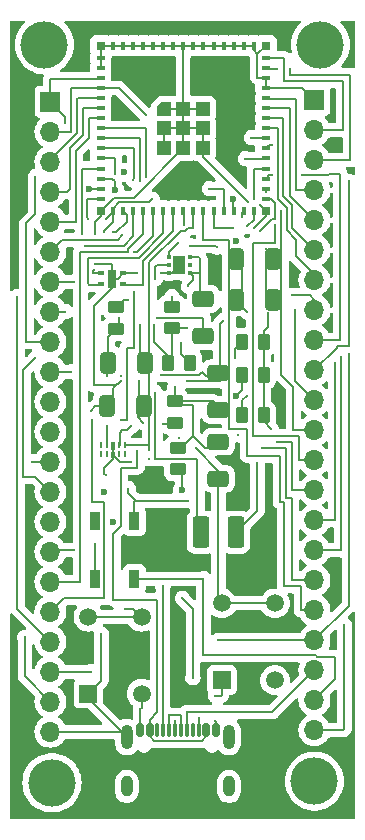
<source format=gbr>
%TF.GenerationSoftware,KiCad,Pcbnew,8.0.3*%
%TF.CreationDate,2024-07-05T15:20:34+05:30*%
%TF.ProjectId,multilayer1,6d756c74-696c-4617-9965-72312e6b6963,rev?*%
%TF.SameCoordinates,Original*%
%TF.FileFunction,Copper,L1,Top*%
%TF.FilePolarity,Positive*%
%FSLAX46Y46*%
G04 Gerber Fmt 4.6, Leading zero omitted, Abs format (unit mm)*
G04 Created by KiCad (PCBNEW 8.0.3) date 2024-07-05 15:20:34*
%MOMM*%
%LPD*%
G01*
G04 APERTURE LIST*
G04 Aperture macros list*
%AMRoundRect*
0 Rectangle with rounded corners*
0 $1 Rounding radius*
0 $2 $3 $4 $5 $6 $7 $8 $9 X,Y pos of 4 corners*
0 Add a 4 corners polygon primitive as box body*
4,1,4,$2,$3,$4,$5,$6,$7,$8,$9,$2,$3,0*
0 Add four circle primitives for the rounded corners*
1,1,$1+$1,$2,$3*
1,1,$1+$1,$4,$5*
1,1,$1+$1,$6,$7*
1,1,$1+$1,$8,$9*
0 Add four rect primitives between the rounded corners*
20,1,$1+$1,$2,$3,$4,$5,0*
20,1,$1+$1,$4,$5,$6,$7,0*
20,1,$1+$1,$6,$7,$8,$9,0*
20,1,$1+$1,$8,$9,$2,$3,0*%
%AMOutline5P*
0 Free polygon, 5 corners , with rotation*
0 The origin of the aperture is its center*
0 number of corners: always 5*
0 $1 to $10 corner X, Y*
0 $11 Rotation angle, in degrees counterclockwise*
0 create outline with 5 corners*
4,1,5,$1,$2,$3,$4,$5,$6,$7,$8,$9,$10,$1,$2,$11*%
%AMOutline6P*
0 Free polygon, 6 corners , with rotation*
0 The origin of the aperture is its center*
0 number of corners: always 6*
0 $1 to $12 corner X, Y*
0 $13 Rotation angle, in degrees counterclockwise*
0 create outline with 6 corners*
4,1,6,$1,$2,$3,$4,$5,$6,$7,$8,$9,$10,$11,$12,$1,$2,$13*%
%AMOutline7P*
0 Free polygon, 7 corners , with rotation*
0 The origin of the aperture is its center*
0 number of corners: always 7*
0 $1 to $14 corner X, Y*
0 $15 Rotation angle, in degrees counterclockwise*
0 create outline with 7 corners*
4,1,7,$1,$2,$3,$4,$5,$6,$7,$8,$9,$10,$11,$12,$13,$14,$1,$2,$15*%
%AMOutline8P*
0 Free polygon, 8 corners , with rotation*
0 The origin of the aperture is its center*
0 number of corners: always 8*
0 $1 to $16 corner X, Y*
0 $17 Rotation angle, in degrees counterclockwise*
0 create outline with 8 corners*
4,1,8,$1,$2,$3,$4,$5,$6,$7,$8,$9,$10,$11,$12,$13,$14,$15,$16,$1,$2,$17*%
G04 Aperture macros list end*
%TA.AperFunction,SMDPad,CuDef*%
%ADD10RoundRect,0.250000X0.412500X0.650000X-0.412500X0.650000X-0.412500X-0.650000X0.412500X-0.650000X0*%
%TD*%
%TA.AperFunction,SMDPad,CuDef*%
%ADD11RoundRect,0.250000X-0.412500X-0.650000X0.412500X-0.650000X0.412500X0.650000X-0.412500X0.650000X0*%
%TD*%
%TA.AperFunction,SMDPad,CuDef*%
%ADD12R,0.250000X0.625000*%
%TD*%
%TA.AperFunction,SMDPad,CuDef*%
%ADD13R,0.450000X0.700000*%
%TD*%
%TA.AperFunction,SMDPad,CuDef*%
%ADD14R,0.450000X0.575000*%
%TD*%
%TA.AperFunction,SMDPad,CuDef*%
%ADD15RoundRect,0.250000X0.262500X0.450000X-0.262500X0.450000X-0.262500X-0.450000X0.262500X-0.450000X0*%
%TD*%
%TA.AperFunction,SMDPad,CuDef*%
%ADD16R,0.800000X0.400000*%
%TD*%
%TA.AperFunction,SMDPad,CuDef*%
%ADD17R,0.400000X0.800000*%
%TD*%
%TA.AperFunction,SMDPad,CuDef*%
%ADD18Outline5P,-0.600000X0.204000X-0.204000X0.600000X0.600000X0.600000X0.600000X-0.600000X-0.600000X-0.600000X0.000000*%
%TD*%
%TA.AperFunction,SMDPad,CuDef*%
%ADD19R,1.200000X1.200000*%
%TD*%
%TA.AperFunction,SMDPad,CuDef*%
%ADD20R,0.800000X0.800000*%
%TD*%
%TA.AperFunction,SMDPad,CuDef*%
%ADD21RoundRect,0.093750X-0.093750X-0.106250X0.093750X-0.106250X0.093750X0.106250X-0.093750X0.106250X0*%
%TD*%
%TA.AperFunction,HeatsinkPad*%
%ADD22R,1.000000X1.600000*%
%TD*%
%TA.AperFunction,SMDPad,CuDef*%
%ADD23RoundRect,0.250000X0.450000X-0.262500X0.450000X0.262500X-0.450000X0.262500X-0.450000X-0.262500X0*%
%TD*%
%TA.AperFunction,SMDPad,CuDef*%
%ADD24RoundRect,0.250000X-0.450000X0.262500X-0.450000X-0.262500X0.450000X-0.262500X0.450000X0.262500X0*%
%TD*%
%TA.AperFunction,ComponentPad*%
%ADD25R,1.508000X1.508000*%
%TD*%
%TA.AperFunction,ComponentPad*%
%ADD26C,1.508000*%
%TD*%
%TA.AperFunction,SMDPad,CuDef*%
%ADD27RoundRect,0.250001X-0.462499X-1.074999X0.462499X-1.074999X0.462499X1.074999X-0.462499X1.074999X0*%
%TD*%
%TA.AperFunction,SMDPad,CuDef*%
%ADD28RoundRect,0.150000X-0.150000X-0.425000X0.150000X-0.425000X0.150000X0.425000X-0.150000X0.425000X0*%
%TD*%
%TA.AperFunction,SMDPad,CuDef*%
%ADD29RoundRect,0.075000X-0.075000X-0.500000X0.075000X-0.500000X0.075000X0.500000X-0.075000X0.500000X0*%
%TD*%
%TA.AperFunction,ComponentPad*%
%ADD30O,1.000000X2.100000*%
%TD*%
%TA.AperFunction,ComponentPad*%
%ADD31O,1.000000X1.800000*%
%TD*%
%TA.AperFunction,SMDPad,CuDef*%
%ADD32R,0.600000X0.400000*%
%TD*%
%TA.AperFunction,SMDPad,CuDef*%
%ADD33R,0.700000X1.600000*%
%TD*%
%TA.AperFunction,SMDPad,CuDef*%
%ADD34RoundRect,0.250000X-0.650000X0.412500X-0.650000X-0.412500X0.650000X-0.412500X0.650000X0.412500X0*%
%TD*%
%TA.AperFunction,SMDPad,CuDef*%
%ADD35RoundRect,0.250000X0.650000X-0.412500X0.650000X0.412500X-0.650000X0.412500X-0.650000X-0.412500X0*%
%TD*%
%TA.AperFunction,SMDPad,CuDef*%
%ADD36R,0.900000X1.500000*%
%TD*%
%TA.AperFunction,SMDPad,CuDef*%
%ADD37RoundRect,0.250000X-0.262500X-0.450000X0.262500X-0.450000X0.262500X0.450000X-0.262500X0.450000X0*%
%TD*%
%TA.AperFunction,ComponentPad*%
%ADD38R,1.700000X1.700000*%
%TD*%
%TA.AperFunction,ComponentPad*%
%ADD39O,1.700000X1.700000*%
%TD*%
%TA.AperFunction,ViaPad*%
%ADD40C,4.000000*%
%TD*%
%TA.AperFunction,ViaPad*%
%ADD41C,0.300000*%
%TD*%
%TA.AperFunction,ViaPad*%
%ADD42C,0.600000*%
%TD*%
%TA.AperFunction,Conductor*%
%ADD43C,0.200000*%
%TD*%
G04 APERTURE END LIST*
D10*
%TO.P,C1,1*%
%TO.N,/GPIO12*%
X161455500Y-102997000D03*
%TO.P,C1,2*%
X158330500Y-102997000D03*
%TD*%
%TO.P,C7,1*%
%TO.N,/GPIO12*%
X161561000Y-99314000D03*
%TO.P,C7,2*%
%TO.N,Net-(D2-K)*%
X158436000Y-99314000D03*
%TD*%
D11*
%TO.P,C6,1*%
%TO.N,/GPIO12*%
X169252500Y-90551000D03*
%TO.P,C6,2*%
X172377500Y-90551000D03*
%TD*%
D12*
%TO.P,U1,1*%
%TO.N,/GPIO12*%
X159861000Y-106299000D03*
%TO.P,U1,2*%
X159361000Y-106299000D03*
D13*
%TO.P,U1,3,VSS*%
X158861000Y-106336500D03*
D12*
%TO.P,U1,4*%
%TO.N,Net-(J2-VBUS-PadA4)*%
X158361000Y-106299000D03*
%TO.P,U1,5*%
%TO.N,unconnected-(U1-Pad5)*%
X157861000Y-106299000D03*
%TO.P,U1,6,NC*%
%TO.N,unconnected-(U1-NC-Pad6)*%
X157861000Y-107074000D03*
%TO.P,U1,7,NC*%
%TO.N,unconnected-(U1-NC-Pad7)*%
X158361000Y-107074000D03*
D14*
%TO.P,U1,8,VSS*%
%TO.N,/GPIO12*%
X158861000Y-107099000D03*
D12*
%TO.P,U1,9,NC*%
X159361000Y-107074000D03*
%TO.P,U1,10,NC*%
%TO.N,unconnected-(U1-NC-Pad10)*%
X159861000Y-107074000D03*
%TD*%
D15*
%TO.P,R3,1*%
%TO.N,/GPIO12*%
X171600500Y-103759000D03*
%TO.P,R3,2*%
%TO.N,/I2C_SDA*%
X169775500Y-103759000D03*
%TD*%
D16*
%TO.P,U3,1,GND*%
%TO.N,/GPIO12*%
X157797000Y-73523000D03*
%TO.P,U3,2,GND*%
X157797000Y-74373000D03*
%TO.P,U3,3,3V3*%
X157797000Y-75223000D03*
%TO.P,U3,4,IO0*%
%TO.N,/GPIO0*%
X157797000Y-76073000D03*
%TO.P,U3,5,IO1*%
%TO.N,/GPIO1*%
X157797000Y-76923000D03*
%TO.P,U3,6,IO2*%
%TO.N,/GPIO2*%
X157797000Y-77773000D03*
%TO.P,U3,7,IO3*%
%TO.N,/GPIO3*%
X157797000Y-78623000D03*
%TO.P,U3,8,IO4*%
%TO.N,/GPIO4*%
X157797000Y-79473000D03*
%TO.P,U3,9,IO5*%
%TO.N,/GPIO12*%
X157797000Y-80323000D03*
%TO.P,U3,10,IO6*%
%TO.N,/GPIO6*%
X157797000Y-81173000D03*
%TO.P,U3,11,IO7*%
%TO.N,/GPIO7*%
X157797000Y-82023000D03*
%TO.P,U3,12,IO8*%
%TO.N,/GPIO8*%
X157797000Y-82873000D03*
%TO.P,U3,13,IO9*%
%TO.N,/GPIO9*%
X157797000Y-83723000D03*
%TO.P,U3,14,IO10*%
%TO.N,/GPIO10*%
X157797000Y-84573000D03*
%TO.P,U3,15,IO11*%
%TO.N,/GPIO11*%
X157797000Y-85423000D03*
D17*
%TO.P,U3,16,IO12*%
%TO.N,/GPIO12*%
X158847000Y-86473000D03*
%TO.P,U3,17,IO13*%
%TO.N,/GPIO13*%
X159697000Y-86473000D03*
%TO.P,U3,18,IO14*%
%TO.N,/GPIO14*%
X160547000Y-86473000D03*
%TO.P,U3,19,IO15*%
%TO.N,/GPIO15*%
X161397000Y-86473000D03*
%TO.P,U3,20,IO16*%
%TO.N,/GPIO16*%
X162247000Y-86473000D03*
%TO.P,U3,21,IO17*%
%TO.N,/I2C_SCL*%
X163097000Y-86473000D03*
%TO.P,U3,22,IO18*%
%TO.N,/I2C_SDA*%
X163947000Y-86473000D03*
%TO.P,U3,23,IO19*%
%TO.N,/GPIO12*%
X164797000Y-86473000D03*
%TO.P,U3,24,IO20*%
X165647000Y-86473000D03*
%TO.P,U3,25,IO21*%
X166497000Y-86473000D03*
%TO.P,U3,26,IO26*%
%TO.N,/GPIO26*%
X167347000Y-86473000D03*
%TO.P,U3,27,IO47*%
%TO.N,/GPIO48*%
X168197000Y-86473000D03*
%TO.P,U3,28,IO33*%
%TO.N,/GPIO33*%
X169047000Y-86473000D03*
%TO.P,U3,29,IO34*%
%TO.N,/GPIO34*%
X169897000Y-86473000D03*
%TO.P,U3,30,IO48*%
%TO.N,/GPIO47*%
X170747000Y-86473000D03*
D16*
%TO.P,U3,31,IO35*%
%TO.N,/GPIO35*%
X171797000Y-85423000D03*
%TO.P,U3,32,IO36*%
%TO.N,/GPIO36*%
X171797000Y-84573000D03*
%TO.P,U3,33,IO37*%
%TO.N,/GPIO12*%
X171797000Y-83723000D03*
%TO.P,U3,34,IO38*%
%TO.N,/GPIO38*%
X171797000Y-82873000D03*
%TO.P,U3,35,IO39*%
%TO.N,/GPIO39*%
X171797000Y-82023000D03*
%TO.P,U3,36,IO40*%
%TO.N,/GPIO40*%
X171797000Y-81173000D03*
%TO.P,U3,37,IO41*%
%TO.N,/GPIO41*%
X171797000Y-80323000D03*
%TO.P,U3,38,IO42*%
%TO.N,/GPIO42*%
X171797000Y-79473000D03*
%TO.P,U3,39,TXD0*%
%TO.N,/TXD*%
X171797000Y-78623000D03*
%TO.P,U3,40,RXD0*%
%TO.N,/RXD*%
X171797000Y-77773000D03*
%TO.P,U3,41,IO45*%
%TO.N,/GPIO45*%
X171797000Y-76923000D03*
%TO.P,U3,42,GND*%
%TO.N,/GPIO12*%
X171797000Y-76073000D03*
%TO.P,U3,43,GND*%
X171797000Y-75223000D03*
%TO.P,U3,44,IO46*%
%TO.N,/GPIO46*%
X171797000Y-74373000D03*
%TO.P,U3,45,EN*%
%TO.N,/GPIO12*%
X171797000Y-73523000D03*
D17*
%TO.P,U3,46,GND*%
X170747000Y-72473000D03*
%TO.P,U3,47,GND*%
X169897000Y-72473000D03*
%TO.P,U3,48,GND*%
X169047000Y-72473000D03*
%TO.P,U3,49,GND*%
X168197000Y-72473000D03*
%TO.P,U3,50,GND*%
X167347000Y-72473000D03*
%TO.P,U3,51,GND*%
X166497000Y-72473000D03*
%TO.P,U3,52,GND*%
X165647000Y-72473000D03*
%TO.P,U3,53,GND*%
X164797000Y-72473000D03*
%TO.P,U3,54,GND*%
X163947000Y-72473000D03*
%TO.P,U3,55,GND*%
X163097000Y-72473000D03*
%TO.P,U3,56,GND*%
X162247000Y-72473000D03*
%TO.P,U3,57,GND*%
X161397000Y-72473000D03*
%TO.P,U3,58,GND*%
X160547000Y-72473000D03*
%TO.P,U3,59,GND*%
X159697000Y-72473000D03*
%TO.P,U3,60,GND*%
X158847000Y-72473000D03*
D18*
%TO.P,U3,61,GND*%
X163147000Y-77823000D03*
D19*
X163147000Y-79473000D03*
X163147000Y-81123000D03*
X164797000Y-77823000D03*
X164797000Y-79473000D03*
X164797000Y-81123000D03*
X166447000Y-77823000D03*
X166447000Y-79473000D03*
X166447000Y-81123000D03*
D20*
%TO.P,U3,62,GND*%
X157797000Y-72473000D03*
%TO.P,U3,63,GND*%
X157797000Y-86473000D03*
%TO.P,U3,64,GND*%
X171797000Y-86473000D03*
%TO.P,U3,65,GND*%
X171797000Y-72473000D03*
%TD*%
D21*
%TO.P,U4,1,OUT*%
%TO.N,/GPIO12*%
X163577500Y-90390000D03*
%TO.P,U4,2,FB*%
%TO.N,Net-(U4-FB)*%
X163577500Y-91040000D03*
%TO.P,U4,3,GND*%
%TO.N,/GPIO12*%
X163577500Y-91690000D03*
%TO.P,U4,4,EN*%
%TO.N,/5VUSB*%
X165352500Y-91690000D03*
%TO.P,U4,5,DNC*%
%TO.N,unconnected-(U4-DNC-Pad5)*%
X165352500Y-91040000D03*
%TO.P,U4,6,IN*%
%TO.N,/5VUSB*%
X165352500Y-90390000D03*
D22*
%TO.P,U4,7,GND*%
%TO.N,/GPIO12*%
X164465000Y-91040000D03*
%TD*%
D23*
%TO.P,R8,1*%
%TO.N,/GPIO12*%
X163830000Y-96416500D03*
%TO.P,R8,2*%
%TO.N,Net-(D2-A)*%
X163830000Y-94591500D03*
%TD*%
%TO.P,R1,1*%
%TO.N,Net-(J2-CC1)*%
X164084000Y-104417500D03*
%TO.P,R1,2*%
%TO.N,/GPIO12*%
X164084000Y-102592500D03*
%TD*%
D15*
%TO.P,R5,1*%
%TO.N,/GPIO12*%
X171624000Y-97536000D03*
%TO.P,R5,2*%
%TO.N,/I2C_SCL*%
X169799000Y-97536000D03*
%TD*%
D24*
%TO.P,R7,1*%
%TO.N,Net-(U4-FB)*%
X159131000Y-94615000D03*
%TO.P,R7,2*%
%TO.N,Net-(D2-K)*%
X159131000Y-96440000D03*
%TD*%
D15*
%TO.P,R4,1*%
%TO.N,/GPIO12*%
X171624000Y-100330000D03*
%TO.P,R4,2*%
X169799000Y-100330000D03*
%TD*%
D25*
%TO.P,reset1,1*%
%TO.N,/GPIO12*%
X156754000Y-127329000D03*
D26*
%TO.P,reset1,2*%
X156754000Y-120829000D03*
%TO.P,reset1,3*%
X161254000Y-127329000D03*
%TO.P,reset1,4*%
X161254000Y-120829000D03*
%TD*%
D23*
%TO.P,R2,1*%
%TO.N,Net-(J2-CC2)*%
X164338000Y-108354500D03*
%TO.P,R2,2*%
%TO.N,/GPIO12*%
X164338000Y-106529500D03*
%TD*%
D27*
%TO.P,D2,1,K*%
%TO.N,Net-(D2-K)*%
X166279500Y-113665000D03*
%TO.P,D2,2,A*%
%TO.N,Net-(D2-A)*%
X169254500Y-113665000D03*
%TD*%
D28*
%TO.P,J2,A1,GND*%
%TO.N,/GPIO12*%
X161138000Y-130432000D03*
%TO.P,J2,A4,VBUS*%
%TO.N,Net-(J2-VBUS-PadA4)*%
X161938000Y-130432000D03*
D29*
%TO.P,J2,A5,CC1*%
%TO.N,Net-(J2-CC1)*%
X163088000Y-130432000D03*
%TO.P,J2,A6,D+*%
%TO.N,/GPIO12*%
X164088000Y-130432000D03*
%TO.P,J2,A7,D-*%
X164588000Y-130432000D03*
%TO.P,J2,A8,SBU1*%
%TO.N,unconnected-(J2-SBU1-PadA8)*%
X165588000Y-130432000D03*
D28*
%TO.P,J2,A9,VBUS*%
%TO.N,Net-(J2-VBUS-PadA4)*%
X166738000Y-130432000D03*
%TO.P,J2,A12,GND*%
%TO.N,/GPIO12*%
X167538000Y-130432000D03*
%TO.P,J2,B1,GND*%
X167538000Y-130432000D03*
%TO.P,J2,B4,VBUS*%
%TO.N,Net-(J2-VBUS-PadA4)*%
X166738000Y-130432000D03*
D29*
%TO.P,J2,B5,CC2*%
%TO.N,Net-(J2-CC2)*%
X166088000Y-130432000D03*
%TO.P,J2,B6,D+*%
%TO.N,/GPIO12*%
X165088000Y-130432000D03*
%TO.P,J2,B7,D-*%
X163588000Y-130432000D03*
%TO.P,J2,B8,SBU2*%
%TO.N,unconnected-(J2-SBU2-PadB8)*%
X162588000Y-130432000D03*
D28*
%TO.P,J2,B9,VBUS*%
%TO.N,Net-(J2-VBUS-PadA4)*%
X161938000Y-130432000D03*
%TO.P,J2,B12,GND*%
%TO.N,/GPIO12*%
X161138000Y-130432000D03*
D30*
%TO.P,J2,S1,SHIELD*%
X160018000Y-131007000D03*
D31*
X160018000Y-135187000D03*
D30*
X168658000Y-131007000D03*
D31*
X168658000Y-135187000D03*
%TD*%
D11*
%TO.P,C5,1*%
%TO.N,/GPIO12*%
X169231000Y-93980000D03*
%TO.P,C5,2*%
X172356000Y-93980000D03*
%TD*%
D32*
%TO.P,U2,1,VDD*%
%TO.N,/GPIO12*%
X157800000Y-91727000D03*
%TO.P,U2,2,SCL*%
%TO.N,/I2C_SCL*%
X157800000Y-92677000D03*
%TO.P,U2,3,SDA*%
%TO.N,/I2C_SDA*%
X159700000Y-92677000D03*
%TO.P,U2,4,GND*%
%TO.N,/GPIO12*%
X159700000Y-91727000D03*
D33*
%TO.P,U2,5,GND*%
X158750000Y-92202000D03*
%TD*%
D34*
%TO.P,C4,1*%
%TO.N,/5VUSB*%
X166497000Y-93920000D03*
%TO.P,C4,2*%
%TO.N,Net-(D2-K)*%
X166497000Y-97045000D03*
%TD*%
D35*
%TO.P,C2,1*%
%TO.N,/GPIO0*%
X167767000Y-109131500D03*
%TO.P,C2,2*%
%TO.N,/GPIO12*%
X167767000Y-106006500D03*
%TD*%
D36*
%TO.P,D1,1,VDD*%
%TO.N,/GPIO12*%
X160654000Y-112739000D03*
%TO.P,D1,2,DOUT*%
%TO.N,unconnected-(D1-DOUT-Pad2)*%
X157354000Y-112739000D03*
%TO.P,D1,3,VSS*%
%TO.N,/GPIO12*%
X157354000Y-117639000D03*
%TO.P,D1,4,DIN*%
%TO.N,/GPIO48*%
X160654000Y-117639000D03*
%TD*%
D35*
%TO.P,C3,1*%
%TO.N,/GPIO12*%
X167767000Y-103328000D03*
%TO.P,C3,2*%
X167767000Y-100203000D03*
%TD*%
D37*
%TO.P,R6,1*%
%TO.N,/GPIO12*%
X163529000Y-99314000D03*
%TO.P,R6,2*%
%TO.N,Net-(U4-FB)*%
X165354000Y-99314000D03*
%TD*%
D25*
%TO.P,boot1,1*%
%TO.N,/GPIO12*%
X168057000Y-126186000D03*
D26*
%TO.P,boot1,2*%
%TO.N,/GPIO0*%
X168057000Y-119686000D03*
%TO.P,boot1,3*%
%TO.N,/GPIO12*%
X172557000Y-126186000D03*
%TO.P,boot1,4*%
%TO.N,/GPIO0*%
X172557000Y-119686000D03*
%TD*%
D38*
%TO.P,J1,1,Pin_1*%
%TO.N,/GPIO12*%
X153543000Y-77216000D03*
D39*
%TO.P,J1,2,Pin_2*%
%TO.N,/GPIO0*%
X153543000Y-79756000D03*
%TO.P,J1,3,Pin_3*%
%TO.N,/GPIO1*%
X153543000Y-82296000D03*
%TO.P,J1,4,Pin_4*%
%TO.N,/GPIO2*%
X153543000Y-84836000D03*
%TO.P,J1,5,Pin_5*%
%TO.N,/GPIO3*%
X153543000Y-87376000D03*
%TO.P,J1,6,Pin_6*%
%TO.N,/GPIO4*%
X153543000Y-89916000D03*
%TO.P,J1,7,Pin_7*%
%TO.N,/GPIO12*%
X153543000Y-92456000D03*
%TO.P,J1,8,Pin_8*%
%TO.N,/GPIO6*%
X153543000Y-94996000D03*
%TO.P,J1,9,Pin_9*%
%TO.N,/GPIO7*%
X153543000Y-97536000D03*
%TO.P,J1,10,Pin_10*%
%TO.N,/GPIO8*%
X153543000Y-100076000D03*
%TO.P,J1,11,Pin_11*%
%TO.N,/GPIO9*%
X153543000Y-102616000D03*
%TO.P,J1,12,Pin_12*%
%TO.N,/GPIO10*%
X153543000Y-105156000D03*
%TO.P,J1,13,Pin_13*%
%TO.N,/GPIO11*%
X153543000Y-107696000D03*
%TO.P,J1,14,Pin_14*%
%TO.N,/GPIO12*%
X153543000Y-110236000D03*
%TO.P,J1,15,Pin_15*%
%TO.N,/GPIO13*%
X153543000Y-112776000D03*
%TO.P,J1,16,Pin_16*%
%TO.N,/GPIO14*%
X153543000Y-115316000D03*
%TO.P,J1,17,Pin_17*%
%TO.N,/GPIO15*%
X153543000Y-117856000D03*
%TO.P,J1,18,Pin_18*%
%TO.N,/GPIO16*%
X153543000Y-120396000D03*
%TO.P,J1,19,Pin_19*%
%TO.N,/I2C_SCL*%
X153543000Y-122936000D03*
%TO.P,J1,20,Pin_20*%
%TO.N,/I2C_SDA*%
X153543000Y-125476000D03*
%TO.P,J1,21,Pin_21*%
%TO.N,/5VUSB*%
X153543000Y-128016000D03*
%TO.P,J1,22,Pin_22*%
%TO.N,/GPIO12*%
X153543000Y-130556000D03*
%TD*%
D38*
%TO.P,J3,1,Pin_1*%
%TO.N,/GPIO12*%
X175895000Y-77089000D03*
D39*
%TO.P,J3,2,Pin_2*%
X175895000Y-79629000D03*
%TO.P,J3,3,Pin_3*%
%TO.N,/GPIO46*%
X175895000Y-82169000D03*
%TO.P,J3,4,Pin_4*%
%TO.N,/GPIO45*%
X175895000Y-84709000D03*
%TO.P,J3,5,Pin_5*%
%TO.N,/RXD*%
X175895000Y-87249000D03*
%TO.P,J3,6,Pin_6*%
%TO.N,/TXD*%
X175895000Y-89789000D03*
%TO.P,J3,7,Pin_7*%
%TO.N,/GPIO42*%
X175895000Y-92329000D03*
%TO.P,J3,8,Pin_8*%
%TO.N,/GPIO41*%
X175895000Y-94869000D03*
%TO.P,J3,9,Pin_9*%
%TO.N,/GPIO40*%
X175895000Y-97409000D03*
%TO.P,J3,10,Pin_10*%
%TO.N,/GPIO39*%
X175895000Y-99949000D03*
%TO.P,J3,11,Pin_11*%
%TO.N,/GPIO38*%
X175895000Y-102489000D03*
%TO.P,J3,12,Pin_12*%
%TO.N,/GPIO12*%
X175895000Y-105029000D03*
%TO.P,J3,13,Pin_13*%
%TO.N,/GPIO36*%
X175895000Y-107569000D03*
%TO.P,J3,14,Pin_14*%
%TO.N,/GPIO35*%
X175895000Y-110109000D03*
%TO.P,J3,15,Pin_15*%
%TO.N,/GPIO34*%
X175895000Y-112649000D03*
%TO.P,J3,16,Pin_16*%
%TO.N,/GPIO33*%
X175895000Y-115189000D03*
%TO.P,J3,17,Pin_17*%
%TO.N,/GPIO26*%
X175895000Y-117729000D03*
%TO.P,J3,18,Pin_18*%
%TO.N,/GPIO12*%
X175895000Y-120269000D03*
%TO.P,J3,19,Pin_19*%
X175895000Y-122809000D03*
%TO.P,J3,20,Pin_20*%
X175895000Y-125349000D03*
%TO.P,J3,21,Pin_21*%
%TO.N,/GPIO48*%
X175895000Y-127889000D03*
%TO.P,J3,22,Pin_22*%
%TO.N,/GPIO47*%
X175895000Y-130429000D03*
%TD*%
D40*
%TO.N,*%
X175895000Y-134747000D03*
X176403000Y-72390000D03*
X153670000Y-134874000D03*
X153035000Y-72390000D03*
D41*
%TO.N,/GPIO0*%
X161671000Y-78359000D03*
X165862000Y-106553000D03*
%TO.N,/5VUSB*%
X151384000Y-122555000D03*
X165227000Y-92837000D03*
%TO.N,Net-(D2-K)*%
X162560000Y-95504000D03*
X162433000Y-101854000D03*
X159385000Y-95504000D03*
X158369000Y-100457000D03*
%TO.N,/GPIO48*%
X167005000Y-84582000D03*
X166497000Y-117602000D03*
%TO.N,Net-(D2-A)*%
X171069000Y-107823000D03*
X163830000Y-93726000D03*
%TO.N,/GPIO6*%
X160528000Y-83820000D03*
X154813000Y-94996000D03*
%TO.N,/I2C_SCL*%
X161036000Y-90424000D03*
X150749000Y-93726000D03*
X169164000Y-98933000D03*
X156845000Y-92710000D03*
%TO.N,/GPIO13*%
X158877000Y-88265000D03*
D42*
X158877000Y-112776000D03*
D41*
%TO.N,/I2C_SDA*%
X156972000Y-125476000D03*
X163947000Y-87757000D03*
X170180000Y-102108000D03*
X165354000Y-89408000D03*
X170180000Y-104267000D03*
X167640000Y-89535000D03*
%TO.N,/GPIO11*%
X152019000Y-107696000D03*
X156718000Y-87122000D03*
%TO.N,/GPIO8*%
X155321000Y-100076000D03*
X156210000Y-88392000D03*
%TO.N,/GPIO14*%
X155575000Y-115189000D03*
X156464000Y-89408000D03*
%TO.N,/GPIO7*%
X159004000Y-83312000D03*
X152273000Y-83566000D03*
%TO.N,/GPIO16*%
X160655000Y-93345000D03*
X157099000Y-104140000D03*
X160655000Y-89916000D03*
X159512000Y-104140000D03*
%TO.N,/GPIO4*%
X159639000Y-88519000D03*
X161671000Y-83566000D03*
D42*
%TO.N,/GPIO9*%
X159004000Y-84709000D03*
%TO.N,/GPIO10*%
X159766000Y-83185000D03*
X156845000Y-84582000D03*
D41*
%TO.N,Net-(J2-CC2)*%
X166116000Y-129413000D03*
D42*
X164719000Y-110109000D03*
D41*
%TO.N,Net-(J2-VBUS-PadA4)*%
X160909000Y-106807000D03*
X158369000Y-104648000D03*
%TO.N,Net-(J2-CC1)*%
X163068000Y-118237000D03*
X163068000Y-104521000D03*
%TO.N,/GPIO39*%
X178816000Y-83947000D03*
X170053000Y-82042000D03*
%TO.N,/GPIO35*%
X172720000Y-106045000D03*
X171323000Y-88138000D03*
%TO.N,/GPIO34*%
X169799000Y-86995000D03*
X177673000Y-99314000D03*
%TO.N,/GPIO26*%
X169037000Y-87884000D03*
X171450000Y-106553000D03*
%TO.N,/GPIO36*%
X172593000Y-87630000D03*
X171831000Y-84836000D03*
%TO.N,/GPIO46*%
X173863000Y-74422000D03*
X172720000Y-74422000D03*
%TO.N,/GPIO41*%
X173990000Y-93599000D03*
X170561000Y-80264000D03*
%TO.N,/GPIO40*%
X174879000Y-83439000D03*
X172339000Y-80899000D03*
%TO.N,/GPIO38*%
X170815000Y-85471000D03*
X174244000Y-94869000D03*
%TO.N,/GPIO47*%
X170180000Y-87757000D03*
X178435000Y-121539000D03*
D42*
%TO.N,/GPIO33*%
X169037000Y-85471000D03*
D41*
X178181000Y-98806000D03*
%TO.N,Net-(U4-FB)*%
X164592000Y-97663000D03*
X160147000Y-93980000D03*
X162433000Y-92202000D03*
%TO.N,/GPIO12*%
X162941000Y-100330000D03*
X158242000Y-87122000D03*
X165227000Y-110998000D03*
X165100000Y-96393000D03*
X157353000Y-114681000D03*
D42*
X169291000Y-102108000D03*
D41*
X155575000Y-92456000D03*
X160147000Y-109982000D03*
X154813000Y-78994000D03*
X170815000Y-87884000D03*
X163576000Y-129159000D03*
X162941000Y-91694000D03*
X164084000Y-101346000D03*
X159512000Y-100457000D03*
X164846000Y-87630000D03*
X169418000Y-105410000D03*
X160401000Y-107696000D03*
X164338000Y-89154000D03*
X170180000Y-94996000D03*
X160401000Y-104648000D03*
X152273000Y-98933000D03*
X165100000Y-128905000D03*
X165100000Y-100838000D03*
X156972000Y-103378000D03*
X160909000Y-91694000D03*
X167513000Y-129667000D03*
X167894000Y-100838000D03*
X171958000Y-95123000D03*
X167767000Y-122809000D03*
X157226000Y-91440000D03*
X162179000Y-85471000D03*
X158115000Y-88265000D03*
X164084000Y-129667000D03*
X171323000Y-85979000D03*
X157353000Y-90932000D03*
X161163000Y-83947000D03*
X165608000Y-125984000D03*
X173101000Y-86487000D03*
X161925000Y-106680000D03*
X157861000Y-122301000D03*
X161036000Y-100838000D03*
X158242000Y-108839000D03*
X157353000Y-88392000D03*
X164465000Y-105664000D03*
X159512000Y-100838000D03*
X161163000Y-96139000D03*
X159893000Y-120142000D03*
D42*
X169291000Y-89027000D03*
D41*
X172212000Y-104902000D03*
X162306000Y-96139000D03*
X171831000Y-89662000D03*
X161417000Y-104394000D03*
X167513000Y-127508000D03*
X168148000Y-95758000D03*
X172339000Y-83439000D03*
D42*
X158115000Y-110236000D03*
D41*
X170307000Y-85725000D03*
X161163000Y-128651000D03*
X178816000Y-98552000D03*
X157353000Y-116586000D03*
X164719000Y-119253000D03*
X161925000Y-107442000D03*
%TD*%
D43*
%TO.N,/GPIO0*%
X167767000Y-108606500D02*
X167767000Y-119396000D01*
X161671000Y-78359000D02*
X159385000Y-76073000D01*
X168057000Y-119686000D02*
X172557000Y-119686000D01*
X167767000Y-108458000D02*
X165862000Y-106553000D01*
X167767000Y-119396000D02*
X168057000Y-119686000D01*
X167767000Y-108606500D02*
X167767000Y-108458000D01*
X155321000Y-76073000D02*
X157797000Y-76073000D01*
X153543000Y-79756000D02*
X155321000Y-79756000D01*
X155321000Y-79756000D02*
X155321000Y-76073000D01*
X159385000Y-76073000D02*
X157797000Y-76073000D01*
%TO.N,/5VUSB*%
X165227000Y-92837000D02*
X165227000Y-92710000D01*
X166082000Y-90390000D02*
X166243000Y-90551000D01*
X165352500Y-90390000D02*
X166082000Y-90390000D01*
X166243000Y-91694000D02*
X166243000Y-94191000D01*
X151384000Y-125857000D02*
X151384000Y-122555000D01*
X165352500Y-91690000D02*
X165356500Y-91694000D01*
X166243000Y-94191000D02*
X166497000Y-94445000D01*
X166243000Y-90551000D02*
X166243000Y-91694000D01*
X153543000Y-128016000D02*
X151384000Y-125857000D01*
X165356500Y-91694000D02*
X166243000Y-91694000D01*
X165227000Y-92710000D02*
X165608000Y-92329000D01*
X165608000Y-91945500D02*
X165352500Y-91690000D01*
X165608000Y-92329000D02*
X165608000Y-91945500D01*
%TO.N,Net-(D2-K)*%
X166497000Y-95504000D02*
X162560000Y-95504000D01*
X159385000Y-95504000D02*
X159385000Y-96186000D01*
X158369000Y-99381000D02*
X158436000Y-99314000D01*
X158436000Y-97135000D02*
X159131000Y-96440000D01*
X165862000Y-107442000D02*
X165989000Y-107569000D01*
X158436000Y-99314000D02*
X158436000Y-97135000D01*
X162433000Y-107442000D02*
X162433000Y-101854000D01*
X162433000Y-107442000D02*
X165862000Y-107442000D01*
X165989000Y-107569000D02*
X165989000Y-113374500D01*
X165989000Y-113374500D02*
X166279500Y-113665000D01*
X159385000Y-96186000D02*
X159131000Y-96440000D01*
X158369000Y-100457000D02*
X158369000Y-99381000D01*
X166497000Y-96520000D02*
X166497000Y-95504000D01*
%TO.N,/GPIO48*%
X160691000Y-117602000D02*
X160654000Y-117639000D01*
X168197000Y-86473000D02*
X168197000Y-84631000D01*
X168197000Y-84631000D02*
X168148000Y-84582000D01*
X177673000Y-126111000D02*
X177673000Y-124206000D01*
X176022000Y-124079000D02*
X166497000Y-124079000D01*
X175895000Y-127889000D02*
X177673000Y-126111000D01*
X166497000Y-124079000D02*
X166497000Y-117602000D01*
X176149000Y-124206000D02*
X176022000Y-124079000D01*
X166497000Y-117602000D02*
X160691000Y-117602000D01*
X177673000Y-124206000D02*
X176149000Y-124206000D01*
X168148000Y-84582000D02*
X167005000Y-84582000D01*
%TO.N,Net-(D2-A)*%
X171069000Y-111850500D02*
X169254500Y-113665000D01*
X163830000Y-94591500D02*
X163830000Y-93726000D01*
X171069000Y-107823000D02*
X171069000Y-111850500D01*
%TO.N,/GPIO6*%
X154813000Y-94996000D02*
X153543000Y-94996000D01*
X160655000Y-83693000D02*
X160528000Y-83820000D01*
X157797000Y-81173000D02*
X157817000Y-81153000D01*
X157817000Y-81153000D02*
X160655000Y-81153000D01*
X160655000Y-81153000D02*
X160655000Y-83693000D01*
%TO.N,/GPIO15*%
X156083000Y-117856000D02*
X153543000Y-117856000D01*
X160147000Y-89916000D02*
X156083000Y-89916000D01*
X161397000Y-86473000D02*
X161397000Y-88412000D01*
X160147000Y-89662000D02*
X160147000Y-89916000D01*
X161397000Y-88412000D02*
X160147000Y-89662000D01*
X156083000Y-89916000D02*
X156083000Y-117856000D01*
%TO.N,/GPIO2*%
X154940000Y-84836000D02*
X155194000Y-84582000D01*
X155194000Y-81153000D02*
X156337000Y-80010000D01*
X156337000Y-80010000D02*
X156337000Y-77724000D01*
X157748000Y-77724000D02*
X157797000Y-77773000D01*
X155194000Y-84582000D02*
X155194000Y-81153000D01*
X156337000Y-77724000D02*
X157748000Y-77724000D01*
X153543000Y-84836000D02*
X154940000Y-84836000D01*
%TO.N,/I2C_SCL*%
X163097000Y-86473000D02*
X163097000Y-88363000D01*
X156718000Y-92583000D02*
X156845000Y-92710000D01*
X161036000Y-90424000D02*
X156718000Y-90424000D01*
X169164000Y-98171000D02*
X169164000Y-98933000D01*
X163097000Y-88363000D02*
X161036000Y-90424000D01*
X153543000Y-122936000D02*
X150749000Y-120142000D01*
X156718000Y-90424000D02*
X156718000Y-92583000D01*
X150749000Y-120142000D02*
X150749000Y-93726000D01*
X157767000Y-92710000D02*
X157800000Y-92677000D01*
X169799000Y-97536000D02*
X169164000Y-98171000D01*
X156845000Y-92710000D02*
X157767000Y-92710000D01*
%TO.N,/GPIO13*%
X159697000Y-86473000D02*
X160020000Y-86796000D01*
X159131000Y-88265000D02*
X158877000Y-88265000D01*
X160020000Y-87376000D02*
X159131000Y-88265000D01*
X160020000Y-86796000D02*
X160020000Y-87376000D01*
%TO.N,/I2C_SDA*%
X161417000Y-90678000D02*
X161417000Y-92710000D01*
X163947000Y-88148000D02*
X161417000Y-90678000D01*
X163947000Y-87757000D02*
X163947000Y-86473000D01*
X153543000Y-125476000D02*
X156972000Y-125476000D01*
X161417000Y-92710000D02*
X159733000Y-92710000D01*
X169775500Y-102512500D02*
X170180000Y-102108000D01*
X169775500Y-103759000D02*
X169775500Y-102512500D01*
X159733000Y-92710000D02*
X159700000Y-92677000D01*
X163947000Y-87757000D02*
X163947000Y-88148000D01*
X169775500Y-103759000D02*
X169775500Y-103862500D01*
X169775500Y-103862500D02*
X170180000Y-104267000D01*
X165354000Y-89408000D02*
X167513000Y-89408000D01*
X167513000Y-89408000D02*
X167640000Y-89535000D01*
%TO.N,/GPIO11*%
X156658000Y-85423000D02*
X156610000Y-85471000D01*
X157797000Y-85423000D02*
X156658000Y-85423000D01*
X156610000Y-87014000D02*
X156718000Y-87122000D01*
X156610000Y-85471000D02*
X156610000Y-87014000D01*
X152019000Y-107696000D02*
X153543000Y-107696000D01*
%TO.N,/GPIO3*%
X155702000Y-81407000D02*
X156845000Y-80264000D01*
X155702000Y-87376000D02*
X155702000Y-81407000D01*
X156845000Y-78613000D02*
X157787000Y-78613000D01*
X156845000Y-80264000D02*
X156845000Y-78613000D01*
X153543000Y-87376000D02*
X155702000Y-87376000D01*
X157787000Y-78613000D02*
X157797000Y-78623000D01*
%TO.N,/GPIO8*%
X157797000Y-82873000D02*
X156249000Y-82873000D01*
X156210000Y-82912000D02*
X156210000Y-88392000D01*
X156249000Y-82873000D02*
X156210000Y-82912000D01*
X155321000Y-100076000D02*
X153543000Y-100076000D01*
%TO.N,/GPIO14*%
X153670000Y-115189000D02*
X153543000Y-115316000D01*
X159766000Y-89408000D02*
X156464000Y-89408000D01*
X160547000Y-86473000D02*
X160547000Y-88627000D01*
X155575000Y-115189000D02*
X153670000Y-115189000D01*
X160547000Y-88627000D02*
X159766000Y-89408000D01*
%TO.N,/GPIO7*%
X152273000Y-83566000D02*
X152273000Y-86741000D01*
X151511000Y-97536000D02*
X153543000Y-97536000D01*
X157797000Y-82023000D02*
X159004000Y-82023000D01*
X151511000Y-87503000D02*
X151511000Y-97536000D01*
X152273000Y-86741000D02*
X151511000Y-87503000D01*
X159004000Y-82023000D02*
X159004000Y-83312000D01*
%TO.N,/GPIO1*%
X155829000Y-76962000D02*
X155868000Y-76923000D01*
X153543000Y-82169000D02*
X155829000Y-79883000D01*
X155868000Y-76923000D02*
X157797000Y-76923000D01*
X153543000Y-82296000D02*
X153543000Y-82169000D01*
X155829000Y-79883000D02*
X155829000Y-76962000D01*
%TO.N,/GPIO16*%
X157099000Y-111125000D02*
X158115000Y-111125000D01*
X162247000Y-88578000D02*
X160909000Y-89916000D01*
X158115000Y-111125000D02*
X158115000Y-119253000D01*
X160655000Y-93345000D02*
X160655000Y-98044000D01*
X160909000Y-89916000D02*
X160655000Y-89916000D01*
X154686000Y-119253000D02*
X153543000Y-120396000D01*
X157099000Y-104140000D02*
X157099000Y-111125000D01*
X158115000Y-119253000D02*
X154686000Y-119253000D01*
X160020000Y-104140000D02*
X159512000Y-104140000D01*
X160020000Y-98044000D02*
X160020000Y-104140000D01*
X160655000Y-98044000D02*
X160020000Y-98044000D01*
X162247000Y-86473000D02*
X162247000Y-88578000D01*
%TO.N,/GPIO4*%
X161642000Y-79473000D02*
X161671000Y-79502000D01*
X154559000Y-88900000D02*
X153543000Y-89916000D01*
X157797000Y-79473000D02*
X161642000Y-79473000D01*
X159258000Y-88900000D02*
X154559000Y-88900000D01*
X161671000Y-79502000D02*
X161671000Y-83566000D01*
X159639000Y-88519000D02*
X159258000Y-88900000D01*
%TO.N,/GPIO9*%
X159004000Y-83947000D02*
X158780000Y-83723000D01*
X159004000Y-84709000D02*
X159004000Y-83947000D01*
X158780000Y-83723000D02*
X157797000Y-83723000D01*
%TO.N,/GPIO10*%
X156845000Y-84582000D02*
X157788000Y-84582000D01*
X157788000Y-84582000D02*
X157797000Y-84573000D01*
%TO.N,Net-(J2-CC2)*%
X166088000Y-129441000D02*
X166116000Y-129413000D01*
X164719000Y-110109000D02*
X164719000Y-108735500D01*
X166088000Y-130432000D02*
X166088000Y-129441000D01*
X164719000Y-108735500D02*
X164338000Y-108354500D01*
%TO.N,Net-(J2-VBUS-PadA4)*%
X166738000Y-130950000D02*
X166370000Y-131318000D01*
X162560000Y-128905000D02*
X162560000Y-119380000D01*
X158877000Y-113792000D02*
X159512000Y-113157000D01*
X158369000Y-104648000D02*
X158336000Y-104681000D01*
X160909000Y-108204000D02*
X160909000Y-106807000D01*
X166370000Y-131318000D02*
X162306000Y-131318000D01*
X158336000Y-104681000D02*
X158336000Y-106299000D01*
X162306000Y-131318000D02*
X161938000Y-130950000D01*
X162560000Y-119380000D02*
X158877000Y-119380000D01*
X161938000Y-129527000D02*
X162560000Y-128905000D01*
X161938000Y-130432000D02*
X161938000Y-129527000D01*
X158877000Y-119380000D02*
X158877000Y-113792000D01*
X159512000Y-108204000D02*
X160909000Y-108204000D01*
X166738000Y-130432000D02*
X166738000Y-130950000D01*
X159512000Y-113157000D02*
X159512000Y-108204000D01*
X161938000Y-130950000D02*
X161938000Y-130432000D01*
%TO.N,Net-(J2-CC1)*%
X163088000Y-118257000D02*
X163068000Y-118237000D01*
X163980500Y-104521000D02*
X164084000Y-104417500D01*
X163068000Y-104521000D02*
X163980500Y-104521000D01*
X163088000Y-130432000D02*
X163088000Y-118257000D01*
%TO.N,/GPIO39*%
X177800000Y-98044000D02*
X177800000Y-97917000D01*
X171778000Y-82042000D02*
X171797000Y-82023000D01*
X178816000Y-97917000D02*
X178816000Y-83947000D01*
X170053000Y-82042000D02*
X171778000Y-82042000D01*
X177800000Y-97917000D02*
X178435000Y-97917000D01*
X178435000Y-97917000D02*
X178816000Y-97917000D01*
X175895000Y-99949000D02*
X177800000Y-98044000D01*
%TO.N,/GPIO35*%
X172227500Y-85423000D02*
X171797000Y-85423000D01*
X174625000Y-110109000D02*
X174371000Y-110109000D01*
X174371000Y-110109000D02*
X173990000Y-110109000D01*
X171323000Y-88138000D02*
X172281000Y-87180000D01*
X173990000Y-110109000D02*
X173990000Y-106045000D01*
X172593000Y-85788500D02*
X172227500Y-85423000D01*
X175895000Y-110109000D02*
X174625000Y-110109000D01*
X173990000Y-106045000D02*
X172720000Y-106045000D01*
X172593000Y-87180000D02*
X172593000Y-85788500D01*
X172281000Y-87180000D02*
X172593000Y-87180000D01*
%TO.N,/TXD*%
X173990000Y-87884000D02*
X173990000Y-85979000D01*
X175895000Y-89789000D02*
X173990000Y-87884000D01*
X171807000Y-78613000D02*
X171797000Y-78623000D01*
X173228000Y-78613000D02*
X171807000Y-78613000D01*
X173990000Y-85979000D02*
X173228000Y-85217000D01*
X173228000Y-85217000D02*
X173228000Y-78613000D01*
%TO.N,/RXD*%
X173785000Y-77773000D02*
X173863000Y-77851000D01*
X173863000Y-77851000D02*
X173863000Y-85217000D01*
X171797000Y-77773000D02*
X173785000Y-77773000D01*
X173863000Y-85217000D02*
X175895000Y-87249000D01*
%TO.N,/GPIO34*%
X175895000Y-112649000D02*
X177673000Y-112649000D01*
X169799000Y-86571000D02*
X169897000Y-86473000D01*
X177673000Y-112649000D02*
X177673000Y-99314000D01*
X169799000Y-86995000D02*
X169799000Y-86571000D01*
%TO.N,/GPIO45*%
X174371000Y-84709000D02*
X174371000Y-76962000D01*
X175895000Y-84709000D02*
X174371000Y-84709000D01*
X171836000Y-76962000D02*
X171797000Y-76923000D01*
X174371000Y-76962000D02*
X171836000Y-76962000D01*
%TO.N,/GPIO26*%
X173482000Y-106553000D02*
X172085000Y-106553000D01*
X167386000Y-87884000D02*
X167386000Y-86512000D01*
X175895000Y-117729000D02*
X173990000Y-117729000D01*
X173990000Y-117729000D02*
X173990000Y-110744000D01*
X167386000Y-86512000D02*
X167347000Y-86473000D01*
X173990000Y-110744000D02*
X173482000Y-110744000D01*
X173482000Y-110744000D02*
X173482000Y-106553000D01*
X172085000Y-106553000D02*
X171450000Y-106553000D01*
X169037000Y-87884000D02*
X167386000Y-87884000D01*
%TO.N,/GPIO42*%
X172828000Y-79502000D02*
X172828000Y-85452000D01*
X175895000Y-91821000D02*
X175895000Y-92329000D01*
X174371000Y-90297000D02*
X175895000Y-91821000D01*
X174371000Y-88900000D02*
X174371000Y-90297000D01*
X173590000Y-88119000D02*
X174371000Y-88900000D01*
X173590000Y-86214000D02*
X173590000Y-88119000D01*
X171797000Y-79473000D02*
X172799000Y-79473000D01*
X172799000Y-79473000D02*
X172828000Y-79502000D01*
X172828000Y-85452000D02*
X173590000Y-86214000D01*
%TO.N,/GPIO36*%
X171797000Y-84573000D02*
X171831000Y-84607000D01*
X174625000Y-105537000D02*
X174625000Y-107569000D01*
X171831000Y-84607000D02*
X171831000Y-84836000D01*
X172593000Y-89154000D02*
X170688000Y-89154000D01*
X172593000Y-87630000D02*
X172593000Y-89154000D01*
X170688000Y-89154000D02*
X170688000Y-105537000D01*
X170688000Y-105537000D02*
X174625000Y-105537000D01*
X174625000Y-107569000D02*
X175895000Y-107569000D01*
%TO.N,/GPIO46*%
X173863000Y-74930000D02*
X173863000Y-74422000D01*
X172720000Y-74422000D02*
X171846000Y-74422000D01*
X178943000Y-74930000D02*
X173863000Y-74930000D01*
X178943000Y-82169000D02*
X178943000Y-74930000D01*
X171846000Y-74422000D02*
X171797000Y-74373000D01*
X175895000Y-82169000D02*
X178943000Y-82169000D01*
%TO.N,/GPIO41*%
X170620000Y-80323000D02*
X170561000Y-80264000D01*
X175514000Y-93599000D02*
X175895000Y-93980000D01*
X175895000Y-93980000D02*
X175895000Y-94869000D01*
X171797000Y-80323000D02*
X170620000Y-80323000D01*
X173990000Y-93599000D02*
X175514000Y-93599000D01*
%TO.N,/GPIO40*%
X178054000Y-83312000D02*
X177165000Y-83312000D01*
X176022000Y-83439000D02*
X174879000Y-83439000D01*
X172339000Y-80899000D02*
X172071000Y-80899000D01*
X178054000Y-97409000D02*
X178054000Y-83312000D01*
X175895000Y-97409000D02*
X178054000Y-97409000D01*
X172071000Y-80899000D02*
X171797000Y-81173000D01*
X177165000Y-83312000D02*
X177038000Y-83439000D01*
X177038000Y-83439000D02*
X176022000Y-83439000D01*
%TO.N,/GPIO38*%
X171797000Y-82873000D02*
X170873000Y-82873000D01*
X170815000Y-82931000D02*
X170815000Y-85471000D01*
X170873000Y-82873000D02*
X170815000Y-82931000D01*
X174244000Y-100838000D02*
X175895000Y-102489000D01*
X174244000Y-94869000D02*
X174244000Y-100838000D01*
%TO.N,/GPIO47*%
X170747000Y-87190000D02*
X170747000Y-86473000D01*
X175895000Y-130429000D02*
X178308000Y-130429000D01*
X178308000Y-130429000D02*
X178435000Y-130302000D01*
X178435000Y-130302000D02*
X178435000Y-121539000D01*
X170180000Y-87757000D02*
X170747000Y-87190000D01*
%TO.N,/GPIO33*%
X178181000Y-115189000D02*
X178181000Y-98806000D01*
X169037000Y-85471000D02*
X169037000Y-86463000D01*
X169037000Y-86463000D02*
X169047000Y-86473000D01*
X175895000Y-115189000D02*
X178181000Y-115189000D01*
%TO.N,Net-(U4-FB)*%
X165354000Y-99314000D02*
X164592000Y-98552000D01*
X163577500Y-91040000D02*
X162598000Y-91040000D01*
X164592000Y-98552000D02*
X164592000Y-97663000D01*
X162598000Y-91040000D02*
X162433000Y-91205000D01*
X159766000Y-93980000D02*
X159131000Y-94615000D01*
X160147000Y-93980000D02*
X159766000Y-93980000D01*
X162433000Y-91205000D02*
X162433000Y-92202000D01*
%TO.N,/GPIO12*%
X164797000Y-72473000D02*
X165647000Y-72473000D01*
X178816000Y-119888000D02*
X178816000Y-98552000D01*
X164084000Y-102592500D02*
X164361500Y-102870000D01*
X157797000Y-72473000D02*
X157797000Y-73523000D01*
X161397000Y-72473000D02*
X162247000Y-72473000D01*
X157151000Y-91727000D02*
X157118000Y-91694000D01*
X168021000Y-127508000D02*
X167513000Y-127508000D01*
X157118000Y-91694000D02*
X157118000Y-91548000D01*
X162941000Y-91694000D02*
X163573500Y-91694000D01*
X159639000Y-105029000D02*
X159394000Y-105274000D01*
X166497000Y-88900000D02*
X166497000Y-86473000D01*
X174752000Y-118237000D02*
X173355000Y-118237000D01*
X170815000Y-87884000D02*
X171797000Y-86902000D01*
X171797000Y-72473000D02*
X171069000Y-73201000D01*
X165228397Y-87884000D02*
X164974397Y-88138000D01*
X158115000Y-108204000D02*
X158869000Y-107450000D01*
X170747000Y-72473000D02*
X170747000Y-72879000D01*
X172974000Y-111125000D02*
X172974000Y-107188000D01*
X160567000Y-120142000D02*
X161254000Y-120829000D01*
X171797000Y-86902000D02*
X171797000Y-86473000D01*
X172339000Y-128905000D02*
X165100000Y-128905000D01*
X157861000Y-126222000D02*
X156754000Y-127329000D01*
X167767000Y-106531500D02*
X166602500Y-106531500D01*
X163097000Y-72473000D02*
X163947000Y-72473000D01*
X164592000Y-129159000D02*
X163576000Y-129159000D01*
X160654000Y-112739000D02*
X160655000Y-112738000D01*
X158115000Y-88138000D02*
X158115000Y-88265000D01*
X171600500Y-103759000D02*
X171600500Y-104290500D01*
X166497000Y-72473000D02*
X165647000Y-72473000D01*
X164797000Y-81123000D02*
X160576000Y-85344000D01*
X170747000Y-72473000D02*
X169897000Y-72473000D01*
X158869000Y-107086000D02*
X158869000Y-106323500D01*
X156754000Y-120829000D02*
X161254000Y-120829000D01*
X159733000Y-91694000D02*
X159700000Y-91727000D01*
X166732000Y-100438000D02*
X166370000Y-100076000D01*
X158242000Y-87122000D02*
X158847000Y-86517000D01*
X171069000Y-73201000D02*
X171069000Y-75184000D01*
X164974397Y-88138000D02*
X164592000Y-88138000D01*
X164084000Y-102592500D02*
X167384000Y-102592500D01*
X165100000Y-128905000D02*
X165100000Y-130420000D01*
X164588000Y-129163000D02*
X164592000Y-129159000D01*
X155575000Y-92456000D02*
X153543000Y-92456000D01*
X175895000Y-122809000D02*
X167767000Y-122809000D01*
X168656000Y-88900000D02*
X166497000Y-88900000D01*
X153543000Y-77216000D02*
X153543000Y-75311000D01*
X165608000Y-125984000D02*
X165608000Y-120142000D01*
X159512000Y-100838000D02*
X159131000Y-101219000D01*
X164615500Y-106529500D02*
X164338000Y-106529500D01*
X172974000Y-107188000D02*
X170180000Y-107188000D01*
X157800000Y-91727000D02*
X157151000Y-91727000D01*
X158847000Y-87406000D02*
X158115000Y-88138000D01*
X159385000Y-85744000D02*
X158847000Y-86282000D01*
X171624000Y-100330000D02*
X171624000Y-97536000D01*
X153543000Y-130556000D02*
X159567000Y-130556000D01*
X164588000Y-130432000D02*
X164588000Y-129163000D01*
X165608000Y-105537000D02*
X164615500Y-106529500D01*
X157353000Y-117638000D02*
X157354000Y-117639000D01*
X165100000Y-130420000D02*
X165088000Y-130432000D01*
X158926000Y-85344000D02*
X157797000Y-86473000D01*
X169777500Y-90551000D02*
X169926000Y-90402500D01*
X170180000Y-94996000D02*
X169756000Y-94572000D01*
X171069000Y-75184000D02*
X171758000Y-75184000D01*
X165100000Y-96393000D02*
X163853500Y-96393000D01*
X158847000Y-86282000D02*
X158847000Y-86473000D01*
X164592000Y-88138000D02*
X161925000Y-90805000D01*
X159458000Y-107696000D02*
X158861000Y-107099000D01*
X163529000Y-98759000D02*
X163529000Y-99314000D01*
X161254000Y-127329000D02*
X161254000Y-128560000D01*
X157353000Y-116586000D02*
X157353000Y-114681000D01*
X171600500Y-104290500D02*
X172212000Y-104902000D01*
X161906000Y-85744000D02*
X159385000Y-85744000D01*
X164846000Y-87630000D02*
X164846000Y-86522000D01*
X171831000Y-90572500D02*
X171852500Y-90551000D01*
X158750000Y-92964000D02*
X158750000Y-92202000D01*
X163577500Y-89914500D02*
X163577500Y-90390000D01*
X166602500Y-106531500D02*
X165608000Y-105537000D01*
X164338000Y-89154000D02*
X163577500Y-89914500D01*
X175895000Y-122809000D02*
X178816000Y-119888000D01*
X163815000Y-91690000D02*
X164465000Y-91040000D01*
X160147000Y-110363000D02*
X160147000Y-109982000D01*
X157861000Y-122301000D02*
X157861000Y-126222000D01*
X165608000Y-87884000D02*
X165228397Y-87884000D01*
X172339000Y-83439000D02*
X172081000Y-83439000D01*
X171624000Y-100330000D02*
X171600500Y-100353500D01*
X171758000Y-75184000D02*
X171797000Y-75223000D01*
X171797000Y-73523000D02*
X171807000Y-73533000D01*
X158847000Y-86473000D02*
X158847000Y-87406000D01*
X163947000Y-72473000D02*
X164797000Y-72473000D01*
X163577500Y-91695500D02*
X163577500Y-91690000D01*
X166447000Y-81123000D02*
X166447000Y-81865000D01*
X166447000Y-79473000D02*
X164797000Y-79473000D01*
X161925000Y-106299000D02*
X161925000Y-106680000D01*
X158750000Y-90932000D02*
X158750000Y-92202000D01*
X170180000Y-107188000D02*
X170180000Y-104902000D01*
X163147000Y-79473000D02*
X164797000Y-79473000D01*
X168057000Y-127472000D02*
X168021000Y-127508000D01*
X171797000Y-76073000D02*
X171797000Y-75223000D01*
X160782000Y-110998000D02*
X165227000Y-110998000D01*
X160576000Y-85344000D02*
X158926000Y-85344000D01*
X169756000Y-94572000D02*
X169756000Y-93980000D01*
X171958000Y-96266000D02*
X171958000Y-95123000D01*
X157226000Y-101219000D02*
X157226000Y-94488000D01*
X168656000Y-104902000D02*
X168656000Y-88900000D01*
X175895000Y-105029000D02*
X174117000Y-105029000D01*
X163830000Y-99013000D02*
X163529000Y-99314000D01*
X169291000Y-102108000D02*
X169799000Y-101600000D01*
X161163000Y-80391000D02*
X161163000Y-83947000D01*
X166116000Y-100330000D02*
X162941000Y-100330000D01*
X165647000Y-87845000D02*
X165608000Y-87884000D01*
X157797000Y-72473000D02*
X158847000Y-72473000D01*
X175895000Y-120269000D02*
X174752000Y-120269000D01*
X168148000Y-95758000D02*
X167894000Y-96012000D01*
X157353000Y-116586000D02*
X157353000Y-117638000D01*
X157353000Y-90932000D02*
X158750000Y-90932000D01*
X159700000Y-91727000D02*
X159700000Y-91760000D01*
X165647000Y-86473000D02*
X165647000Y-87845000D01*
X157797000Y-86473000D02*
X157797000Y-86932000D01*
X173101000Y-100330000D02*
X173101000Y-86487000D01*
X166447000Y-79473000D02*
X166447000Y-81123000D01*
X164797000Y-72473000D02*
X164797000Y-77823000D01*
X173355000Y-118237000D02*
X173355000Y-111125000D01*
X174117000Y-101346000D02*
X173101000Y-100330000D01*
X160930500Y-102997000D02*
X160930500Y-103907500D01*
X174879000Y-76073000D02*
X171797000Y-76073000D01*
X163577500Y-91690000D02*
X163815000Y-91690000D01*
X163830000Y-96416500D02*
X163830000Y-99013000D01*
X151257000Y-108966000D02*
X152273000Y-108966000D01*
X159258000Y-92202000D02*
X158750000Y-92202000D01*
X166370000Y-100076000D02*
X166116000Y-100330000D01*
X159394000Y-105274000D02*
X159394000Y-106286000D01*
X171852500Y-89683500D02*
X171831000Y-89662000D01*
X178308000Y-79629000D02*
X175895000Y-79629000D01*
X164084000Y-101346000D02*
X164084000Y-102592500D01*
X157226000Y-94488000D02*
X158750000Y-92964000D01*
X160782000Y-110998000D02*
X160147000Y-110363000D01*
X161095000Y-80323000D02*
X161163000Y-80391000D01*
X153543000Y-77216000D02*
X154813000Y-78486000D01*
X160930500Y-102997000D02*
X161036000Y-102891500D01*
X156754000Y-127743000D02*
X160018000Y-131007000D01*
X178308000Y-75438000D02*
X178308000Y-79629000D01*
X160547000Y-72473000D02*
X161397000Y-72473000D01*
X164797000Y-79473000D02*
X164797000Y-77823000D01*
X161138000Y-130432000D02*
X161163000Y-130407000D01*
X159700000Y-91760000D02*
X159258000Y-92202000D01*
X158855500Y-101494500D02*
X158855500Y-102997000D01*
X157353000Y-102997000D02*
X156972000Y-103378000D01*
X166447000Y-81865000D02*
X170307000Y-85725000D01*
X164088000Y-129671000D02*
X164084000Y-129667000D01*
X170747000Y-72879000D02*
X171069000Y-73201000D01*
X158869000Y-107450000D02*
X158869000Y-107086000D01*
X175895000Y-77089000D02*
X174879000Y-76073000D01*
X169047000Y-72473000D02*
X168197000Y-72473000D01*
X171624000Y-96600000D02*
X171624000Y-97536000D01*
X164361500Y-102870000D02*
X165608000Y-102870000D01*
X169756000Y-90572500D02*
X169756000Y-93980000D01*
X157709000Y-75311000D02*
X157797000Y-75223000D01*
X171958000Y-96266000D02*
X171624000Y-96600000D01*
X160655000Y-110998000D02*
X160782000Y-110998000D01*
X171323000Y-85999000D02*
X171797000Y-86473000D01*
X162306000Y-97536000D02*
X163529000Y-98759000D01*
X160930500Y-103907500D02*
X161417000Y-104394000D01*
X168057000Y-126186000D02*
X168057000Y-127472000D01*
X165608000Y-120142000D02*
X164719000Y-119253000D01*
X157353000Y-87376000D02*
X157353000Y-88392000D01*
X171807000Y-73533000D02*
X173355000Y-73533000D01*
X171600500Y-100353500D02*
X171600500Y-103759000D01*
X169777500Y-90551000D02*
X169756000Y-90572500D01*
X160401000Y-107696000D02*
X159458000Y-107696000D01*
X170180000Y-104902000D02*
X168656000Y-104902000D01*
X161254000Y-128560000D02*
X161163000Y-128651000D01*
X163576000Y-130420000D02*
X163588000Y-130432000D01*
X161163000Y-130407000D02*
X161163000Y-128651000D01*
X164846000Y-86522000D02*
X164797000Y-86473000D01*
X165100000Y-100838000D02*
X167894000Y-100838000D01*
X171852500Y-90551000D02*
X171852500Y-89683500D01*
X161163000Y-96139000D02*
X161163000Y-98916000D01*
X159893000Y-120142000D02*
X160567000Y-120142000D01*
X159697000Y-72473000D02*
X160547000Y-72473000D01*
X163147000Y-79473000D02*
X163147000Y-81123000D01*
X167538000Y-129692000D02*
X167513000Y-129667000D01*
X156754000Y-127329000D02*
X156754000Y-127743000D01*
X158242000Y-108839000D02*
X158115000Y-108712000D01*
X153543000Y-75311000D02*
X157709000Y-75311000D01*
X159567000Y-130556000D02*
X160018000Y-131007000D01*
X175895000Y-125349000D02*
X172339000Y-128905000D01*
X160909000Y-91694000D02*
X159733000Y-91694000D01*
X163853500Y-96393000D02*
X163830000Y-96416500D01*
X157797000Y-73523000D02*
X157797000Y-74373000D01*
X173355000Y-75438000D02*
X178308000Y-75438000D01*
X167894000Y-96012000D02*
X167894000Y-100438000D01*
X158847000Y-72473000D02*
X159697000Y-72473000D01*
X167538000Y-130432000D02*
X167538000Y-129692000D01*
X169897000Y-72473000D02*
X169047000Y-72473000D01*
X159861000Y-106299000D02*
X161925000Y-106299000D01*
X173355000Y-111125000D02*
X172974000Y-111125000D01*
X165608000Y-102870000D02*
X165608000Y-105537000D01*
X159512000Y-100838000D02*
X158855500Y-101494500D01*
X162247000Y-72473000D02*
X163097000Y-72473000D01*
X164797000Y-79473000D02*
X164797000Y-81123000D01*
X160655000Y-112738000D02*
X160655000Y-110998000D01*
X168197000Y-72473000D02*
X167347000Y-72473000D01*
X161036000Y-102891500D02*
X161036000Y-100838000D01*
X164088000Y-130432000D02*
X164088000Y-129671000D01*
X169799000Y-101600000D02*
X169799000Y-100330000D01*
X162179000Y-85471000D02*
X161906000Y-85744000D01*
X152273000Y-108966000D02*
X153543000Y-110236000D01*
X174117000Y-105029000D02*
X174117000Y-101346000D01*
X167347000Y-72473000D02*
X166497000Y-72473000D01*
X163576000Y-129159000D02*
X163576000Y-130420000D01*
X164797000Y-77823000D02*
X166447000Y-77823000D01*
X162306000Y-96139000D02*
X162306000Y-97536000D01*
X161925000Y-90805000D02*
X161925000Y-106299000D01*
X154813000Y-78486000D02*
X154813000Y-78994000D01*
X159131000Y-101219000D02*
X157226000Y-101219000D01*
X163147000Y-77823000D02*
X164797000Y-77823000D01*
X173355000Y-73533000D02*
X173355000Y-75438000D01*
X167384000Y-102592500D02*
X167386000Y-102594500D01*
X163573500Y-91694000D02*
X163577500Y-91690000D01*
X158855500Y-102997000D02*
X157353000Y-102997000D01*
X160401000Y-104648000D02*
X160020000Y-105029000D01*
X160020000Y-105029000D02*
X159639000Y-105029000D01*
X171831000Y-93980000D02*
X171831000Y-90572500D01*
X152273000Y-98933000D02*
X151257000Y-99949000D01*
X172081000Y-83439000D02*
X171797000Y-83723000D01*
X157797000Y-80323000D02*
X161095000Y-80323000D01*
X167894000Y-100438000D02*
X166732000Y-100438000D01*
X161163000Y-98916000D02*
X161561000Y-99314000D01*
X158847000Y-86517000D02*
X158847000Y-86473000D01*
X174752000Y-120269000D02*
X174752000Y-118237000D01*
X151257000Y-99949000D02*
X151257000Y-108966000D01*
X158115000Y-108712000D02*
X158115000Y-108204000D01*
X171323000Y-85979000D02*
X171323000Y-85999000D01*
X157118000Y-91548000D02*
X157226000Y-91440000D01*
X157797000Y-86932000D02*
X157353000Y-87376000D01*
%TD*%
%TA.AperFunction,NonConductor*%
G36*
X179274539Y-70370185D02*
G01*
X179320294Y-70422989D01*
X179331500Y-70474500D01*
X179331500Y-74250815D01*
X179311815Y-74317854D01*
X179259011Y-74363609D01*
X179189853Y-74373553D01*
X179175407Y-74370590D01*
X179174784Y-74370423D01*
X179022057Y-74329500D01*
X179022056Y-74329500D01*
X178303610Y-74329500D01*
X178236571Y-74309815D01*
X178190816Y-74257011D01*
X178180872Y-74187853D01*
X178209897Y-74124297D01*
X178218726Y-74115108D01*
X178229390Y-74105094D01*
X178429947Y-73862663D01*
X178598537Y-73597007D01*
X178732503Y-73312315D01*
X178829731Y-73013079D01*
X178888688Y-72704015D01*
X178908444Y-72390000D01*
X178888688Y-72075985D01*
X178829731Y-71766921D01*
X178732503Y-71467685D01*
X178598537Y-71182993D01*
X178429947Y-70917337D01*
X178429945Y-70917334D01*
X178229393Y-70674909D01*
X178229391Y-70674907D01*
X178112237Y-70564892D01*
X178076842Y-70504651D01*
X178079635Y-70434837D01*
X178119729Y-70377616D01*
X178184394Y-70351155D01*
X178197121Y-70350500D01*
X179207500Y-70350500D01*
X179274539Y-70370185D01*
G37*
%TD.AperFunction*%
%TA.AperFunction,NonConductor*%
G36*
X174675918Y-70370185D02*
G01*
X174721673Y-70422989D01*
X174731617Y-70492147D01*
X174702592Y-70555703D01*
X174693763Y-70564892D01*
X174576608Y-70674907D01*
X174576606Y-70674909D01*
X174376054Y-70917334D01*
X174376051Y-70917338D01*
X174207464Y-71182990D01*
X174207461Y-71182996D01*
X174073499Y-71467678D01*
X174073497Y-71467683D01*
X173976270Y-71766916D01*
X173917311Y-72075988D01*
X173917310Y-72075995D01*
X173897556Y-72389994D01*
X173897556Y-72390005D01*
X173917310Y-72704004D01*
X173917311Y-72704011D01*
X173917312Y-72704015D01*
X173969563Y-72977929D01*
X173962790Y-73047467D01*
X173919495Y-73102306D01*
X173853424Y-73125033D01*
X173785556Y-73108431D01*
X173760079Y-73088843D01*
X173723717Y-73052481D01*
X173723709Y-73052475D01*
X173586790Y-72973426D01*
X173586786Y-72973424D01*
X173586784Y-72973423D01*
X173434057Y-72932500D01*
X173434056Y-72932500D01*
X172821500Y-72932500D01*
X172754461Y-72912815D01*
X172708706Y-72860011D01*
X172697500Y-72808500D01*
X172697499Y-72025129D01*
X172697498Y-72025123D01*
X172697497Y-72025116D01*
X172691091Y-71965517D01*
X172640796Y-71830669D01*
X172640795Y-71830668D01*
X172640793Y-71830664D01*
X172554547Y-71715455D01*
X172554544Y-71715452D01*
X172439335Y-71629206D01*
X172439328Y-71629202D01*
X172304482Y-71578908D01*
X172304483Y-71578908D01*
X172244883Y-71572501D01*
X172244881Y-71572500D01*
X172244873Y-71572500D01*
X172244864Y-71572500D01*
X171349129Y-71572500D01*
X171349123Y-71572501D01*
X171289516Y-71578908D01*
X171215332Y-71606577D01*
X171145640Y-71611561D01*
X171128668Y-71606577D01*
X171054488Y-71578910D01*
X171054484Y-71578909D01*
X171054483Y-71578909D01*
X170994873Y-71572500D01*
X170994863Y-71572500D01*
X170499129Y-71572500D01*
X170499123Y-71572501D01*
X170439516Y-71578908D01*
X170365332Y-71606577D01*
X170295640Y-71611561D01*
X170278668Y-71606577D01*
X170204488Y-71578910D01*
X170204484Y-71578909D01*
X170204483Y-71578909D01*
X170144873Y-71572500D01*
X170144863Y-71572500D01*
X169649129Y-71572500D01*
X169649123Y-71572501D01*
X169589516Y-71578908D01*
X169515332Y-71606577D01*
X169445640Y-71611561D01*
X169428668Y-71606577D01*
X169354488Y-71578910D01*
X169354484Y-71578909D01*
X169354483Y-71578909D01*
X169294873Y-71572500D01*
X169294863Y-71572500D01*
X168799129Y-71572500D01*
X168799123Y-71572501D01*
X168739516Y-71578908D01*
X168665332Y-71606577D01*
X168595640Y-71611561D01*
X168578668Y-71606577D01*
X168504488Y-71578910D01*
X168504484Y-71578909D01*
X168504483Y-71578909D01*
X168444873Y-71572500D01*
X168444863Y-71572500D01*
X167949129Y-71572500D01*
X167949123Y-71572501D01*
X167889516Y-71578908D01*
X167815332Y-71606577D01*
X167745640Y-71611561D01*
X167728668Y-71606577D01*
X167654488Y-71578910D01*
X167654484Y-71578909D01*
X167654483Y-71578909D01*
X167594873Y-71572500D01*
X167594863Y-71572500D01*
X167099129Y-71572500D01*
X167099123Y-71572501D01*
X167039516Y-71578908D01*
X166965332Y-71606577D01*
X166895640Y-71611561D01*
X166878668Y-71606577D01*
X166804488Y-71578910D01*
X166804484Y-71578909D01*
X166804483Y-71578909D01*
X166744873Y-71572500D01*
X166744863Y-71572500D01*
X166249129Y-71572500D01*
X166249123Y-71572501D01*
X166189516Y-71578908D01*
X166115332Y-71606577D01*
X166045640Y-71611561D01*
X166028668Y-71606577D01*
X165954488Y-71578910D01*
X165954484Y-71578909D01*
X165954483Y-71578909D01*
X165894873Y-71572500D01*
X165894863Y-71572500D01*
X165399129Y-71572500D01*
X165399123Y-71572501D01*
X165339516Y-71578908D01*
X165265332Y-71606577D01*
X165195640Y-71611561D01*
X165178668Y-71606577D01*
X165104488Y-71578910D01*
X165104484Y-71578909D01*
X165104483Y-71578909D01*
X165044873Y-71572500D01*
X165044863Y-71572500D01*
X164549129Y-71572500D01*
X164549123Y-71572501D01*
X164489516Y-71578908D01*
X164415332Y-71606577D01*
X164345640Y-71611561D01*
X164328668Y-71606577D01*
X164254488Y-71578910D01*
X164254484Y-71578909D01*
X164254483Y-71578909D01*
X164194873Y-71572500D01*
X164194863Y-71572500D01*
X163699129Y-71572500D01*
X163699123Y-71572501D01*
X163639516Y-71578908D01*
X163565332Y-71606577D01*
X163495640Y-71611561D01*
X163478668Y-71606577D01*
X163404488Y-71578910D01*
X163404484Y-71578909D01*
X163404483Y-71578909D01*
X163344873Y-71572500D01*
X163344863Y-71572500D01*
X162849129Y-71572500D01*
X162849123Y-71572501D01*
X162789516Y-71578908D01*
X162715332Y-71606577D01*
X162645640Y-71611561D01*
X162628668Y-71606577D01*
X162554488Y-71578910D01*
X162554484Y-71578909D01*
X162554483Y-71578909D01*
X162494873Y-71572500D01*
X162494863Y-71572500D01*
X161999129Y-71572500D01*
X161999123Y-71572501D01*
X161939516Y-71578908D01*
X161865332Y-71606577D01*
X161795640Y-71611561D01*
X161778668Y-71606577D01*
X161704488Y-71578910D01*
X161704484Y-71578909D01*
X161704483Y-71578909D01*
X161644873Y-71572500D01*
X161644863Y-71572500D01*
X161149129Y-71572500D01*
X161149123Y-71572501D01*
X161089516Y-71578908D01*
X161015332Y-71606577D01*
X160945640Y-71611561D01*
X160928668Y-71606577D01*
X160854488Y-71578910D01*
X160854484Y-71578909D01*
X160854483Y-71578909D01*
X160794873Y-71572500D01*
X160794863Y-71572500D01*
X160299129Y-71572500D01*
X160299123Y-71572501D01*
X160239516Y-71578908D01*
X160165332Y-71606577D01*
X160095640Y-71611561D01*
X160078668Y-71606577D01*
X160004488Y-71578910D01*
X160004484Y-71578909D01*
X160004483Y-71578909D01*
X159944873Y-71572500D01*
X159944863Y-71572500D01*
X159449129Y-71572500D01*
X159449123Y-71572501D01*
X159389516Y-71578908D01*
X159315332Y-71606577D01*
X159245640Y-71611561D01*
X159228668Y-71606577D01*
X159154488Y-71578910D01*
X159154484Y-71578909D01*
X159154483Y-71578909D01*
X159094873Y-71572500D01*
X159094863Y-71572500D01*
X158599129Y-71572500D01*
X158599123Y-71572501D01*
X158539516Y-71578908D01*
X158465332Y-71606577D01*
X158395640Y-71611561D01*
X158378668Y-71606577D01*
X158304485Y-71578909D01*
X158304483Y-71578908D01*
X158244883Y-71572501D01*
X158244881Y-71572500D01*
X158244873Y-71572500D01*
X158244864Y-71572500D01*
X157349129Y-71572500D01*
X157349123Y-71572501D01*
X157289516Y-71578908D01*
X157154671Y-71629202D01*
X157154664Y-71629206D01*
X157039455Y-71715452D01*
X157039452Y-71715455D01*
X156953206Y-71830664D01*
X156953202Y-71830671D01*
X156902908Y-71965517D01*
X156896501Y-72025116D01*
X156896501Y-72025123D01*
X156896500Y-72025135D01*
X156896500Y-72920870D01*
X156896501Y-72920876D01*
X156902908Y-72980483D01*
X156930577Y-73054667D01*
X156935561Y-73124358D01*
X156930577Y-73141331D01*
X156902910Y-73215511D01*
X156902909Y-73215515D01*
X156902909Y-73215517D01*
X156896500Y-73275127D01*
X156896500Y-73275134D01*
X156896500Y-73275135D01*
X156896500Y-73770870D01*
X156896501Y-73770876D01*
X156902908Y-73830483D01*
X156930577Y-73904667D01*
X156935561Y-73974358D01*
X156930577Y-73991331D01*
X156902910Y-74065511D01*
X156902909Y-74065515D01*
X156902909Y-74065517D01*
X156896500Y-74125127D01*
X156896500Y-74370590D01*
X156896501Y-74586500D01*
X156876817Y-74653539D01*
X156824013Y-74699294D01*
X156772501Y-74710500D01*
X154476844Y-74710500D01*
X154409805Y-74690815D01*
X154364050Y-74638011D01*
X154354106Y-74568853D01*
X154383131Y-74505297D01*
X154403959Y-74486182D01*
X154619612Y-74329500D01*
X154632030Y-74320478D01*
X154861390Y-74105094D01*
X155061947Y-73862663D01*
X155230537Y-73597007D01*
X155364503Y-73312315D01*
X155461731Y-73013079D01*
X155520688Y-72704015D01*
X155540444Y-72390000D01*
X155520688Y-72075985D01*
X155461731Y-71766921D01*
X155364503Y-71467685D01*
X155230537Y-71182993D01*
X155061947Y-70917337D01*
X155061945Y-70917334D01*
X154861393Y-70674909D01*
X154861391Y-70674907D01*
X154744237Y-70564892D01*
X154708842Y-70504651D01*
X154711635Y-70434837D01*
X154751729Y-70377616D01*
X154816394Y-70351155D01*
X154829121Y-70350500D01*
X174608879Y-70350500D01*
X174675918Y-70370185D01*
G37*
%TD.AperFunction*%
%TA.AperFunction,NonConductor*%
G36*
X163565327Y-73339420D02*
G01*
X163639517Y-73367091D01*
X163699127Y-73373500D01*
X164072500Y-73373499D01*
X164139539Y-73393183D01*
X164185294Y-73445987D01*
X164196500Y-73497499D01*
X164196500Y-76606023D01*
X164176815Y-76673062D01*
X164124011Y-76718817D01*
X164096866Y-76726265D01*
X164097069Y-76727124D01*
X164089516Y-76728908D01*
X164015332Y-76756577D01*
X163945640Y-76761561D01*
X163928668Y-76756577D01*
X163854485Y-76728909D01*
X163854483Y-76728908D01*
X163794883Y-76722501D01*
X163794881Y-76722500D01*
X163794873Y-76722500D01*
X163794864Y-76722500D01*
X162902029Y-76722500D01*
X162817950Y-76733060D01*
X162684984Y-76788136D01*
X162618065Y-76840121D01*
X162618058Y-76840127D01*
X162164117Y-77294067D01*
X162164108Y-77294077D01*
X162112136Y-77360982D01*
X162057060Y-77493950D01*
X162046500Y-77578019D01*
X162046500Y-77585903D01*
X162026815Y-77652942D01*
X161974011Y-77698697D01*
X161904853Y-77708641D01*
X161841297Y-77679616D01*
X161834819Y-77673584D01*
X159872590Y-75711355D01*
X159872588Y-75711352D01*
X159753717Y-75592481D01*
X159753716Y-75592480D01*
X159646334Y-75530483D01*
X159646332Y-75530482D01*
X159616785Y-75513423D01*
X159616784Y-75513422D01*
X159616783Y-75513422D01*
X159560881Y-75498443D01*
X159464057Y-75472499D01*
X159305943Y-75472499D01*
X159298347Y-75472499D01*
X159298331Y-75472500D01*
X158821500Y-75472500D01*
X158754461Y-75452815D01*
X158708706Y-75400011D01*
X158697500Y-75348500D01*
X158697499Y-74975130D01*
X158697498Y-74975123D01*
X158691091Y-74915518D01*
X158689102Y-74910185D01*
X158663421Y-74841332D01*
X158658438Y-74771642D01*
X158663420Y-74754672D01*
X158691091Y-74680483D01*
X158697500Y-74620873D01*
X158697499Y-74125128D01*
X158691091Y-74065517D01*
X158663421Y-73991332D01*
X158658438Y-73921642D01*
X158663422Y-73904667D01*
X158691091Y-73830483D01*
X158697500Y-73770873D01*
X158697499Y-73497497D01*
X158717183Y-73430460D01*
X158769987Y-73384705D01*
X158821499Y-73373499D01*
X159094871Y-73373499D01*
X159094872Y-73373499D01*
X159154483Y-73367091D01*
X159228667Y-73339421D01*
X159298358Y-73334438D01*
X159315327Y-73339420D01*
X159389517Y-73367091D01*
X159449127Y-73373500D01*
X159944872Y-73373499D01*
X160004483Y-73367091D01*
X160078667Y-73339421D01*
X160148358Y-73334438D01*
X160165327Y-73339420D01*
X160239517Y-73367091D01*
X160299127Y-73373500D01*
X160794872Y-73373499D01*
X160854483Y-73367091D01*
X160928667Y-73339421D01*
X160998358Y-73334438D01*
X161015327Y-73339420D01*
X161089517Y-73367091D01*
X161149127Y-73373500D01*
X161644872Y-73373499D01*
X161704483Y-73367091D01*
X161778667Y-73339421D01*
X161848358Y-73334438D01*
X161865327Y-73339420D01*
X161939517Y-73367091D01*
X161999127Y-73373500D01*
X162494872Y-73373499D01*
X162554483Y-73367091D01*
X162628667Y-73339421D01*
X162698358Y-73334438D01*
X162715327Y-73339420D01*
X162789517Y-73367091D01*
X162849127Y-73373500D01*
X163344872Y-73373499D01*
X163404483Y-73367091D01*
X163478667Y-73339421D01*
X163548358Y-73334438D01*
X163565327Y-73339420D01*
G37*
%TD.AperFunction*%
%TA.AperFunction,NonConductor*%
G36*
X159151942Y-76693185D02*
G01*
X159172584Y-76709819D01*
X161050263Y-78587498D01*
X161078523Y-78631206D01*
X161090779Y-78663521D01*
X161090781Y-78663524D01*
X161100814Y-78678060D01*
X161122697Y-78744415D01*
X161105231Y-78812066D01*
X161053964Y-78859536D01*
X160998764Y-78872500D01*
X158821500Y-78872500D01*
X158754461Y-78852815D01*
X158708706Y-78800011D01*
X158697500Y-78748500D01*
X158697499Y-78375130D01*
X158697498Y-78375123D01*
X158691091Y-78315518D01*
X158691091Y-78315517D01*
X158663421Y-78241332D01*
X158658438Y-78171642D01*
X158663422Y-78154667D01*
X158691091Y-78080483D01*
X158697500Y-78020873D01*
X158697499Y-77525128D01*
X158691091Y-77465517D01*
X158663421Y-77391332D01*
X158658438Y-77321642D01*
X158663422Y-77304667D01*
X158691091Y-77230483D01*
X158697500Y-77170873D01*
X158697499Y-76797499D01*
X158717183Y-76730461D01*
X158769987Y-76684706D01*
X158821499Y-76673500D01*
X159084903Y-76673500D01*
X159151942Y-76693185D01*
G37*
%TD.AperFunction*%
%TA.AperFunction,NonConductor*%
G36*
X177650539Y-76058185D02*
G01*
X177696294Y-76110989D01*
X177707500Y-76162500D01*
X177707500Y-78904500D01*
X177687815Y-78971539D01*
X177635011Y-79017294D01*
X177583500Y-79028500D01*
X177184091Y-79028500D01*
X177117052Y-79008815D01*
X177071711Y-78956909D01*
X177069037Y-78951175D01*
X177069034Y-78951170D01*
X177032002Y-78898283D01*
X176933495Y-78757599D01*
X176811567Y-78635671D01*
X176778084Y-78574351D01*
X176783068Y-78504659D01*
X176824939Y-78448725D01*
X176855915Y-78431810D01*
X176987331Y-78382796D01*
X177102546Y-78296546D01*
X177188796Y-78181331D01*
X177239091Y-78046483D01*
X177245500Y-77986873D01*
X177245499Y-76191128D01*
X177245498Y-76191126D01*
X177245498Y-76191112D01*
X177243847Y-76175756D01*
X177256252Y-76106996D01*
X177303862Y-76055859D01*
X177367136Y-76038500D01*
X177583500Y-76038500D01*
X177650539Y-76058185D01*
G37*
%TD.AperFunction*%
%TA.AperFunction,NonConductor*%
G36*
X178285539Y-80249185D02*
G01*
X178331294Y-80301989D01*
X178342500Y-80353500D01*
X178342500Y-81444500D01*
X178322815Y-81511539D01*
X178270011Y-81557294D01*
X178218500Y-81568500D01*
X177184091Y-81568500D01*
X177117052Y-81548815D01*
X177071711Y-81496909D01*
X177069037Y-81491175D01*
X177069034Y-81491170D01*
X176933494Y-81297597D01*
X176766402Y-81130506D01*
X176766396Y-81130501D01*
X176580842Y-81000575D01*
X176537217Y-80945998D01*
X176530023Y-80876500D01*
X176561546Y-80814145D01*
X176580842Y-80797425D01*
X176722081Y-80698528D01*
X176766401Y-80667495D01*
X176933495Y-80500401D01*
X177069035Y-80306830D01*
X177071707Y-80301097D01*
X177117878Y-80248658D01*
X177184091Y-80229500D01*
X178218500Y-80229500D01*
X178285539Y-80249185D01*
G37*
%TD.AperFunction*%
%TA.AperFunction,NonConductor*%
G36*
X156815833Y-81244913D02*
G01*
X156871767Y-81286784D01*
X156896184Y-81352249D01*
X156896500Y-81361093D01*
X156896500Y-81420869D01*
X156896501Y-81420876D01*
X156902908Y-81480483D01*
X156930577Y-81554667D01*
X156935561Y-81624358D01*
X156930577Y-81641331D01*
X156902910Y-81715511D01*
X156902909Y-81715515D01*
X156902909Y-81715517D01*
X156896500Y-81775127D01*
X156896500Y-82019219D01*
X156896501Y-82148500D01*
X156876817Y-82215539D01*
X156824013Y-82261294D01*
X156772501Y-82272500D01*
X156426500Y-82272500D01*
X156359461Y-82252815D01*
X156313706Y-82200011D01*
X156302500Y-82148500D01*
X156302500Y-81707096D01*
X156322185Y-81640057D01*
X156338815Y-81619419D01*
X156684821Y-81273412D01*
X156746142Y-81239929D01*
X156815833Y-81244913D01*
G37*
%TD.AperFunction*%
%TA.AperFunction,NonConductor*%
G36*
X159997539Y-81773185D02*
G01*
X160043294Y-81825989D01*
X160054500Y-81877500D01*
X160054500Y-82273184D01*
X160034815Y-82340223D01*
X159982011Y-82385978D01*
X159916617Y-82396404D01*
X159766004Y-82379435D01*
X159766003Y-82379435D01*
X159766001Y-82379435D01*
X159766000Y-82379435D01*
X159748674Y-82381387D01*
X159742381Y-82382096D01*
X159673559Y-82370039D01*
X159622181Y-82322689D01*
X159604500Y-82258875D01*
X159604500Y-81943945D01*
X159604499Y-81943941D01*
X159595296Y-81909592D01*
X159596959Y-81839742D01*
X159636122Y-81781880D01*
X159700351Y-81754377D01*
X159715071Y-81753500D01*
X159930500Y-81753500D01*
X159997539Y-81773185D01*
G37*
%TD.AperFunction*%
%TA.AperFunction,NonConductor*%
G36*
X179245256Y-82730072D02*
G01*
X179303119Y-82769234D01*
X179330623Y-82833462D01*
X179331500Y-82848184D01*
X179331500Y-83277784D01*
X179311815Y-83344823D01*
X179259011Y-83390578D01*
X179189853Y-83400522D01*
X179149874Y-83387580D01*
X179048365Y-83334303D01*
X178894986Y-83296500D01*
X178894985Y-83296500D01*
X178766678Y-83296500D01*
X178699639Y-83276815D01*
X178653884Y-83224011D01*
X178646905Y-83204600D01*
X178613577Y-83080216D01*
X178541573Y-82955500D01*
X178525100Y-82887599D01*
X178547953Y-82821572D01*
X178602874Y-82778382D01*
X178648960Y-82769500D01*
X179022054Y-82769500D01*
X179022057Y-82769500D01*
X179174784Y-82728577D01*
X179174788Y-82728574D01*
X179175406Y-82728409D01*
X179245256Y-82730072D01*
G37*
%TD.AperFunction*%
%TA.AperFunction,NonConductor*%
G36*
X177401413Y-84006266D02*
G01*
X177444611Y-84061181D01*
X177453500Y-84107283D01*
X177453500Y-84365595D01*
X177433815Y-84432634D01*
X177381011Y-84478389D01*
X177311853Y-84488333D01*
X177248297Y-84459308D01*
X177210523Y-84400530D01*
X177209725Y-84397688D01*
X177168905Y-84245344D01*
X177168902Y-84245335D01*
X177150902Y-84206734D01*
X177140274Y-84183944D01*
X177129783Y-84114868D01*
X177158303Y-84051084D01*
X177216779Y-84012844D01*
X177220525Y-84011776D01*
X177269785Y-83998577D01*
X177269787Y-83998575D01*
X177277296Y-83995466D01*
X177278070Y-83997334D01*
X177335383Y-83983423D01*
X177401413Y-84006266D01*
G37*
%TD.AperFunction*%
%TA.AperFunction,NonConductor*%
G36*
X169515327Y-73339420D02*
G01*
X169589517Y-73367091D01*
X169649127Y-73373500D01*
X170144872Y-73373499D01*
X170204483Y-73367091D01*
X170261918Y-73345668D01*
X170331609Y-73340684D01*
X170392932Y-73374168D01*
X170432181Y-73413417D01*
X170465666Y-73474740D01*
X170468500Y-73501098D01*
X170468500Y-75104943D01*
X170468500Y-75263057D01*
X170491395Y-75348500D01*
X170509423Y-75415783D01*
X170509426Y-75415790D01*
X170588475Y-75552709D01*
X170588479Y-75552714D01*
X170588480Y-75552716D01*
X170700284Y-75664520D01*
X170700286Y-75664521D01*
X170700290Y-75664524D01*
X170834499Y-75742009D01*
X170882715Y-75792575D01*
X170896500Y-75849396D01*
X170896500Y-76320870D01*
X170896501Y-76320876D01*
X170902908Y-76380483D01*
X170930577Y-76454667D01*
X170935561Y-76524358D01*
X170930577Y-76541331D01*
X170902910Y-76615511D01*
X170902909Y-76615515D01*
X170902909Y-76615517D01*
X170896500Y-76675127D01*
X170896500Y-76675134D01*
X170896500Y-76675135D01*
X170896500Y-77170870D01*
X170896501Y-77170876D01*
X170902908Y-77230483D01*
X170930577Y-77304667D01*
X170935561Y-77374358D01*
X170930577Y-77391331D01*
X170902910Y-77465511D01*
X170902909Y-77465515D01*
X170902909Y-77465517D01*
X170896500Y-77525127D01*
X170896500Y-77525134D01*
X170896500Y-77525135D01*
X170896500Y-78020870D01*
X170896501Y-78020876D01*
X170902908Y-78080483D01*
X170930577Y-78154667D01*
X170935561Y-78224358D01*
X170930577Y-78241331D01*
X170902910Y-78315511D01*
X170902909Y-78315515D01*
X170902909Y-78315517D01*
X170896500Y-78375127D01*
X170896500Y-78375134D01*
X170896500Y-78375135D01*
X170896500Y-78870870D01*
X170896501Y-78870876D01*
X170902908Y-78930483D01*
X170930577Y-79004667D01*
X170935561Y-79074358D01*
X170930577Y-79091331D01*
X170902909Y-79165514D01*
X170902908Y-79165516D01*
X170896501Y-79225116D01*
X170896500Y-79225135D01*
X170896500Y-79518450D01*
X170876815Y-79585489D01*
X170824011Y-79631244D01*
X170754853Y-79641188D01*
X170742826Y-79638847D01*
X170639986Y-79613500D01*
X170639985Y-79613500D01*
X170482015Y-79613500D01*
X170482014Y-79613500D01*
X170328634Y-79651303D01*
X170188762Y-79724715D01*
X170070516Y-79829471D01*
X169980781Y-79959475D01*
X169980780Y-79959476D01*
X169924762Y-80107181D01*
X169905722Y-80263999D01*
X169905722Y-80264000D01*
X169924762Y-80420818D01*
X169954945Y-80500402D01*
X169980780Y-80568523D01*
X170070517Y-80698530D01*
X170188760Y-80803283D01*
X170188762Y-80803284D01*
X170328634Y-80876696D01*
X170482014Y-80914500D01*
X170482015Y-80914500D01*
X170491025Y-80914500D01*
X170523117Y-80918725D01*
X170536716Y-80922368D01*
X170540943Y-80923501D01*
X170540944Y-80923501D01*
X170706654Y-80923501D01*
X170706670Y-80923500D01*
X170772500Y-80923500D01*
X170839539Y-80943185D01*
X170885294Y-80995989D01*
X170896500Y-81047500D01*
X170896501Y-81317500D01*
X170876817Y-81384539D01*
X170824013Y-81430294D01*
X170772501Y-81441500D01*
X170339166Y-81441500D01*
X170293069Y-81430137D01*
X170292377Y-81431963D01*
X170285365Y-81429303D01*
X170131986Y-81391500D01*
X170131985Y-81391500D01*
X169974015Y-81391500D01*
X169974014Y-81391500D01*
X169820634Y-81429303D01*
X169680762Y-81502715D01*
X169562516Y-81607471D01*
X169472781Y-81737475D01*
X169472780Y-81737476D01*
X169416762Y-81885181D01*
X169397722Y-82041999D01*
X169397722Y-82042000D01*
X169416762Y-82198818D01*
X169453619Y-82296000D01*
X169472780Y-82346523D01*
X169562517Y-82476530D01*
X169680760Y-82581283D01*
X169680762Y-82581284D01*
X169820634Y-82654696D01*
X169974014Y-82692500D01*
X170095622Y-82692500D01*
X170162661Y-82712185D01*
X170208416Y-82764989D01*
X170218360Y-82834147D01*
X170215397Y-82848593D01*
X170214499Y-82851943D01*
X170214499Y-83020046D01*
X170214500Y-83020059D01*
X170214500Y-84483903D01*
X170194815Y-84550942D01*
X170142011Y-84596697D01*
X170072853Y-84606641D01*
X170009297Y-84577616D01*
X170002819Y-84571584D01*
X167521546Y-82090311D01*
X167488061Y-82028988D01*
X167493044Y-81959302D01*
X167541091Y-81830483D01*
X167547500Y-81770873D01*
X167547499Y-80475128D01*
X167541091Y-80415517D01*
X167513421Y-80341332D01*
X167508438Y-80271642D01*
X167513420Y-80254672D01*
X167541091Y-80180483D01*
X167547500Y-80120873D01*
X167547499Y-78825128D01*
X167541091Y-78765517D01*
X167513421Y-78691332D01*
X167508438Y-78621642D01*
X167513420Y-78604672D01*
X167541091Y-78530483D01*
X167547500Y-78470873D01*
X167547499Y-77175128D01*
X167541091Y-77115517D01*
X167490796Y-76980669D01*
X167490795Y-76980668D01*
X167490793Y-76980664D01*
X167404547Y-76865455D01*
X167404544Y-76865452D01*
X167289335Y-76779206D01*
X167289328Y-76779202D01*
X167154482Y-76728908D01*
X167154483Y-76728908D01*
X167094883Y-76722501D01*
X167094881Y-76722500D01*
X167094873Y-76722500D01*
X167094864Y-76722500D01*
X165799129Y-76722500D01*
X165799123Y-76722501D01*
X165739516Y-76728908D01*
X165665332Y-76756577D01*
X165595640Y-76761561D01*
X165578668Y-76756577D01*
X165504485Y-76728909D01*
X165496938Y-76727126D01*
X165497474Y-76724853D01*
X165443688Y-76702571D01*
X165403843Y-76645177D01*
X165397500Y-76606024D01*
X165397500Y-73497499D01*
X165417185Y-73430460D01*
X165469989Y-73384705D01*
X165521496Y-73373499D01*
X165894872Y-73373499D01*
X165954483Y-73367091D01*
X166028667Y-73339421D01*
X166098358Y-73334438D01*
X166115327Y-73339420D01*
X166189517Y-73367091D01*
X166249127Y-73373500D01*
X166744872Y-73373499D01*
X166804483Y-73367091D01*
X166878667Y-73339421D01*
X166948358Y-73334438D01*
X166965327Y-73339420D01*
X167039517Y-73367091D01*
X167099127Y-73373500D01*
X167594872Y-73373499D01*
X167654483Y-73367091D01*
X167728667Y-73339421D01*
X167798358Y-73334438D01*
X167815327Y-73339420D01*
X167889517Y-73367091D01*
X167949127Y-73373500D01*
X168444872Y-73373499D01*
X168504483Y-73367091D01*
X168578667Y-73339421D01*
X168648358Y-73334438D01*
X168665327Y-73339420D01*
X168739517Y-73367091D01*
X168799127Y-73373500D01*
X169294872Y-73373499D01*
X169354483Y-73367091D01*
X169428667Y-73339421D01*
X169498358Y-73334438D01*
X169515327Y-73339420D01*
G37*
%TD.AperFunction*%
%TA.AperFunction,NonConductor*%
G36*
X159864748Y-83999247D02*
G01*
X159916128Y-84046596D01*
X159925752Y-84066440D01*
X159947780Y-84124523D01*
X160037517Y-84254530D01*
X160155760Y-84359283D01*
X160155762Y-84359284D01*
X160281316Y-84425181D01*
X160295635Y-84432696D01*
X160351662Y-84446505D01*
X160356887Y-84447793D01*
X160417267Y-84482949D01*
X160449056Y-84545168D01*
X160442160Y-84614697D01*
X160414894Y-84655870D01*
X160363585Y-84707180D01*
X160302262Y-84740666D01*
X160275903Y-84743500D01*
X159924266Y-84743500D01*
X159857227Y-84723815D01*
X159811472Y-84671011D01*
X159801046Y-84633384D01*
X159789369Y-84529749D01*
X159789368Y-84529745D01*
X159752779Y-84425181D01*
X159729789Y-84359478D01*
X159729666Y-84359283D01*
X159678263Y-84277475D01*
X159633816Y-84206738D01*
X159633814Y-84206736D01*
X159633813Y-84206734D01*
X159631550Y-84203896D01*
X159630659Y-84201715D01*
X159630111Y-84200842D01*
X159630264Y-84200745D01*
X159605144Y-84139209D01*
X159604500Y-84126587D01*
X159604500Y-84111124D01*
X159624185Y-84044085D01*
X159676989Y-83998330D01*
X159742384Y-83987904D01*
X159756424Y-83989486D01*
X159765999Y-83990565D01*
X159766000Y-83990565D01*
X159766001Y-83990565D01*
X159795926Y-83987193D01*
X159864748Y-83999247D01*
G37*
%TD.AperFunction*%
%TA.AperFunction,NonConductor*%
G36*
X165665327Y-82189420D02*
G01*
X165739517Y-82217091D01*
X165799127Y-82223500D01*
X165904900Y-82223499D01*
X165971939Y-82243183D01*
X165992581Y-82259817D01*
X166078284Y-82345520D01*
X166078285Y-82345520D01*
X166085352Y-82352587D01*
X166085351Y-82352587D01*
X166085355Y-82352590D01*
X167502584Y-83769819D01*
X167536069Y-83831142D01*
X167531085Y-83900834D01*
X167489213Y-83956767D01*
X167423749Y-83981184D01*
X167414903Y-83981500D01*
X167291166Y-83981500D01*
X167245069Y-83970137D01*
X167244377Y-83971963D01*
X167237365Y-83969303D01*
X167083986Y-83931500D01*
X167083985Y-83931500D01*
X166926015Y-83931500D01*
X166926014Y-83931500D01*
X166772634Y-83969303D01*
X166632762Y-84042715D01*
X166514516Y-84147471D01*
X166424781Y-84277475D01*
X166424780Y-84277476D01*
X166368762Y-84425181D01*
X166349722Y-84581999D01*
X166349722Y-84582000D01*
X166368762Y-84738818D01*
X166414078Y-84858304D01*
X166424780Y-84886523D01*
X166514517Y-85016530D01*
X166632760Y-85121283D01*
X166632762Y-85121284D01*
X166772634Y-85194696D01*
X166926014Y-85232500D01*
X166926015Y-85232500D01*
X167083985Y-85232500D01*
X167237365Y-85194696D01*
X167244377Y-85192037D01*
X167245069Y-85193862D01*
X167291166Y-85182500D01*
X167472500Y-85182500D01*
X167539539Y-85202185D01*
X167585294Y-85254989D01*
X167596500Y-85306500D01*
X167596500Y-85448500D01*
X167576815Y-85515539D01*
X167524011Y-85561294D01*
X167472500Y-85572500D01*
X167099130Y-85572500D01*
X167099123Y-85572501D01*
X167039516Y-85578908D01*
X166965332Y-85606577D01*
X166895640Y-85611561D01*
X166878668Y-85606577D01*
X166804488Y-85578910D01*
X166804484Y-85578909D01*
X166804483Y-85578909D01*
X166744873Y-85572500D01*
X166744863Y-85572500D01*
X166249129Y-85572500D01*
X166249123Y-85572501D01*
X166189516Y-85578908D01*
X166115332Y-85606577D01*
X166045640Y-85611561D01*
X166028668Y-85606577D01*
X165954488Y-85578910D01*
X165954484Y-85578909D01*
X165954483Y-85578909D01*
X165894873Y-85572500D01*
X165894863Y-85572500D01*
X165399129Y-85572500D01*
X165399123Y-85572501D01*
X165339516Y-85578908D01*
X165265332Y-85606577D01*
X165195640Y-85611561D01*
X165178668Y-85606577D01*
X165104488Y-85578910D01*
X165104484Y-85578909D01*
X165104483Y-85578909D01*
X165044873Y-85572500D01*
X165044863Y-85572500D01*
X164549129Y-85572500D01*
X164549123Y-85572501D01*
X164489516Y-85578908D01*
X164415332Y-85606577D01*
X164345640Y-85611561D01*
X164328668Y-85606577D01*
X164254488Y-85578910D01*
X164254484Y-85578909D01*
X164254483Y-85578909D01*
X164194873Y-85572500D01*
X164194863Y-85572500D01*
X163699129Y-85572500D01*
X163699123Y-85572501D01*
X163639516Y-85578908D01*
X163565332Y-85606577D01*
X163495640Y-85611561D01*
X163478668Y-85606577D01*
X163404488Y-85578910D01*
X163404484Y-85578909D01*
X163404483Y-85578909D01*
X163344873Y-85572500D01*
X163344864Y-85572500D01*
X162956456Y-85572500D01*
X162889417Y-85552815D01*
X162843662Y-85500011D01*
X162833361Y-85463450D01*
X162815237Y-85314182D01*
X162759220Y-85166477D01*
X162669483Y-85036470D01*
X162551240Y-84931717D01*
X162551238Y-84931716D01*
X162551237Y-84931715D01*
X162411365Y-84858303D01*
X162257986Y-84820500D01*
X162257985Y-84820500D01*
X162248096Y-84820500D01*
X162181057Y-84800815D01*
X162135302Y-84748011D01*
X162125358Y-84678853D01*
X162154383Y-84615297D01*
X162160415Y-84608819D01*
X164509416Y-82259818D01*
X164570739Y-82226333D01*
X164597097Y-82223499D01*
X165444871Y-82223499D01*
X165444872Y-82223499D01*
X165504483Y-82217091D01*
X165578667Y-82189421D01*
X165648358Y-82184438D01*
X165665327Y-82189420D01*
G37*
%TD.AperFunction*%
%TA.AperFunction,NonConductor*%
G36*
X154853347Y-85436501D02*
G01*
X154977500Y-85436501D01*
X155044539Y-85456186D01*
X155090294Y-85508990D01*
X155101500Y-85560501D01*
X155101500Y-86651500D01*
X155081815Y-86718539D01*
X155029011Y-86764294D01*
X154977500Y-86775500D01*
X154832091Y-86775500D01*
X154765052Y-86755815D01*
X154719711Y-86703909D01*
X154717037Y-86698175D01*
X154717034Y-86698170D01*
X154581494Y-86504597D01*
X154414402Y-86337506D01*
X154414396Y-86337501D01*
X154228842Y-86207575D01*
X154185217Y-86152998D01*
X154178023Y-86083500D01*
X154209546Y-86021145D01*
X154228842Y-86004425D01*
X154251026Y-85988891D01*
X154414401Y-85874495D01*
X154581495Y-85707401D01*
X154717035Y-85513830D01*
X154719707Y-85508097D01*
X154765878Y-85455658D01*
X154832091Y-85436500D01*
X154853331Y-85436500D01*
X154853347Y-85436501D01*
G37*
%TD.AperFunction*%
%TA.AperFunction,NonConductor*%
G36*
X177378312Y-84938415D02*
G01*
X177432190Y-84982900D01*
X177453465Y-85049452D01*
X177453500Y-85052404D01*
X177453500Y-86905595D01*
X177433815Y-86972634D01*
X177381011Y-87018389D01*
X177311853Y-87028333D01*
X177248297Y-86999308D01*
X177210523Y-86940530D01*
X177209725Y-86937688D01*
X177168905Y-86785344D01*
X177168904Y-86785343D01*
X177168903Y-86785337D01*
X177069035Y-86571171D01*
X176933495Y-86377599D01*
X176933494Y-86377597D01*
X176766402Y-86210506D01*
X176766396Y-86210501D01*
X176580842Y-86080575D01*
X176537217Y-86025998D01*
X176530023Y-85956500D01*
X176561546Y-85894145D01*
X176580842Y-85877425D01*
X176603026Y-85861891D01*
X176766401Y-85747495D01*
X176933495Y-85580401D01*
X177069035Y-85386830D01*
X177168903Y-85172663D01*
X177168905Y-85172653D01*
X177168907Y-85172650D01*
X177209725Y-85020311D01*
X177246090Y-84960651D01*
X177308936Y-84930121D01*
X177378312Y-84938415D01*
G37*
%TD.AperFunction*%
%TA.AperFunction,NonConductor*%
G36*
X155552539Y-87996185D02*
G01*
X155598294Y-88048989D01*
X155609500Y-88100500D01*
X155609500Y-88118227D01*
X155601442Y-88162198D01*
X155579721Y-88219471D01*
X155537543Y-88275174D01*
X155471945Y-88299231D01*
X155463779Y-88299500D01*
X154783217Y-88299500D01*
X154716178Y-88279815D01*
X154670423Y-88227011D01*
X154660479Y-88157853D01*
X154681642Y-88104377D01*
X154690339Y-88091955D01*
X154717035Y-88053830D01*
X154719707Y-88048097D01*
X154765878Y-87995658D01*
X154832091Y-87976500D01*
X155485500Y-87976500D01*
X155552539Y-87996185D01*
G37*
%TD.AperFunction*%
%TA.AperFunction,NonConductor*%
G36*
X170389478Y-88395609D02*
G01*
X170446540Y-88435928D01*
X170472746Y-88500697D01*
X170459776Y-88569352D01*
X170411746Y-88620096D01*
X170411352Y-88620324D01*
X170319287Y-88673477D01*
X170233707Y-88759057D01*
X170172383Y-88792541D01*
X170102692Y-88787557D01*
X170046758Y-88745685D01*
X170028984Y-88712329D01*
X170016789Y-88677478D01*
X169963870Y-88593258D01*
X169944870Y-88526022D01*
X169965238Y-88459186D01*
X170018505Y-88413972D01*
X170087762Y-88404734D01*
X170098536Y-88406889D01*
X170101015Y-88407500D01*
X170101016Y-88407500D01*
X170258987Y-88407500D01*
X170258987Y-88407499D01*
X170319675Y-88392541D01*
X170389478Y-88395609D01*
G37*
%TD.AperFunction*%
%TA.AperFunction,NonConductor*%
G36*
X165810255Y-88471868D02*
G01*
X165868118Y-88511030D01*
X165895623Y-88575258D01*
X165896500Y-88589980D01*
X165896500Y-88683500D01*
X165876815Y-88750539D01*
X165824011Y-88796294D01*
X165772500Y-88807500D01*
X165640166Y-88807500D01*
X165594069Y-88796137D01*
X165593377Y-88797963D01*
X165586365Y-88795303D01*
X165462855Y-88764862D01*
X165402474Y-88729706D01*
X165370685Y-88667487D01*
X165377581Y-88597958D01*
X165404847Y-88556785D01*
X165440814Y-88520819D01*
X165502138Y-88487334D01*
X165528494Y-88484501D01*
X165687054Y-88484501D01*
X165687057Y-88484501D01*
X165740409Y-88470205D01*
X165810255Y-88471868D01*
G37*
%TD.AperFunction*%
%TA.AperFunction,NonConductor*%
G36*
X152316703Y-87967308D02*
G01*
X152347882Y-88008617D01*
X152368963Y-88053826D01*
X152368967Y-88053834D01*
X152504501Y-88247395D01*
X152504506Y-88247402D01*
X152671597Y-88414493D01*
X152671603Y-88414498D01*
X152857158Y-88544425D01*
X152900783Y-88599002D01*
X152907977Y-88668500D01*
X152876454Y-88730855D01*
X152857158Y-88747575D01*
X152671597Y-88877505D01*
X152504505Y-89044597D01*
X152368965Y-89238169D01*
X152368964Y-89238171D01*
X152347882Y-89283383D01*
X152301710Y-89335822D01*
X152234516Y-89354974D01*
X152167635Y-89334758D01*
X152122300Y-89281593D01*
X152111500Y-89230978D01*
X152111500Y-88061021D01*
X152131185Y-87993982D01*
X152183989Y-87948227D01*
X152253147Y-87938283D01*
X152316703Y-87967308D01*
G37*
%TD.AperFunction*%
%TA.AperFunction,NonConductor*%
G36*
X177378312Y-87478415D02*
G01*
X177432190Y-87522900D01*
X177453465Y-87589452D01*
X177453500Y-87592404D01*
X177453500Y-89445595D01*
X177433815Y-89512634D01*
X177381011Y-89558389D01*
X177311853Y-89568333D01*
X177248297Y-89539308D01*
X177210523Y-89480530D01*
X177209725Y-89477688D01*
X177168905Y-89325344D01*
X177168904Y-89325343D01*
X177168903Y-89325337D01*
X177069035Y-89111171D01*
X177066433Y-89107454D01*
X176933494Y-88917597D01*
X176766402Y-88750506D01*
X176766396Y-88750501D01*
X176580842Y-88620575D01*
X176537217Y-88565998D01*
X176530023Y-88496500D01*
X176561546Y-88434145D01*
X176580842Y-88417425D01*
X176649006Y-88369696D01*
X176766401Y-88287495D01*
X176933495Y-88120401D01*
X177069035Y-87926830D01*
X177168903Y-87712663D01*
X177209725Y-87560310D01*
X177246090Y-87500651D01*
X177308936Y-87470121D01*
X177378312Y-87478415D01*
G37*
%TD.AperFunction*%
%TA.AperFunction,NonConductor*%
G36*
X155481756Y-89520185D02*
G01*
X155527511Y-89572989D01*
X155537455Y-89642147D01*
X155525625Y-89676329D01*
X155526534Y-89676706D01*
X155523423Y-89684216D01*
X155482500Y-89836943D01*
X155482500Y-91711682D01*
X155462815Y-91778721D01*
X155410011Y-91824476D01*
X155388176Y-91832079D01*
X155342630Y-91843305D01*
X155335623Y-91845963D01*
X155334930Y-91844137D01*
X155288834Y-91855500D01*
X154832091Y-91855500D01*
X154765052Y-91835815D01*
X154719711Y-91783909D01*
X154717037Y-91778175D01*
X154717034Y-91778170D01*
X154717033Y-91778169D01*
X154623965Y-91645252D01*
X154581494Y-91584597D01*
X154414402Y-91417506D01*
X154414396Y-91417501D01*
X154228842Y-91287575D01*
X154185217Y-91232998D01*
X154178023Y-91163500D01*
X154209546Y-91101145D01*
X154228842Y-91084425D01*
X154251026Y-91068891D01*
X154414401Y-90954495D01*
X154581495Y-90787401D01*
X154717035Y-90593830D01*
X154816903Y-90379663D01*
X154878063Y-90151408D01*
X154898659Y-89916000D01*
X154878063Y-89680592D01*
X154871633Y-89656594D01*
X154873294Y-89586745D01*
X154912456Y-89528882D01*
X154976684Y-89501377D01*
X154991407Y-89500500D01*
X155414717Y-89500500D01*
X155481756Y-89520185D01*
G37*
%TD.AperFunction*%
%TA.AperFunction,NonConductor*%
G36*
X152316703Y-90507308D02*
G01*
X152347882Y-90548617D01*
X152368963Y-90593826D01*
X152368967Y-90593834D01*
X152504501Y-90787395D01*
X152504506Y-90787402D01*
X152671597Y-90954493D01*
X152671603Y-90954498D01*
X152857158Y-91084425D01*
X152900783Y-91139002D01*
X152907977Y-91208500D01*
X152876454Y-91270855D01*
X152857158Y-91287575D01*
X152671597Y-91417505D01*
X152504505Y-91584597D01*
X152368965Y-91778169D01*
X152368964Y-91778171D01*
X152347882Y-91823383D01*
X152301710Y-91875822D01*
X152234516Y-91894974D01*
X152167635Y-91874758D01*
X152122300Y-91821593D01*
X152111500Y-91770978D01*
X152111500Y-90601021D01*
X152131185Y-90533982D01*
X152183989Y-90488227D01*
X152253147Y-90478283D01*
X152316703Y-90507308D01*
G37*
%TD.AperFunction*%
%TA.AperFunction,NonConductor*%
G36*
X177378312Y-90018415D02*
G01*
X177432190Y-90062900D01*
X177453465Y-90129452D01*
X177453500Y-90132404D01*
X177453500Y-91985595D01*
X177433815Y-92052634D01*
X177381011Y-92098389D01*
X177311853Y-92108333D01*
X177248297Y-92079308D01*
X177210523Y-92020530D01*
X177209725Y-92017688D01*
X177168905Y-91865344D01*
X177168904Y-91865343D01*
X177168903Y-91865337D01*
X177069035Y-91651171D01*
X177064891Y-91645252D01*
X176933494Y-91457597D01*
X176766402Y-91290506D01*
X176766396Y-91290501D01*
X176580842Y-91160575D01*
X176537217Y-91105998D01*
X176530023Y-91036500D01*
X176561546Y-90974145D01*
X176580842Y-90957425D01*
X176603026Y-90941891D01*
X176766401Y-90827495D01*
X176933495Y-90660401D01*
X177069035Y-90466830D01*
X177168903Y-90252663D01*
X177209725Y-90100310D01*
X177246090Y-90040651D01*
X177308936Y-90010121D01*
X177378312Y-90018415D01*
G37*
%TD.AperFunction*%
%TA.AperFunction,NonConductor*%
G36*
X173906703Y-90682385D02*
G01*
X173913181Y-90688417D01*
X174009349Y-90784585D01*
X174009355Y-90784590D01*
X174711214Y-91486449D01*
X174744699Y-91547772D01*
X174739715Y-91617464D01*
X174725109Y-91645252D01*
X174720966Y-91651168D01*
X174621097Y-91865335D01*
X174621094Y-91865344D01*
X174559938Y-92093586D01*
X174559936Y-92093596D01*
X174539341Y-92328999D01*
X174539341Y-92329000D01*
X174559936Y-92564403D01*
X174559938Y-92564413D01*
X174621094Y-92792655D01*
X174621095Y-92792658D01*
X174621097Y-92792663D01*
X174634822Y-92822097D01*
X174645314Y-92891171D01*
X174616795Y-92954956D01*
X174558319Y-92993196D01*
X174522440Y-92998500D01*
X174276166Y-92998500D01*
X174230069Y-92987137D01*
X174229377Y-92988963D01*
X174222365Y-92986303D01*
X174068986Y-92948500D01*
X174068985Y-92948500D01*
X173911015Y-92948500D01*
X173911014Y-92948500D01*
X173855174Y-92962263D01*
X173785372Y-92959194D01*
X173728310Y-92918873D01*
X173702105Y-92854104D01*
X173701500Y-92841866D01*
X173701500Y-90776098D01*
X173721185Y-90709059D01*
X173773989Y-90663304D01*
X173843147Y-90653360D01*
X173906703Y-90682385D01*
G37*
%TD.AperFunction*%
%TA.AperFunction,NonConductor*%
G36*
X167213518Y-90028185D02*
G01*
X167228703Y-90039682D01*
X167251934Y-90060262D01*
X167267762Y-90074285D01*
X167407634Y-90147696D01*
X167561014Y-90185500D01*
X167561015Y-90185500D01*
X167718985Y-90185500D01*
X167872365Y-90147696D01*
X167873869Y-90146907D01*
X167875093Y-90146661D01*
X167879377Y-90145037D01*
X167879647Y-90145749D01*
X167942376Y-90133178D01*
X168007431Y-90158667D01*
X168048378Y-90215280D01*
X168055500Y-90256700D01*
X168055500Y-93113580D01*
X168035815Y-93180619D01*
X167983011Y-93226374D01*
X167913853Y-93236318D01*
X167850297Y-93207293D01*
X167825961Y-93178677D01*
X167825107Y-93177292D01*
X167739712Y-93038844D01*
X167615656Y-92914788D01*
X167517271Y-92854104D01*
X167466336Y-92822687D01*
X167466331Y-92822685D01*
X167442216Y-92814694D01*
X167299797Y-92767501D01*
X167299795Y-92767500D01*
X167197016Y-92757000D01*
X167197009Y-92757000D01*
X166967500Y-92757000D01*
X166900461Y-92737315D01*
X166854706Y-92684511D01*
X166843500Y-92633000D01*
X166843500Y-90471942D01*
X166843317Y-90471261D01*
X166843300Y-90471197D01*
X166830654Y-90424000D01*
X166802577Y-90319216D01*
X166730573Y-90194500D01*
X166714100Y-90126599D01*
X166736953Y-90060572D01*
X166791874Y-90017382D01*
X166837960Y-90008500D01*
X167146479Y-90008500D01*
X167213518Y-90028185D01*
G37*
%TD.AperFunction*%
%TA.AperFunction,NonConductor*%
G36*
X151307918Y-70370185D02*
G01*
X151353673Y-70422989D01*
X151363617Y-70492147D01*
X151334592Y-70555703D01*
X151325763Y-70564892D01*
X151208608Y-70674907D01*
X151208606Y-70674909D01*
X151008054Y-70917334D01*
X151008051Y-70917338D01*
X150839464Y-71182990D01*
X150839461Y-71182996D01*
X150705499Y-71467678D01*
X150705497Y-71467683D01*
X150608270Y-71766916D01*
X150549311Y-72075988D01*
X150549310Y-72075995D01*
X150529556Y-72389994D01*
X150529556Y-72390005D01*
X150549310Y-72704004D01*
X150549311Y-72704011D01*
X150578790Y-72858547D01*
X150601563Y-72977927D01*
X150608270Y-73013083D01*
X150705497Y-73312316D01*
X150705499Y-73312321D01*
X150839461Y-73597003D01*
X150839464Y-73597009D01*
X151008051Y-73862661D01*
X151008054Y-73862665D01*
X151208606Y-74105090D01*
X151208608Y-74105092D01*
X151208610Y-74105094D01*
X151229952Y-74125135D01*
X151437968Y-74320476D01*
X151437978Y-74320484D01*
X151692504Y-74505408D01*
X151692509Y-74505410D01*
X151692516Y-74505416D01*
X151968234Y-74656994D01*
X151968239Y-74656996D01*
X151968241Y-74656997D01*
X151968242Y-74656998D01*
X152260771Y-74772818D01*
X152260774Y-74772819D01*
X152527623Y-74841334D01*
X152565527Y-74851066D01*
X152631010Y-74859338D01*
X152877670Y-74890499D01*
X152877678Y-74890499D01*
X152877682Y-74890500D01*
X152877686Y-74890500D01*
X152881565Y-74890744D01*
X152881508Y-74891646D01*
X152944643Y-74910185D01*
X152990398Y-74962989D01*
X153000342Y-75032147D01*
X152984991Y-75076500D01*
X152983424Y-75079213D01*
X152983423Y-75079216D01*
X152942500Y-75231943D01*
X152942500Y-75741500D01*
X152922815Y-75808539D01*
X152870011Y-75854294D01*
X152818501Y-75865500D01*
X152645130Y-75865500D01*
X152645123Y-75865501D01*
X152585516Y-75871908D01*
X152450671Y-75922202D01*
X152450664Y-75922206D01*
X152335455Y-76008452D01*
X152335452Y-76008455D01*
X152249206Y-76123664D01*
X152249202Y-76123671D01*
X152198908Y-76258517D01*
X152192501Y-76318116D01*
X152192500Y-76318135D01*
X152192500Y-78113870D01*
X152192501Y-78113876D01*
X152198908Y-78173483D01*
X152249202Y-78308328D01*
X152249206Y-78308335D01*
X152335452Y-78423544D01*
X152335455Y-78423547D01*
X152450664Y-78509793D01*
X152450671Y-78509797D01*
X152582081Y-78558810D01*
X152638015Y-78600681D01*
X152662432Y-78666145D01*
X152647580Y-78734418D01*
X152626430Y-78762673D01*
X152504503Y-78884600D01*
X152368965Y-79078169D01*
X152368964Y-79078171D01*
X152269098Y-79292335D01*
X152269094Y-79292344D01*
X152207938Y-79520586D01*
X152207936Y-79520596D01*
X152187341Y-79755999D01*
X152187341Y-79756000D01*
X152207936Y-79991403D01*
X152207938Y-79991413D01*
X152269094Y-80219655D01*
X152269096Y-80219659D01*
X152269097Y-80219663D01*
X152360426Y-80415518D01*
X152368965Y-80433830D01*
X152368967Y-80433834D01*
X152504501Y-80627395D01*
X152504506Y-80627402D01*
X152671597Y-80794493D01*
X152671603Y-80794498D01*
X152857158Y-80924425D01*
X152900783Y-80979002D01*
X152907977Y-81048500D01*
X152876454Y-81110855D01*
X152857158Y-81127575D01*
X152671597Y-81257505D01*
X152504505Y-81424597D01*
X152368965Y-81618169D01*
X152368964Y-81618171D01*
X152269098Y-81832335D01*
X152269094Y-81832344D01*
X152207938Y-82060586D01*
X152207936Y-82060596D01*
X152187341Y-82295999D01*
X152187341Y-82296000D01*
X152207936Y-82531403D01*
X152207938Y-82531413D01*
X152270498Y-82764893D01*
X152268338Y-82765471D01*
X152272173Y-82825634D01*
X152238214Y-82886695D01*
X152180890Y-82918734D01*
X152040633Y-82953304D01*
X151900762Y-83026715D01*
X151782516Y-83131471D01*
X151692781Y-83261475D01*
X151692780Y-83261476D01*
X151636762Y-83409181D01*
X151617722Y-83565999D01*
X151617722Y-83566000D01*
X151636762Y-83722817D01*
X151654184Y-83768755D01*
X151657097Y-83776435D01*
X151664442Y-83795800D01*
X151672500Y-83839772D01*
X151672500Y-86440902D01*
X151652815Y-86507941D01*
X151636181Y-86528583D01*
X151030481Y-87134282D01*
X151030479Y-87134285D01*
X150995156Y-87195468D01*
X150995155Y-87195470D01*
X150951423Y-87271214D01*
X150951423Y-87271215D01*
X150910499Y-87423943D01*
X150910499Y-87423945D01*
X150910499Y-87592046D01*
X150910500Y-87592059D01*
X150910500Y-92951500D01*
X150890815Y-93018539D01*
X150838011Y-93064294D01*
X150786500Y-93075500D01*
X150670014Y-93075500D01*
X150516634Y-93113303D01*
X150376762Y-93186715D01*
X150361314Y-93200401D01*
X150320772Y-93236318D01*
X150312727Y-93243445D01*
X150249493Y-93273166D01*
X150180230Y-93263982D01*
X150126927Y-93218810D01*
X150106507Y-93151990D01*
X150106500Y-93150629D01*
X150106500Y-70474500D01*
X150126185Y-70407461D01*
X150178989Y-70361706D01*
X150230500Y-70350500D01*
X151240879Y-70350500D01*
X151307918Y-70370185D01*
G37*
%TD.AperFunction*%
%TA.AperFunction,NonConductor*%
G36*
X163217151Y-92329033D02*
G01*
X163328620Y-92375205D01*
X163444798Y-92390500D01*
X163444805Y-92390500D01*
X163710195Y-92390500D01*
X163710202Y-92390500D01*
X163826380Y-92375205D01*
X163887377Y-92349938D01*
X163934825Y-92340499D01*
X164542723Y-92340499D01*
X164609762Y-92360184D01*
X164655517Y-92412988D01*
X164665461Y-92482146D01*
X164662501Y-92496582D01*
X164662306Y-92497310D01*
X164649345Y-92525358D01*
X164650263Y-92525840D01*
X164646780Y-92532476D01*
X164590763Y-92680181D01*
X164571722Y-92836999D01*
X164571722Y-92837000D01*
X164590762Y-92993818D01*
X164636749Y-93115073D01*
X164646780Y-93141523D01*
X164736517Y-93271530D01*
X164854760Y-93376283D01*
X164860889Y-93379500D01*
X164994635Y-93449696D01*
X165002173Y-93451554D01*
X165062554Y-93486709D01*
X165094344Y-93548928D01*
X165096500Y-93571951D01*
X165096500Y-93786622D01*
X165076815Y-93853661D01*
X165024011Y-93899416D01*
X164954853Y-93909360D01*
X164891297Y-93880335D01*
X164875236Y-93863536D01*
X164872711Y-93860343D01*
X164748657Y-93736289D01*
X164748656Y-93736288D01*
X164599334Y-93644186D01*
X164535651Y-93623083D01*
X164478207Y-93583311D01*
X164458715Y-93549349D01*
X164410220Y-93421477D01*
X164320483Y-93291470D01*
X164202240Y-93186717D01*
X164202238Y-93186716D01*
X164202237Y-93186715D01*
X164062365Y-93113303D01*
X163908986Y-93075500D01*
X163908985Y-93075500D01*
X163751015Y-93075500D01*
X163751014Y-93075500D01*
X163597634Y-93113303D01*
X163457762Y-93186715D01*
X163339516Y-93291471D01*
X163249781Y-93421474D01*
X163201284Y-93549350D01*
X163159106Y-93605052D01*
X163124347Y-93623084D01*
X163060666Y-93644186D01*
X162911342Y-93736289D01*
X162787289Y-93860342D01*
X162787288Y-93860344D01*
X162763189Y-93899416D01*
X162755039Y-93912629D01*
X162703091Y-93959353D01*
X162634128Y-93970576D01*
X162570046Y-93942732D01*
X162531190Y-93884664D01*
X162525500Y-93847532D01*
X162525500Y-92946316D01*
X162545185Y-92879277D01*
X162597989Y-92833522D01*
X162619814Y-92825922D01*
X162665365Y-92814696D01*
X162805240Y-92741283D01*
X162923483Y-92636530D01*
X163013220Y-92506523D01*
X163053761Y-92399622D01*
X163095937Y-92343922D01*
X163161534Y-92319864D01*
X163217151Y-92329033D01*
G37*
%TD.AperFunction*%
%TA.AperFunction,NonConductor*%
G36*
X157251025Y-93318318D02*
G01*
X157285410Y-93331143D01*
X157341343Y-93373015D01*
X157365760Y-93438479D01*
X157350908Y-93506752D01*
X157329757Y-93535006D01*
X156895181Y-93969583D01*
X156833858Y-94003068D01*
X156764167Y-93998084D01*
X156708233Y-93956213D01*
X156683816Y-93890748D01*
X156683500Y-93881902D01*
X156683500Y-93484500D01*
X156703185Y-93417461D01*
X156755989Y-93371706D01*
X156807500Y-93360500D01*
X156923985Y-93360500D01*
X157077365Y-93322696D01*
X157084377Y-93320037D01*
X157085069Y-93321862D01*
X157131166Y-93310500D01*
X157207691Y-93310500D01*
X157251025Y-93318318D01*
G37*
%TD.AperFunction*%
%TA.AperFunction,NonConductor*%
G36*
X152316703Y-93047308D02*
G01*
X152347882Y-93088617D01*
X152368963Y-93133826D01*
X152368967Y-93133834D01*
X152504501Y-93327395D01*
X152504506Y-93327402D01*
X152671597Y-93494493D01*
X152671603Y-93494498D01*
X152857158Y-93624425D01*
X152900783Y-93679002D01*
X152907977Y-93748500D01*
X152876454Y-93810855D01*
X152857158Y-93827575D01*
X152671597Y-93957505D01*
X152504505Y-94124597D01*
X152368965Y-94318169D01*
X152368964Y-94318171D01*
X152347882Y-94363383D01*
X152301710Y-94415822D01*
X152234516Y-94434974D01*
X152167635Y-94414758D01*
X152122300Y-94361593D01*
X152111500Y-94310978D01*
X152111500Y-93141021D01*
X152131185Y-93073982D01*
X152183989Y-93028227D01*
X152253147Y-93018283D01*
X152316703Y-93047308D01*
G37*
%TD.AperFunction*%
%TA.AperFunction,NonConductor*%
G36*
X155334927Y-93067861D02*
G01*
X155335620Y-93066036D01*
X155342627Y-93068693D01*
X155342631Y-93068694D01*
X155342635Y-93068696D01*
X155388175Y-93079920D01*
X155448554Y-93115073D01*
X155480344Y-93177292D01*
X155482500Y-93200316D01*
X155482500Y-94444548D01*
X155462815Y-94511587D01*
X155410011Y-94557342D01*
X155340853Y-94567286D01*
X155277297Y-94538261D01*
X155276274Y-94537364D01*
X155185240Y-94456717D01*
X155185238Y-94456715D01*
X155045365Y-94383303D01*
X154891986Y-94345500D01*
X154891985Y-94345500D01*
X154800721Y-94345500D01*
X154733682Y-94325815D01*
X154699146Y-94292623D01*
X154581494Y-94124597D01*
X154414402Y-93957506D01*
X154414396Y-93957501D01*
X154228842Y-93827575D01*
X154185217Y-93772998D01*
X154178023Y-93703500D01*
X154209546Y-93641145D01*
X154228842Y-93624425D01*
X154261758Y-93601377D01*
X154414401Y-93494495D01*
X154581495Y-93327401D01*
X154717035Y-93133830D01*
X154719707Y-93128097D01*
X154765878Y-93075658D01*
X154832091Y-93056500D01*
X155288834Y-93056500D01*
X155334927Y-93067861D01*
G37*
%TD.AperFunction*%
%TA.AperFunction,NonConductor*%
G36*
X177378312Y-92558415D02*
G01*
X177432190Y-92602900D01*
X177453465Y-92669452D01*
X177453500Y-92672404D01*
X177453500Y-94525595D01*
X177433815Y-94592634D01*
X177381011Y-94638389D01*
X177311853Y-94648333D01*
X177248297Y-94619308D01*
X177210523Y-94560530D01*
X177209725Y-94557688D01*
X177168905Y-94405344D01*
X177168904Y-94405343D01*
X177168903Y-94405337D01*
X177069035Y-94191171D01*
X177058555Y-94176203D01*
X176933494Y-93997597D01*
X176766402Y-93830506D01*
X176766396Y-93830501D01*
X176580842Y-93700575D01*
X176537217Y-93645998D01*
X176530023Y-93576500D01*
X176561546Y-93514145D01*
X176580842Y-93497425D01*
X176649006Y-93449696D01*
X176766401Y-93367495D01*
X176933495Y-93200401D01*
X177069035Y-93006830D01*
X177168903Y-92792663D01*
X177209725Y-92640310D01*
X177246090Y-92580651D01*
X177308936Y-92550121D01*
X177378312Y-92558415D01*
G37*
%TD.AperFunction*%
%TA.AperFunction,NonConductor*%
G36*
X158031703Y-95265254D02*
G01*
X158056039Y-95293871D01*
X158088287Y-95346155D01*
X158181951Y-95439819D01*
X158215436Y-95501142D01*
X158210452Y-95570834D01*
X158181951Y-95615181D01*
X158088289Y-95708842D01*
X158056039Y-95761129D01*
X158004091Y-95807853D01*
X157935128Y-95819076D01*
X157871046Y-95791232D01*
X157832190Y-95733164D01*
X157826500Y-95696032D01*
X157826500Y-95358967D01*
X157846185Y-95291928D01*
X157898989Y-95246173D01*
X157968147Y-95236229D01*
X158031703Y-95265254D01*
G37*
%TD.AperFunction*%
%TA.AperFunction,NonConductor*%
G36*
X168010954Y-94631218D02*
G01*
X168049810Y-94689287D01*
X168055500Y-94726419D01*
X168055500Y-95013682D01*
X168035815Y-95080721D01*
X167983011Y-95126476D01*
X167961176Y-95134079D01*
X167915632Y-95145304D01*
X167775762Y-95218715D01*
X167657516Y-95323471D01*
X167567779Y-95453477D01*
X167555523Y-95485793D01*
X167527285Y-95529478D01*
X167525308Y-95531456D01*
X167525286Y-95531478D01*
X167413481Y-95643282D01*
X167413479Y-95643285D01*
X167395847Y-95673826D01*
X167364105Y-95728806D01*
X167363361Y-95730094D01*
X167363359Y-95730096D01*
X167330358Y-95787254D01*
X167328204Y-95786010D01*
X167292213Y-95830667D01*
X167225917Y-95852727D01*
X167158219Y-95835443D01*
X167110612Y-95784303D01*
X167097500Y-95728806D01*
X167097500Y-95424945D01*
X167097500Y-95424943D01*
X167056577Y-95272216D01*
X167054717Y-95268995D01*
X167053975Y-95265936D01*
X167053466Y-95264706D01*
X167053657Y-95264626D01*
X167038248Y-95201096D01*
X167061101Y-95135070D01*
X167116023Y-95091880D01*
X167162107Y-95082999D01*
X167197002Y-95082999D01*
X167197008Y-95082999D01*
X167299797Y-95072499D01*
X167466334Y-95017314D01*
X167615656Y-94925212D01*
X167739712Y-94801156D01*
X167825961Y-94661322D01*
X167877909Y-94614598D01*
X167946871Y-94603375D01*
X168010954Y-94631218D01*
G37*
%TD.AperFunction*%
%TA.AperFunction,NonConductor*%
G36*
X169656942Y-95400184D02*
G01*
X169683477Y-95425859D01*
X169684543Y-95424916D01*
X169689512Y-95430525D01*
X169689515Y-95430528D01*
X169689517Y-95430530D01*
X169807760Y-95535283D01*
X169947635Y-95608696D01*
X169993175Y-95619920D01*
X170053554Y-95655073D01*
X170085344Y-95717292D01*
X170087500Y-95740316D01*
X170087500Y-96211500D01*
X170067815Y-96278539D01*
X170015011Y-96324294D01*
X169963500Y-96335500D01*
X169486498Y-96335500D01*
X169486477Y-96335502D01*
X169393100Y-96345040D01*
X169324408Y-96332270D01*
X169273524Y-96284388D01*
X169256500Y-96221682D01*
X169256500Y-95504499D01*
X169276185Y-95437460D01*
X169328989Y-95391705D01*
X169380500Y-95380499D01*
X169589903Y-95380499D01*
X169656942Y-95400184D01*
G37*
%TD.AperFunction*%
%TA.AperFunction,NonConductor*%
G36*
X177378312Y-95098415D02*
G01*
X177432190Y-95142900D01*
X177453465Y-95209452D01*
X177453500Y-95212404D01*
X177453500Y-96684500D01*
X177433815Y-96751539D01*
X177381011Y-96797294D01*
X177329500Y-96808500D01*
X177184091Y-96808500D01*
X177117052Y-96788815D01*
X177071711Y-96736909D01*
X177069037Y-96731175D01*
X177069034Y-96731170D01*
X176933494Y-96537597D01*
X176766402Y-96370506D01*
X176766396Y-96370501D01*
X176580842Y-96240575D01*
X176537217Y-96185998D01*
X176530023Y-96116500D01*
X176561546Y-96054145D01*
X176580842Y-96037425D01*
X176609633Y-96017265D01*
X176766401Y-95907495D01*
X176933495Y-95740401D01*
X177069035Y-95546830D01*
X177168903Y-95332663D01*
X177209725Y-95180310D01*
X177246090Y-95120651D01*
X177308936Y-95090121D01*
X177378312Y-95098415D01*
G37*
%TD.AperFunction*%
%TA.AperFunction,NonConductor*%
G36*
X152316703Y-95587308D02*
G01*
X152347882Y-95628617D01*
X152368963Y-95673826D01*
X152368967Y-95673834D01*
X152446319Y-95784303D01*
X152504501Y-95867396D01*
X152504506Y-95867402D01*
X152671597Y-96034493D01*
X152671603Y-96034498D01*
X152857158Y-96164425D01*
X152900783Y-96219002D01*
X152907977Y-96288500D01*
X152876454Y-96350855D01*
X152857158Y-96367575D01*
X152671597Y-96497505D01*
X152504506Y-96664596D01*
X152368965Y-96858170D01*
X152368962Y-96858175D01*
X152366289Y-96863909D01*
X152320115Y-96916346D01*
X152253909Y-96935500D01*
X152235500Y-96935500D01*
X152168461Y-96915815D01*
X152122706Y-96863011D01*
X152111500Y-96811500D01*
X152111500Y-95681021D01*
X152131185Y-95613982D01*
X152183989Y-95568227D01*
X152253147Y-95558283D01*
X152316703Y-95587308D01*
G37*
%TD.AperFunction*%
%TA.AperFunction,NonConductor*%
G36*
X159529442Y-97472684D02*
G01*
X159575197Y-97525488D01*
X159585141Y-97594646D01*
X159556116Y-97658202D01*
X159550084Y-97664680D01*
X159539481Y-97675282D01*
X159539475Y-97675290D01*
X159460426Y-97812209D01*
X159460423Y-97812214D01*
X159423640Y-97949493D01*
X159387275Y-98009153D01*
X159324428Y-98039682D01*
X159255052Y-98031387D01*
X159238769Y-98022938D01*
X159167840Y-97979190D01*
X159167834Y-97979186D01*
X159121494Y-97963830D01*
X159064050Y-97924058D01*
X159037228Y-97859541D01*
X159036500Y-97846125D01*
X159036500Y-97576999D01*
X159056185Y-97509960D01*
X159108989Y-97464205D01*
X159160500Y-97452999D01*
X159462403Y-97452999D01*
X159529442Y-97472684D01*
G37*
%TD.AperFunction*%
%TA.AperFunction,NonConductor*%
G36*
X151954796Y-98156185D02*
G01*
X152000551Y-98208989D01*
X152010495Y-98278147D01*
X151981470Y-98341703D01*
X151945384Y-98370296D01*
X151900761Y-98393716D01*
X151782516Y-98498471D01*
X151692779Y-98628477D01*
X151680523Y-98660793D01*
X151652263Y-98704500D01*
X151561180Y-98795583D01*
X151499859Y-98829068D01*
X151430167Y-98824084D01*
X151374233Y-98782213D01*
X151349816Y-98716749D01*
X151349500Y-98707902D01*
X151349500Y-98260500D01*
X151369185Y-98193461D01*
X151421989Y-98147706D01*
X151473500Y-98136500D01*
X151590057Y-98136500D01*
X151887757Y-98136500D01*
X151954796Y-98156185D01*
G37*
%TD.AperFunction*%
%TA.AperFunction,NonConductor*%
G36*
X172445461Y-98608182D02*
G01*
X172490229Y-98661824D01*
X172500500Y-98711237D01*
X172500500Y-99154762D01*
X172480815Y-99221801D01*
X172428011Y-99267556D01*
X172358853Y-99277500D01*
X172311402Y-99260300D01*
X172283402Y-99243029D01*
X172236678Y-99191080D01*
X172224500Y-99137491D01*
X172224500Y-98728507D01*
X172244185Y-98661468D01*
X172283403Y-98622968D01*
X172311406Y-98605696D01*
X172378797Y-98587258D01*
X172445461Y-98608182D01*
G37*
%TD.AperFunction*%
%TA.AperFunction,NonConductor*%
G36*
X167236539Y-98227684D02*
G01*
X167282294Y-98280488D01*
X167293500Y-98331999D01*
X167293500Y-98916000D01*
X167273815Y-98983039D01*
X167221011Y-99028794D01*
X167169501Y-99040000D01*
X167066999Y-99040000D01*
X167066980Y-99040001D01*
X166964203Y-99050500D01*
X166964200Y-99050501D01*
X166797668Y-99105685D01*
X166797663Y-99105687D01*
X166648345Y-99197787D01*
X166578680Y-99267452D01*
X166517356Y-99300936D01*
X166447665Y-99295951D01*
X166391731Y-99254080D01*
X166367315Y-99188615D01*
X166366999Y-99179785D01*
X166366999Y-98813992D01*
X166356499Y-98711203D01*
X166301314Y-98544666D01*
X166210291Y-98397094D01*
X166191852Y-98329703D01*
X166212775Y-98263040D01*
X166266417Y-98218270D01*
X166315831Y-98207999D01*
X167169500Y-98207999D01*
X167236539Y-98227684D01*
G37*
%TD.AperFunction*%
%TA.AperFunction,NonConductor*%
G36*
X155408770Y-95434098D02*
G01*
X155462073Y-95479270D01*
X155482493Y-95546089D01*
X155482500Y-95547451D01*
X155482500Y-99301500D01*
X155462815Y-99368539D01*
X155410011Y-99414294D01*
X155358500Y-99425500D01*
X155242014Y-99425500D01*
X155088634Y-99463303D01*
X155081623Y-99465963D01*
X155080930Y-99464137D01*
X155034834Y-99475500D01*
X154832091Y-99475500D01*
X154765052Y-99455815D01*
X154719711Y-99403909D01*
X154717037Y-99398175D01*
X154717034Y-99398170D01*
X154696286Y-99368539D01*
X154593540Y-99221801D01*
X154581494Y-99204597D01*
X154414402Y-99037506D01*
X154414396Y-99037501D01*
X154228842Y-98907575D01*
X154185217Y-98852998D01*
X154178023Y-98783500D01*
X154209546Y-98721145D01*
X154228842Y-98704425D01*
X154255615Y-98685678D01*
X154414401Y-98574495D01*
X154581495Y-98407401D01*
X154717035Y-98213830D01*
X154816903Y-97999663D01*
X154878063Y-97771408D01*
X154898659Y-97536000D01*
X154878063Y-97300592D01*
X154816903Y-97072337D01*
X154717035Y-96858171D01*
X154717034Y-96858169D01*
X154581494Y-96664597D01*
X154414402Y-96497506D01*
X154414396Y-96497501D01*
X154228842Y-96367575D01*
X154185217Y-96312998D01*
X154178023Y-96243500D01*
X154209546Y-96181145D01*
X154228842Y-96164425D01*
X154251026Y-96148891D01*
X154414401Y-96034495D01*
X154581495Y-95867401D01*
X154677638Y-95730095D01*
X154699147Y-95699377D01*
X154753724Y-95655752D01*
X154800722Y-95646500D01*
X154891985Y-95646500D01*
X155045365Y-95608696D01*
X155185237Y-95535285D01*
X155185238Y-95535283D01*
X155185240Y-95535283D01*
X155276274Y-95454634D01*
X155339506Y-95424914D01*
X155408770Y-95434098D01*
G37*
%TD.AperFunction*%
%TA.AperFunction,NonConductor*%
G36*
X176991834Y-100864576D02*
G01*
X177047767Y-100906448D01*
X177072184Y-100971912D01*
X177072500Y-100980758D01*
X177072500Y-101457241D01*
X177052815Y-101524280D01*
X177000011Y-101570035D01*
X176930853Y-101579979D01*
X176867297Y-101550954D01*
X176860819Y-101544923D01*
X176818714Y-101502818D01*
X176766401Y-101450505D01*
X176766397Y-101450502D01*
X176766396Y-101450501D01*
X176580842Y-101320575D01*
X176537217Y-101265998D01*
X176530023Y-101196500D01*
X176561546Y-101134145D01*
X176580842Y-101117425D01*
X176606676Y-101099336D01*
X176766401Y-100987495D01*
X176860819Y-100893077D01*
X176922142Y-100859592D01*
X176991834Y-100864576D01*
G37*
%TD.AperFunction*%
%TA.AperFunction,NonConductor*%
G36*
X162701593Y-100940114D02*
G01*
X162701623Y-100940037D01*
X162703185Y-100940629D01*
X162707131Y-100941907D01*
X162708634Y-100942696D01*
X162862014Y-100980500D01*
X162862015Y-100980500D01*
X163019985Y-100980500D01*
X163173365Y-100942696D01*
X163180377Y-100940037D01*
X163181069Y-100941862D01*
X163227166Y-100930500D01*
X163366223Y-100930500D01*
X163433262Y-100950185D01*
X163479017Y-101002989D01*
X163488961Y-101072147D01*
X163482165Y-101098471D01*
X163447763Y-101189181D01*
X163428722Y-101345999D01*
X163428722Y-101346000D01*
X163447001Y-101496547D01*
X163435540Y-101565470D01*
X163388636Y-101617256D01*
X163362911Y-101629198D01*
X163314668Y-101645184D01*
X163314664Y-101645186D01*
X163227577Y-101698902D01*
X163160185Y-101717342D01*
X163093521Y-101696419D01*
X163048752Y-101642777D01*
X163046549Y-101637359D01*
X163013220Y-101549477D01*
X162923483Y-101419470D01*
X162805240Y-101314717D01*
X162805238Y-101314716D01*
X162805237Y-101314715D01*
X162665367Y-101241304D01*
X162619824Y-101230079D01*
X162559444Y-101194922D01*
X162527656Y-101132703D01*
X162525500Y-101109682D01*
X162525500Y-101051700D01*
X162545185Y-100984661D01*
X162597989Y-100938906D01*
X162667147Y-100928962D01*
X162701593Y-100940114D01*
G37*
%TD.AperFunction*%
%TA.AperFunction,NonConductor*%
G36*
X167653930Y-101449862D02*
G01*
X167654623Y-101448037D01*
X167661634Y-101450696D01*
X167815014Y-101488500D01*
X167931500Y-101488500D01*
X167998539Y-101508185D01*
X168044294Y-101560989D01*
X168055500Y-101612500D01*
X168055500Y-102041000D01*
X168035815Y-102108039D01*
X167983011Y-102153794D01*
X167931500Y-102165000D01*
X167857098Y-102165000D01*
X167790059Y-102145315D01*
X167769417Y-102128681D01*
X167752717Y-102111981D01*
X167752716Y-102111980D01*
X167652424Y-102054077D01*
X167652423Y-102054076D01*
X167615783Y-102032922D01*
X167559881Y-102017943D01*
X167463057Y-101991999D01*
X167304943Y-101991999D01*
X167297347Y-101991999D01*
X167297331Y-101992000D01*
X165276508Y-101992000D01*
X165209469Y-101972315D01*
X165170969Y-101933097D01*
X165126712Y-101861344D01*
X165002656Y-101737288D01*
X165002655Y-101737287D01*
X164971448Y-101718039D01*
X164924723Y-101666092D01*
X164913500Y-101597129D01*
X164941343Y-101533047D01*
X164999412Y-101494190D01*
X165036544Y-101488500D01*
X165178985Y-101488500D01*
X165332365Y-101450696D01*
X165339377Y-101448037D01*
X165340069Y-101449862D01*
X165386166Y-101438500D01*
X167607834Y-101438500D01*
X167653930Y-101449862D01*
G37*
%TD.AperFunction*%
%TA.AperFunction,NonConductor*%
G36*
X156869500Y-101706573D02*
G01*
X156994216Y-101778577D01*
X157146943Y-101819500D01*
X157146951Y-101819500D01*
X157155003Y-101820561D01*
X157154557Y-101823947D01*
X157206448Y-101839185D01*
X157252203Y-101891989D01*
X157262147Y-101961147D01*
X157244948Y-102008596D01*
X157233190Y-102027659D01*
X157233185Y-102027668D01*
X157224434Y-102054077D01*
X157178001Y-102194203D01*
X157178001Y-102194204D01*
X157178000Y-102194204D01*
X157167500Y-102296983D01*
X157167500Y-102339109D01*
X157147815Y-102406148D01*
X157105500Y-102446496D01*
X156984287Y-102516477D01*
X156984282Y-102516481D01*
X156895181Y-102605583D01*
X156833858Y-102639068D01*
X156764166Y-102634084D01*
X156708233Y-102592212D01*
X156683816Y-102526748D01*
X156683500Y-102517902D01*
X156683500Y-101813960D01*
X156703185Y-101746921D01*
X156755989Y-101701166D01*
X156825147Y-101691222D01*
X156869500Y-101706573D01*
G37*
%TD.AperFunction*%
%TA.AperFunction,NonConductor*%
G36*
X174922703Y-103427045D02*
G01*
X174929181Y-103433077D01*
X175023597Y-103527493D01*
X175023603Y-103527498D01*
X175209158Y-103657425D01*
X175252783Y-103712002D01*
X175259977Y-103781500D01*
X175228454Y-103843855D01*
X175209158Y-103860575D01*
X175023597Y-103990505D01*
X174929181Y-104084922D01*
X174867858Y-104118407D01*
X174798166Y-104113423D01*
X174742233Y-104071551D01*
X174717816Y-104006087D01*
X174717500Y-103997241D01*
X174717500Y-103520758D01*
X174737185Y-103453719D01*
X174789989Y-103407964D01*
X174859147Y-103398020D01*
X174922703Y-103427045D01*
G37*
%TD.AperFunction*%
%TA.AperFunction,NonConductor*%
G36*
X176991834Y-103404576D02*
G01*
X177047767Y-103446448D01*
X177072184Y-103511912D01*
X177072500Y-103520758D01*
X177072500Y-103997241D01*
X177052815Y-104064280D01*
X177000011Y-104110035D01*
X176930853Y-104119979D01*
X176867297Y-104090954D01*
X176860819Y-104084923D01*
X176816602Y-104040706D01*
X176766401Y-103990505D01*
X176766397Y-103990502D01*
X176766396Y-103990501D01*
X176580842Y-103860575D01*
X176537217Y-103805998D01*
X176530023Y-103736500D01*
X176561546Y-103674145D01*
X176580842Y-103657425D01*
X176603026Y-103641891D01*
X176766401Y-103527495D01*
X176860819Y-103433077D01*
X176922142Y-103399592D01*
X176991834Y-103404576D01*
G37*
%TD.AperFunction*%
%TA.AperFunction,NonConductor*%
G36*
X172793091Y-100880373D02*
G01*
X172825414Y-100903649D01*
X173480181Y-101558416D01*
X173513666Y-101619739D01*
X173516500Y-101646097D01*
X173516500Y-104812500D01*
X173496815Y-104879539D01*
X173444011Y-104925294D01*
X173392500Y-104936500D01*
X172981322Y-104936500D01*
X172914283Y-104916815D01*
X172868528Y-104864011D01*
X172858226Y-104827447D01*
X172854101Y-104793478D01*
X172848237Y-104745182D01*
X172792220Y-104597477D01*
X172702483Y-104467470D01*
X172648948Y-104420042D01*
X172611822Y-104360852D01*
X172607818Y-104314624D01*
X172613500Y-104259009D01*
X172613499Y-103258992D01*
X172602999Y-103156203D01*
X172547814Y-102989666D01*
X172455712Y-102840344D01*
X172331656Y-102716288D01*
X172331655Y-102716287D01*
X172259902Y-102672029D01*
X172213178Y-102620081D01*
X172201000Y-102566491D01*
X172201000Y-101537003D01*
X172220685Y-101469964D01*
X172259903Y-101431464D01*
X172355156Y-101372712D01*
X172479212Y-101248656D01*
X172571314Y-101099334D01*
X172620028Y-100952324D01*
X172659799Y-100894881D01*
X172724315Y-100868058D01*
X172793091Y-100880373D01*
G37*
%TD.AperFunction*%
%TA.AperFunction,NonConductor*%
G36*
X166413703Y-104040706D02*
G01*
X166438039Y-104069323D01*
X166492487Y-104157599D01*
X166524288Y-104209156D01*
X166648344Y-104333212D01*
X166797666Y-104425314D01*
X166964203Y-104480499D01*
X167066991Y-104491000D01*
X167931500Y-104490999D01*
X167998539Y-104510683D01*
X168044294Y-104563487D01*
X168055500Y-104614999D01*
X168055500Y-104719500D01*
X168035815Y-104786539D01*
X167983011Y-104832294D01*
X167931500Y-104843500D01*
X167066998Y-104843500D01*
X167066980Y-104843501D01*
X166964203Y-104854000D01*
X166964200Y-104854001D01*
X166797668Y-104909185D01*
X166797663Y-104909187D01*
X166648342Y-105001289D01*
X166524289Y-105125342D01*
X166438039Y-105265177D01*
X166386091Y-105311901D01*
X166317128Y-105323124D01*
X166253046Y-105295280D01*
X166214190Y-105237212D01*
X166208500Y-105200080D01*
X166208500Y-104134419D01*
X166228185Y-104067380D01*
X166280989Y-104021625D01*
X166350147Y-104011681D01*
X166413703Y-104040706D01*
G37*
%TD.AperFunction*%
%TA.AperFunction,NonConductor*%
G36*
X161105137Y-104964972D02*
G01*
X161138107Y-104982276D01*
X161184635Y-105006696D01*
X161230175Y-105017920D01*
X161290554Y-105053073D01*
X161322344Y-105115292D01*
X161324500Y-105138316D01*
X161324500Y-105574500D01*
X161304815Y-105641539D01*
X161252011Y-105687294D01*
X161200500Y-105698500D01*
X160499099Y-105698500D01*
X160432060Y-105678815D01*
X160386305Y-105626011D01*
X160376361Y-105556853D01*
X160405386Y-105493297D01*
X160411417Y-105486819D01*
X160457033Y-105441203D01*
X160500520Y-105397716D01*
X160500520Y-105397714D01*
X160510728Y-105387507D01*
X160510730Y-105387504D01*
X160628805Y-105269428D01*
X160658855Y-105247316D01*
X160773240Y-105187283D01*
X160891483Y-105082530D01*
X160945461Y-105004328D01*
X160999743Y-104960338D01*
X161069192Y-104952678D01*
X161105137Y-104964972D01*
G37*
%TD.AperFunction*%
%TA.AperFunction,NonConductor*%
G36*
X163222594Y-105308023D02*
G01*
X163314666Y-105364814D01*
X163456731Y-105411889D01*
X163514175Y-105451662D01*
X163540998Y-105516177D01*
X163528683Y-105584953D01*
X163482823Y-105635133D01*
X163419347Y-105674285D01*
X163419343Y-105674288D01*
X163295289Y-105798342D01*
X163263039Y-105850629D01*
X163211091Y-105897353D01*
X163142128Y-105908576D01*
X163078046Y-105880732D01*
X163039190Y-105822664D01*
X163033500Y-105785532D01*
X163033500Y-105413564D01*
X163053185Y-105346525D01*
X163105989Y-105300770D01*
X163175147Y-105290826D01*
X163222594Y-105308023D01*
G37*
%TD.AperFunction*%
%TA.AperFunction,NonConductor*%
G36*
X176991834Y-105944576D02*
G01*
X177047767Y-105986448D01*
X177072184Y-106051912D01*
X177072500Y-106060758D01*
X177072500Y-106537241D01*
X177052815Y-106604280D01*
X177000011Y-106650035D01*
X176930853Y-106659979D01*
X176867297Y-106630954D01*
X176860819Y-106624923D01*
X176823396Y-106587500D01*
X176766401Y-106530505D01*
X176766397Y-106530502D01*
X176766396Y-106530501D01*
X176580842Y-106400575D01*
X176537217Y-106345998D01*
X176530023Y-106276500D01*
X176561546Y-106214145D01*
X176580842Y-106197425D01*
X176610727Y-106176499D01*
X176766401Y-106067495D01*
X176860819Y-105973077D01*
X176922142Y-105939592D01*
X176991834Y-105944576D01*
G37*
%TD.AperFunction*%
%TA.AperFunction,NonConductor*%
G36*
X152113581Y-100044167D02*
G01*
X152169514Y-100086039D01*
X152193775Y-100149541D01*
X152207936Y-100311403D01*
X152207938Y-100311413D01*
X152269094Y-100539655D01*
X152269096Y-100539659D01*
X152269097Y-100539663D01*
X152341839Y-100695658D01*
X152368965Y-100753830D01*
X152368967Y-100753834D01*
X152504501Y-100947395D01*
X152504506Y-100947402D01*
X152671597Y-101114493D01*
X152671603Y-101114498D01*
X152857158Y-101244425D01*
X152900783Y-101299002D01*
X152907977Y-101368500D01*
X152876454Y-101430855D01*
X152857158Y-101447575D01*
X152671597Y-101577505D01*
X152504505Y-101744597D01*
X152368965Y-101938169D01*
X152368964Y-101938171D01*
X152269098Y-102152335D01*
X152269094Y-102152344D01*
X152207938Y-102380586D01*
X152207936Y-102380596D01*
X152187341Y-102615999D01*
X152187341Y-102616000D01*
X152207936Y-102851403D01*
X152207938Y-102851413D01*
X152269094Y-103079655D01*
X152269096Y-103079659D01*
X152269097Y-103079663D01*
X152306279Y-103159399D01*
X152368965Y-103293830D01*
X152368967Y-103293834D01*
X152504501Y-103487395D01*
X152504506Y-103487402D01*
X152671597Y-103654493D01*
X152671603Y-103654498D01*
X152857158Y-103784425D01*
X152900783Y-103839002D01*
X152907977Y-103908500D01*
X152876454Y-103970855D01*
X152857158Y-103987575D01*
X152671597Y-104117505D01*
X152504505Y-104284597D01*
X152368965Y-104478169D01*
X152368964Y-104478171D01*
X152269098Y-104692335D01*
X152269094Y-104692344D01*
X152207938Y-104920586D01*
X152207936Y-104920596D01*
X152187341Y-105155999D01*
X152187341Y-105156000D01*
X152207936Y-105391403D01*
X152207938Y-105391413D01*
X152269094Y-105619655D01*
X152269096Y-105619659D01*
X152269097Y-105619663D01*
X152306279Y-105699399D01*
X152368965Y-105833830D01*
X152368967Y-105833834D01*
X152504501Y-106027395D01*
X152504506Y-106027402D01*
X152671597Y-106194493D01*
X152671603Y-106194498D01*
X152857158Y-106324425D01*
X152900783Y-106379002D01*
X152907977Y-106448500D01*
X152876454Y-106510855D01*
X152857158Y-106527575D01*
X152671597Y-106657505D01*
X152504506Y-106824596D01*
X152368966Y-107018169D01*
X152367981Y-107019876D01*
X152367350Y-107020476D01*
X152365860Y-107022606D01*
X152365431Y-107022306D01*
X152317410Y-107068088D01*
X152248802Y-107081306D01*
X152230924Y-107078265D01*
X152097986Y-107045500D01*
X152097985Y-107045500D01*
X151981500Y-107045500D01*
X151914461Y-107025815D01*
X151868706Y-106973011D01*
X151857500Y-106921500D01*
X151857500Y-100249096D01*
X151877185Y-100182057D01*
X151893815Y-100161419D01*
X151982567Y-100072667D01*
X152043889Y-100039183D01*
X152113581Y-100044167D01*
G37*
%TD.AperFunction*%
%TA.AperFunction,NonConductor*%
G36*
X176991834Y-108484576D02*
G01*
X177047767Y-108526448D01*
X177072184Y-108591912D01*
X177072500Y-108600758D01*
X177072500Y-109077241D01*
X177052815Y-109144280D01*
X177000011Y-109190035D01*
X176930853Y-109199979D01*
X176867297Y-109170954D01*
X176860819Y-109164923D01*
X176839419Y-109143523D01*
X176766401Y-109070505D01*
X176766397Y-109070502D01*
X176766396Y-109070501D01*
X176580842Y-108940575D01*
X176537217Y-108885998D01*
X176530023Y-108816500D01*
X176561546Y-108754145D01*
X176580842Y-108737425D01*
X176659737Y-108682182D01*
X176766401Y-108607495D01*
X176860819Y-108513077D01*
X176922142Y-108479592D01*
X176991834Y-108484576D01*
G37*
%TD.AperFunction*%
%TA.AperFunction,NonConductor*%
G36*
X174795703Y-108360071D02*
G01*
X174816075Y-108382661D01*
X174856501Y-108440396D01*
X174856506Y-108440402D01*
X175023597Y-108607493D01*
X175023603Y-108607498D01*
X175209158Y-108737425D01*
X175252783Y-108792002D01*
X175259977Y-108861500D01*
X175228454Y-108923855D01*
X175209158Y-108940575D01*
X175023597Y-109070505D01*
X174856506Y-109237596D01*
X174816075Y-109295339D01*
X174761498Y-109338964D01*
X174692000Y-109346158D01*
X174629645Y-109314635D01*
X174594231Y-109254406D01*
X174590500Y-109224216D01*
X174590500Y-108453784D01*
X174610185Y-108386745D01*
X174662989Y-108340990D01*
X174732147Y-108331046D01*
X174795703Y-108360071D01*
G37*
%TD.AperFunction*%
%TA.AperFunction,NonConductor*%
G36*
X162285988Y-108024291D02*
G01*
X162353943Y-108042500D01*
X163013500Y-108042500D01*
X163080539Y-108062185D01*
X163126294Y-108114989D01*
X163137500Y-108166500D01*
X163137500Y-108667001D01*
X163137501Y-108667019D01*
X163148000Y-108769796D01*
X163148001Y-108769799D01*
X163184898Y-108881145D01*
X163203186Y-108936334D01*
X163295288Y-109085656D01*
X163419344Y-109209712D01*
X163568666Y-109301814D01*
X163735203Y-109356999D01*
X163837991Y-109367500D01*
X163994500Y-109367499D01*
X164061539Y-109387183D01*
X164107294Y-109439987D01*
X164118500Y-109491499D01*
X164118500Y-109526587D01*
X164098815Y-109593626D01*
X164091450Y-109603896D01*
X164089186Y-109606734D01*
X163993211Y-109759476D01*
X163933631Y-109929745D01*
X163933630Y-109929750D01*
X163913435Y-110108996D01*
X163913435Y-110109002D01*
X163930405Y-110259616D01*
X163918351Y-110328438D01*
X163871002Y-110379818D01*
X163807185Y-110397500D01*
X161082098Y-110397500D01*
X161015059Y-110377815D01*
X160994417Y-110361181D01*
X160824718Y-110191482D01*
X160791233Y-110130159D01*
X160789303Y-110088858D01*
X160802278Y-109982000D01*
X160783237Y-109825182D01*
X160727220Y-109677477D01*
X160637483Y-109547470D01*
X160519240Y-109442717D01*
X160519238Y-109442716D01*
X160519237Y-109442715D01*
X160379365Y-109369303D01*
X160225985Y-109331499D01*
X160221555Y-109330962D01*
X160157377Y-109303341D01*
X160118319Y-109245407D01*
X160112500Y-109207866D01*
X160112500Y-108928500D01*
X160132185Y-108861461D01*
X160184989Y-108815706D01*
X160236500Y-108804500D01*
X160988055Y-108804500D01*
X160988057Y-108804500D01*
X161140784Y-108763577D01*
X161277716Y-108684520D01*
X161389520Y-108572716D01*
X161468577Y-108435784D01*
X161509500Y-108283057D01*
X161509500Y-108163700D01*
X161529185Y-108096661D01*
X161581989Y-108050906D01*
X161651147Y-108040962D01*
X161685593Y-108052114D01*
X161685623Y-108052037D01*
X161687185Y-108052629D01*
X161691131Y-108053907D01*
X161692634Y-108054696D01*
X161846014Y-108092500D01*
X161846015Y-108092500D01*
X162003985Y-108092500D01*
X162157365Y-108054696D01*
X162196277Y-108034272D01*
X162264782Y-108020546D01*
X162285988Y-108024291D01*
G37*
%TD.AperFunction*%
%TA.AperFunction,NonConductor*%
G36*
X176991834Y-111024576D02*
G01*
X177047767Y-111066448D01*
X177072184Y-111131912D01*
X177072500Y-111140758D01*
X177072500Y-111617241D01*
X177052815Y-111684280D01*
X177000011Y-111730035D01*
X176930853Y-111739979D01*
X176867297Y-111710954D01*
X176860819Y-111704923D01*
X176824081Y-111668185D01*
X176766401Y-111610505D01*
X176766397Y-111610502D01*
X176766396Y-111610501D01*
X176580842Y-111480575D01*
X176537217Y-111425998D01*
X176530023Y-111356500D01*
X176561546Y-111294145D01*
X176580842Y-111277425D01*
X176685622Y-111204057D01*
X176766401Y-111147495D01*
X176860819Y-111053077D01*
X176922142Y-111019592D01*
X176991834Y-111024576D01*
G37*
%TD.AperFunction*%
%TA.AperFunction,NonConductor*%
G36*
X174795703Y-110900071D02*
G01*
X174816075Y-110922661D01*
X174856501Y-110980396D01*
X174856506Y-110980402D01*
X175023597Y-111147493D01*
X175023603Y-111147498D01*
X175209158Y-111277425D01*
X175252783Y-111332002D01*
X175259977Y-111401500D01*
X175228454Y-111463855D01*
X175209158Y-111480575D01*
X175023597Y-111610505D01*
X174856508Y-111777594D01*
X174816075Y-111835339D01*
X174761498Y-111878964D01*
X174691999Y-111886156D01*
X174629645Y-111854634D01*
X174594231Y-111794404D01*
X174590500Y-111764215D01*
X174590500Y-110993784D01*
X174610185Y-110926745D01*
X174662989Y-110880990D01*
X174732147Y-110871046D01*
X174795703Y-110900071D01*
G37*
%TD.AperFunction*%
%TA.AperFunction,NonConductor*%
G36*
X166778597Y-110217052D02*
G01*
X166789773Y-110223945D01*
X166797659Y-110228810D01*
X166797660Y-110228810D01*
X166797666Y-110228814D01*
X166964203Y-110283999D01*
X167055103Y-110293285D01*
X167119794Y-110319681D01*
X167159945Y-110376861D01*
X167166500Y-110416643D01*
X167166500Y-111768314D01*
X167146815Y-111835353D01*
X167094011Y-111881108D01*
X167024853Y-111891052D01*
X167003497Y-111886020D01*
X166894799Y-111850001D01*
X166894795Y-111850000D01*
X166792015Y-111839500D01*
X166792008Y-111839500D01*
X166713500Y-111839500D01*
X166646461Y-111819815D01*
X166600706Y-111767011D01*
X166589500Y-111715500D01*
X166589500Y-110322590D01*
X166609185Y-110255551D01*
X166661989Y-110209796D01*
X166731147Y-110199852D01*
X166778597Y-110217052D01*
G37*
%TD.AperFunction*%
%TA.AperFunction,NonConductor*%
G36*
X169321172Y-106056102D02*
G01*
X169339013Y-106060499D01*
X169339014Y-106060500D01*
X169455500Y-106060500D01*
X169522539Y-106080185D01*
X169568294Y-106132989D01*
X169579500Y-106184500D01*
X169579500Y-107267056D01*
X169620423Y-107419783D01*
X169620426Y-107419790D01*
X169699475Y-107556709D01*
X169699479Y-107556714D01*
X169699480Y-107556716D01*
X169811284Y-107668520D01*
X169811286Y-107668521D01*
X169811290Y-107668524D01*
X169858879Y-107695999D01*
X169948216Y-107747577D01*
X170100943Y-107788500D01*
X170259057Y-107788500D01*
X170299678Y-107788500D01*
X170366717Y-107808185D01*
X170412472Y-107860989D01*
X170422774Y-107897553D01*
X170432762Y-107979817D01*
X170448209Y-108020546D01*
X170460181Y-108052114D01*
X170460442Y-108052800D01*
X170468500Y-108096772D01*
X170468500Y-111550401D01*
X170448815Y-111617440D01*
X170432181Y-111638082D01*
X170185291Y-111884971D01*
X170123968Y-111918456D01*
X170054276Y-111913472D01*
X170043010Y-111907964D01*
X170042882Y-111908240D01*
X170036336Y-111905187D01*
X170036334Y-111905186D01*
X169869797Y-111850001D01*
X169869795Y-111850000D01*
X169767015Y-111839500D01*
X169767008Y-111839500D01*
X168741992Y-111839500D01*
X168741984Y-111839500D01*
X168639204Y-111850000D01*
X168639200Y-111850001D01*
X168530503Y-111886020D01*
X168460675Y-111888422D01*
X168400633Y-111852690D01*
X168369441Y-111790169D01*
X168367500Y-111768314D01*
X168367500Y-110416642D01*
X168387185Y-110349603D01*
X168439989Y-110303848D01*
X168478897Y-110293284D01*
X168569797Y-110283999D01*
X168736334Y-110228814D01*
X168885656Y-110136712D01*
X169009712Y-110012656D01*
X169101814Y-109863334D01*
X169156999Y-109696797D01*
X169167500Y-109594009D01*
X169167499Y-108668992D01*
X169167297Y-108667019D01*
X169156999Y-108566203D01*
X169156998Y-108566200D01*
X169119747Y-108453784D01*
X169101814Y-108399666D01*
X169009712Y-108250344D01*
X168885656Y-108126288D01*
X168763442Y-108050906D01*
X168736336Y-108034187D01*
X168736331Y-108034185D01*
X168695171Y-108020546D01*
X168569797Y-107979001D01*
X168569795Y-107979000D01*
X168467016Y-107968500D01*
X168467009Y-107968500D01*
X168178097Y-107968500D01*
X168111058Y-107948815D01*
X168090416Y-107932181D01*
X167539415Y-107381180D01*
X167505930Y-107319857D01*
X167510914Y-107250165D01*
X167552786Y-107194232D01*
X167618250Y-107169815D01*
X167627096Y-107169499D01*
X168467002Y-107169499D01*
X168467008Y-107169499D01*
X168569797Y-107158999D01*
X168736334Y-107103814D01*
X168885656Y-107011712D01*
X169009712Y-106887656D01*
X169101814Y-106738334D01*
X169156999Y-106571797D01*
X169167500Y-106469009D01*
X169167499Y-106176497D01*
X169187183Y-106109460D01*
X169239987Y-106063705D01*
X169309146Y-106053761D01*
X169321172Y-106056102D01*
G37*
%TD.AperFunction*%
%TA.AperFunction,NonConductor*%
G36*
X174795703Y-113440071D02*
G01*
X174816075Y-113462661D01*
X174856501Y-113520396D01*
X174856506Y-113520402D01*
X175023597Y-113687493D01*
X175023603Y-113687498D01*
X175209158Y-113817425D01*
X175252783Y-113872002D01*
X175259977Y-113941500D01*
X175228454Y-114003855D01*
X175209158Y-114020575D01*
X175023597Y-114150505D01*
X174856508Y-114317594D01*
X174816075Y-114375339D01*
X174761498Y-114418964D01*
X174691999Y-114426156D01*
X174629645Y-114394634D01*
X174594231Y-114334404D01*
X174590500Y-114304215D01*
X174590500Y-113533784D01*
X174610185Y-113466745D01*
X174662989Y-113420990D01*
X174732147Y-113411046D01*
X174795703Y-113440071D01*
G37*
%TD.AperFunction*%
%TA.AperFunction,NonConductor*%
G36*
X177523539Y-113269185D02*
G01*
X177569294Y-113321989D01*
X177580500Y-113373500D01*
X177580500Y-114464500D01*
X177560815Y-114531539D01*
X177508011Y-114577294D01*
X177456500Y-114588500D01*
X177184091Y-114588500D01*
X177117052Y-114568815D01*
X177071711Y-114516909D01*
X177069037Y-114511175D01*
X177069034Y-114511170D01*
X176933494Y-114317597D01*
X176766402Y-114150506D01*
X176766396Y-114150501D01*
X176580842Y-114020575D01*
X176537217Y-113965998D01*
X176530023Y-113896500D01*
X176561546Y-113834145D01*
X176580842Y-113817425D01*
X176703791Y-113731335D01*
X176766401Y-113687495D01*
X176933495Y-113520401D01*
X177069035Y-113326830D01*
X177071707Y-113321097D01*
X177117878Y-113268658D01*
X177184091Y-113249500D01*
X177456500Y-113249500D01*
X177523539Y-113269185D01*
G37*
%TD.AperFunction*%
%TA.AperFunction,NonConductor*%
G36*
X155080930Y-100687862D02*
G01*
X155081623Y-100686037D01*
X155088634Y-100688696D01*
X155242014Y-100726500D01*
X155358500Y-100726500D01*
X155425539Y-100746185D01*
X155471294Y-100798989D01*
X155482500Y-100850500D01*
X155482500Y-114444682D01*
X155462815Y-114511721D01*
X155410011Y-114557476D01*
X155388176Y-114565079D01*
X155342630Y-114576305D01*
X155335623Y-114578963D01*
X155334930Y-114577137D01*
X155288834Y-114588500D01*
X154746805Y-114588500D01*
X154679766Y-114568815D01*
X154645230Y-114535623D01*
X154642370Y-114531539D01*
X154581495Y-114444599D01*
X154581493Y-114444596D01*
X154414402Y-114277506D01*
X154414396Y-114277501D01*
X154228842Y-114147575D01*
X154185217Y-114092998D01*
X154178023Y-114023500D01*
X154209546Y-113961145D01*
X154228842Y-113944425D01*
X154251026Y-113928891D01*
X154414401Y-113814495D01*
X154581495Y-113647401D01*
X154717035Y-113453830D01*
X154816903Y-113239663D01*
X154878063Y-113011408D01*
X154898659Y-112776000D01*
X154878063Y-112540592D01*
X154816903Y-112312337D01*
X154717035Y-112098171D01*
X154643711Y-111993452D01*
X154581494Y-111904597D01*
X154414402Y-111737506D01*
X154414396Y-111737501D01*
X154228842Y-111607575D01*
X154185217Y-111552998D01*
X154178023Y-111483500D01*
X154209546Y-111421145D01*
X154228842Y-111404425D01*
X154251026Y-111388891D01*
X154414401Y-111274495D01*
X154581495Y-111107401D01*
X154717035Y-110913830D01*
X154816903Y-110699663D01*
X154878063Y-110471408D01*
X154898659Y-110236000D01*
X154878063Y-110000592D01*
X154816903Y-109772337D01*
X154717035Y-109558171D01*
X154709543Y-109547470D01*
X154581494Y-109364597D01*
X154414402Y-109197506D01*
X154414396Y-109197501D01*
X154228842Y-109067575D01*
X154185217Y-109012998D01*
X154178023Y-108943500D01*
X154209546Y-108881145D01*
X154228842Y-108864425D01*
X154251026Y-108848891D01*
X154414401Y-108734495D01*
X154581495Y-108567401D01*
X154717035Y-108373830D01*
X154816903Y-108159663D01*
X154878063Y-107931408D01*
X154898659Y-107696000D01*
X154878063Y-107460592D01*
X154816903Y-107232337D01*
X154717035Y-107018171D01*
X154712513Y-107011712D01*
X154581494Y-106824597D01*
X154414402Y-106657506D01*
X154414396Y-106657501D01*
X154228842Y-106527575D01*
X154185217Y-106472998D01*
X154178023Y-106403500D01*
X154209546Y-106341145D01*
X154228842Y-106324425D01*
X154251026Y-106308891D01*
X154414401Y-106194495D01*
X154581495Y-106027401D01*
X154717035Y-105833830D01*
X154816903Y-105619663D01*
X154878063Y-105391408D01*
X154898659Y-105156000D01*
X154878063Y-104920592D01*
X154816903Y-104692337D01*
X154717035Y-104478171D01*
X154709543Y-104467470D01*
X154581494Y-104284597D01*
X154414402Y-104117506D01*
X154414396Y-104117501D01*
X154228842Y-103987575D01*
X154185217Y-103932998D01*
X154178023Y-103863500D01*
X154209546Y-103801145D01*
X154228842Y-103784425D01*
X154251026Y-103768891D01*
X154414401Y-103654495D01*
X154581495Y-103487401D01*
X154717035Y-103293830D01*
X154816903Y-103079663D01*
X154878063Y-102851408D01*
X154898659Y-102616000D01*
X154878063Y-102380592D01*
X154820296Y-102165000D01*
X154816905Y-102152344D01*
X154816904Y-102152343D01*
X154816903Y-102152337D01*
X154717035Y-101938171D01*
X154713483Y-101933097D01*
X154581494Y-101744597D01*
X154414402Y-101577506D01*
X154414396Y-101577501D01*
X154228842Y-101447575D01*
X154185217Y-101392998D01*
X154178023Y-101323500D01*
X154209546Y-101261145D01*
X154228842Y-101244425D01*
X154251026Y-101228891D01*
X154414401Y-101114495D01*
X154581495Y-100947401D01*
X154717035Y-100753830D01*
X154719707Y-100748097D01*
X154765878Y-100695658D01*
X154832091Y-100676500D01*
X155034834Y-100676500D01*
X155080930Y-100687862D01*
G37*
%TD.AperFunction*%
%TA.AperFunction,NonConductor*%
G36*
X174795703Y-115980071D02*
G01*
X174816075Y-116002661D01*
X174856501Y-116060396D01*
X174856506Y-116060402D01*
X175023597Y-116227493D01*
X175023603Y-116227498D01*
X175209158Y-116357425D01*
X175252783Y-116412002D01*
X175259977Y-116481500D01*
X175228454Y-116543855D01*
X175209158Y-116560575D01*
X175023597Y-116690505D01*
X174856506Y-116857596D01*
X174816075Y-116915339D01*
X174761498Y-116958964D01*
X174692000Y-116966158D01*
X174629645Y-116934635D01*
X174594231Y-116874406D01*
X174590500Y-116844216D01*
X174590500Y-116073784D01*
X174610185Y-116006745D01*
X174662989Y-115960990D01*
X174732147Y-115951046D01*
X174795703Y-115980071D01*
G37*
%TD.AperFunction*%
%TA.AperFunction,NonConductor*%
G36*
X164986930Y-111609862D02*
G01*
X164987623Y-111608037D01*
X164994634Y-111610696D01*
X165148014Y-111648500D01*
X165264500Y-111648500D01*
X165331539Y-111668185D01*
X165377294Y-111720989D01*
X165388500Y-111772500D01*
X165388500Y-111905771D01*
X165368815Y-111972810D01*
X165352182Y-111993452D01*
X165224286Y-112121348D01*
X165132187Y-112270662D01*
X165132186Y-112270664D01*
X165077001Y-112437203D01*
X165077000Y-112437204D01*
X165066500Y-112539984D01*
X165066500Y-114790015D01*
X165077000Y-114892795D01*
X165077001Y-114892796D01*
X165132186Y-115059335D01*
X165132187Y-115059337D01*
X165224286Y-115208651D01*
X165224289Y-115208655D01*
X165348344Y-115332710D01*
X165348348Y-115332713D01*
X165497662Y-115424812D01*
X165497664Y-115424813D01*
X165497666Y-115424814D01*
X165664203Y-115479999D01*
X165766992Y-115490500D01*
X165766997Y-115490500D01*
X166792003Y-115490500D01*
X166792008Y-115490500D01*
X166894797Y-115479999D01*
X167003498Y-115443978D01*
X167073324Y-115441577D01*
X167133366Y-115477309D01*
X167164559Y-115539829D01*
X167166500Y-115561685D01*
X167166500Y-117050548D01*
X167146815Y-117117587D01*
X167094011Y-117163342D01*
X167024853Y-117173286D01*
X166961297Y-117144261D01*
X166960274Y-117143364D01*
X166869240Y-117062717D01*
X166869238Y-117062715D01*
X166729365Y-116989303D01*
X166575986Y-116951500D01*
X166575985Y-116951500D01*
X166418015Y-116951500D01*
X166418014Y-116951500D01*
X166264634Y-116989303D01*
X166257623Y-116991963D01*
X166256930Y-116990137D01*
X166210834Y-117001500D01*
X161728499Y-117001500D01*
X161661460Y-116981815D01*
X161615705Y-116929011D01*
X161604499Y-116877500D01*
X161604499Y-116841129D01*
X161604498Y-116841123D01*
X161601959Y-116817506D01*
X161598091Y-116781517D01*
X161590317Y-116760675D01*
X161547797Y-116646671D01*
X161547793Y-116646664D01*
X161461547Y-116531455D01*
X161461544Y-116531452D01*
X161346335Y-116445206D01*
X161346328Y-116445202D01*
X161211482Y-116394908D01*
X161211483Y-116394908D01*
X161151883Y-116388501D01*
X161151881Y-116388500D01*
X161151873Y-116388500D01*
X161151864Y-116388500D01*
X160156129Y-116388500D01*
X160156123Y-116388501D01*
X160096516Y-116394908D01*
X159961671Y-116445202D01*
X159961664Y-116445206D01*
X159846455Y-116531452D01*
X159846452Y-116531455D01*
X159760206Y-116646664D01*
X159760202Y-116646671D01*
X159717682Y-116760675D01*
X159675811Y-116816609D01*
X159610347Y-116841026D01*
X159542074Y-116826174D01*
X159492668Y-116776769D01*
X159477500Y-116717342D01*
X159477500Y-114092096D01*
X159497185Y-114025057D01*
X159513810Y-114004424D01*
X159671393Y-113846841D01*
X159732712Y-113813359D01*
X159802403Y-113818343D01*
X159838922Y-113841809D01*
X159839355Y-113841232D01*
X159961664Y-113932793D01*
X159961671Y-113932797D01*
X160096517Y-113983091D01*
X160096516Y-113983091D01*
X160103444Y-113983835D01*
X160156127Y-113989500D01*
X161151872Y-113989499D01*
X161211483Y-113983091D01*
X161346331Y-113932796D01*
X161461546Y-113846546D01*
X161547796Y-113731331D01*
X161598091Y-113596483D01*
X161604500Y-113536873D01*
X161604499Y-111941128D01*
X161598091Y-111881517D01*
X161597938Y-111881108D01*
X161554944Y-111765833D01*
X161549960Y-111696141D01*
X161583445Y-111634818D01*
X161644769Y-111601334D01*
X161671126Y-111598500D01*
X164940834Y-111598500D01*
X164986930Y-111609862D01*
G37*
%TD.AperFunction*%
%TA.AperFunction,NonConductor*%
G36*
X155334927Y-115800861D02*
G01*
X155335620Y-115799036D01*
X155342627Y-115801693D01*
X155342631Y-115801694D01*
X155342635Y-115801696D01*
X155388175Y-115812920D01*
X155448554Y-115848073D01*
X155480344Y-115910292D01*
X155482500Y-115933316D01*
X155482500Y-117131500D01*
X155462815Y-117198539D01*
X155410011Y-117244294D01*
X155358500Y-117255500D01*
X154832091Y-117255500D01*
X154765052Y-117235815D01*
X154719711Y-117183909D01*
X154717037Y-117178175D01*
X154717034Y-117178170D01*
X154717033Y-117178169D01*
X154593329Y-117001500D01*
X154581494Y-116984597D01*
X154414402Y-116817506D01*
X154414396Y-116817501D01*
X154228842Y-116687575D01*
X154185217Y-116632998D01*
X154178023Y-116563500D01*
X154209546Y-116501145D01*
X154228842Y-116484425D01*
X154251026Y-116468891D01*
X154414401Y-116354495D01*
X154581495Y-116187401D01*
X154717035Y-115993830D01*
X154776256Y-115866831D01*
X154778931Y-115861095D01*
X154825104Y-115808656D01*
X154891313Y-115789500D01*
X155288834Y-115789500D01*
X155334927Y-115800861D01*
G37*
%TD.AperFunction*%
%TA.AperFunction,NonConductor*%
G36*
X162365717Y-118222185D02*
G01*
X162411472Y-118274989D01*
X162421774Y-118311553D01*
X162431762Y-118393817D01*
X162448095Y-118436883D01*
X162479442Y-118519538D01*
X162487500Y-118563507D01*
X162487500Y-118655500D01*
X162467815Y-118722539D01*
X162415011Y-118768294D01*
X162363500Y-118779500D01*
X161671126Y-118779500D01*
X161604087Y-118759815D01*
X161558332Y-118707011D01*
X161548388Y-118637853D01*
X161554944Y-118612167D01*
X161595789Y-118502654D01*
X161598091Y-118496483D01*
X161604500Y-118436873D01*
X161604500Y-118326500D01*
X161624185Y-118259461D01*
X161676989Y-118213706D01*
X161728500Y-118202500D01*
X162298678Y-118202500D01*
X162365717Y-118222185D01*
G37*
%TD.AperFunction*%
%TA.AperFunction,NonConductor*%
G36*
X172316539Y-107808185D02*
G01*
X172362294Y-107860989D01*
X172373500Y-107912500D01*
X172373500Y-111045943D01*
X172373500Y-111204057D01*
X172392374Y-111274493D01*
X172414423Y-111356783D01*
X172414426Y-111356790D01*
X172493475Y-111493709D01*
X172493479Y-111493714D01*
X172493480Y-111493716D01*
X172605284Y-111605520D01*
X172605285Y-111605521D01*
X172605287Y-111605522D01*
X172692500Y-111655874D01*
X172740715Y-111706440D01*
X172754500Y-111763261D01*
X172754500Y-118308664D01*
X172734815Y-118375703D01*
X172682011Y-118421458D01*
X172619694Y-118432192D01*
X172557004Y-118426708D01*
X172556998Y-118426708D01*
X172338331Y-118445838D01*
X172338324Y-118445839D01*
X172215902Y-118478642D01*
X172126297Y-118502653D01*
X172126295Y-118502653D01*
X172126291Y-118502655D01*
X171927357Y-118595419D01*
X171927349Y-118595423D01*
X171747547Y-118721322D01*
X171747541Y-118721327D01*
X171592327Y-118876541D01*
X171592326Y-118876543D01*
X171532839Y-118961500D01*
X171483037Y-119032624D01*
X171428460Y-119076248D01*
X171381462Y-119085500D01*
X169232538Y-119085500D01*
X169165499Y-119065815D01*
X169130963Y-119032624D01*
X169129150Y-119030035D01*
X169021674Y-118876543D01*
X168866457Y-118721326D01*
X168866455Y-118721325D01*
X168866452Y-118721322D01*
X168686650Y-118595423D01*
X168686642Y-118595419D01*
X168487706Y-118502654D01*
X168487703Y-118502653D01*
X168464673Y-118496482D01*
X168459404Y-118495070D01*
X168399744Y-118458704D01*
X168369216Y-118395856D01*
X168367500Y-118375296D01*
X168367500Y-115561685D01*
X168387185Y-115494646D01*
X168439989Y-115448891D01*
X168509147Y-115438947D01*
X168530497Y-115443977D01*
X168639203Y-115479999D01*
X168741992Y-115490500D01*
X168741997Y-115490500D01*
X169767003Y-115490500D01*
X169767008Y-115490500D01*
X169869797Y-115479999D01*
X170036334Y-115424814D01*
X170185655Y-115332711D01*
X170309711Y-115208655D01*
X170401814Y-115059334D01*
X170456999Y-114892797D01*
X170467500Y-114790008D01*
X170467500Y-113352597D01*
X170487185Y-113285558D01*
X170503819Y-113264916D01*
X170992736Y-112775999D01*
X171549520Y-112219216D01*
X171628577Y-112082284D01*
X171669501Y-111929557D01*
X171669501Y-111771442D01*
X171669501Y-111763847D01*
X171669500Y-111763829D01*
X171669500Y-108096772D01*
X171677558Y-108052800D01*
X171677623Y-108052629D01*
X171705237Y-107979818D01*
X171711021Y-107932181D01*
X171715226Y-107897553D01*
X171742848Y-107833375D01*
X171800782Y-107794319D01*
X171838322Y-107788500D01*
X172249500Y-107788500D01*
X172316539Y-107808185D01*
G37*
%TD.AperFunction*%
%TA.AperFunction,NonConductor*%
G36*
X158482476Y-119834824D02*
G01*
X158485667Y-119837903D01*
X158508284Y-119860520D01*
X158508286Y-119860521D01*
X158508290Y-119860524D01*
X158627906Y-119929583D01*
X158645216Y-119939577D01*
X158797943Y-119980500D01*
X158797951Y-119980500D01*
X158806003Y-119981561D01*
X158869899Y-120009829D01*
X158908370Y-120068154D01*
X158909200Y-120138019D01*
X158872127Y-120197241D01*
X158808920Y-120227020D01*
X158789816Y-120228500D01*
X157929538Y-120228500D01*
X157862499Y-120208815D01*
X157827963Y-120175624D01*
X157817440Y-120160596D01*
X157739035Y-120048621D01*
X157716709Y-119982418D01*
X157733719Y-119914650D01*
X157784667Y-119866837D01*
X157840611Y-119853500D01*
X158194055Y-119853500D01*
X158194057Y-119853500D01*
X158346784Y-119812577D01*
X158346791Y-119812572D01*
X158350526Y-119811026D01*
X158353942Y-119810658D01*
X158354635Y-119810473D01*
X158354663Y-119810580D01*
X158419995Y-119803553D01*
X158482476Y-119834824D01*
G37*
%TD.AperFunction*%
%TA.AperFunction,NonConductor*%
G36*
X178158539Y-115809185D02*
G01*
X178204294Y-115861989D01*
X178215500Y-115913500D01*
X178215500Y-119587902D01*
X178195815Y-119654941D01*
X178179181Y-119675583D01*
X177459432Y-120395332D01*
X177398109Y-120428817D01*
X177328417Y-120423833D01*
X177272484Y-120381961D01*
X177248067Y-120316497D01*
X177248223Y-120296843D01*
X177250659Y-120269000D01*
X177250659Y-120268999D01*
X177232631Y-120062943D01*
X177230063Y-120033592D01*
X177168903Y-119805337D01*
X177069035Y-119591171D01*
X177045476Y-119557524D01*
X176933494Y-119397597D01*
X176766402Y-119230506D01*
X176766396Y-119230501D01*
X176580842Y-119100575D01*
X176537217Y-119045998D01*
X176530023Y-118976500D01*
X176561546Y-118914145D01*
X176580842Y-118897425D01*
X176618054Y-118871369D01*
X176766401Y-118767495D01*
X176933495Y-118600401D01*
X177069035Y-118406830D01*
X177168903Y-118192663D01*
X177230063Y-117964408D01*
X177250659Y-117729000D01*
X177230063Y-117493592D01*
X177168903Y-117265337D01*
X177069035Y-117051171D01*
X177034256Y-117001500D01*
X176933494Y-116857597D01*
X176766402Y-116690506D01*
X176766396Y-116690501D01*
X176580842Y-116560575D01*
X176537217Y-116505998D01*
X176530023Y-116436500D01*
X176561546Y-116374145D01*
X176580842Y-116357425D01*
X176612938Y-116334951D01*
X176766401Y-116227495D01*
X176933495Y-116060401D01*
X177069035Y-115866830D01*
X177071707Y-115861097D01*
X177117878Y-115808658D01*
X177184091Y-115789500D01*
X178091500Y-115789500D01*
X178158539Y-115809185D01*
G37*
%TD.AperFunction*%
%TA.AperFunction,NonConductor*%
G36*
X152039942Y-109586185D02*
G01*
X152060584Y-109602819D01*
X152210233Y-109752468D01*
X152243718Y-109813791D01*
X152242327Y-109872241D01*
X152207939Y-110000583D01*
X152207936Y-110000596D01*
X152187341Y-110235999D01*
X152187341Y-110236000D01*
X152207936Y-110471403D01*
X152207938Y-110471413D01*
X152269094Y-110699655D01*
X152269096Y-110699659D01*
X152269097Y-110699663D01*
X152353651Y-110880990D01*
X152368965Y-110913830D01*
X152368967Y-110913834D01*
X152504501Y-111107395D01*
X152504506Y-111107402D01*
X152671597Y-111274493D01*
X152671603Y-111274498D01*
X152857158Y-111404425D01*
X152900783Y-111459002D01*
X152907977Y-111528500D01*
X152876454Y-111590855D01*
X152857158Y-111607575D01*
X152671597Y-111737505D01*
X152504505Y-111904597D01*
X152368965Y-112098169D01*
X152368964Y-112098171D01*
X152269098Y-112312335D01*
X152269094Y-112312344D01*
X152207938Y-112540586D01*
X152207936Y-112540596D01*
X152187341Y-112775999D01*
X152187341Y-112776000D01*
X152207936Y-113011403D01*
X152207938Y-113011413D01*
X152269094Y-113239655D01*
X152269096Y-113239659D01*
X152269097Y-113239663D01*
X152353651Y-113420990D01*
X152368965Y-113453830D01*
X152368967Y-113453834D01*
X152504501Y-113647395D01*
X152504506Y-113647402D01*
X152671597Y-113814493D01*
X152671603Y-113814498D01*
X152857158Y-113944425D01*
X152900783Y-113999002D01*
X152907977Y-114068500D01*
X152876454Y-114130855D01*
X152857158Y-114147575D01*
X152671597Y-114277505D01*
X152504505Y-114444597D01*
X152368965Y-114638169D01*
X152368964Y-114638171D01*
X152269098Y-114852335D01*
X152269094Y-114852344D01*
X152207938Y-115080586D01*
X152207936Y-115080596D01*
X152187341Y-115315999D01*
X152187341Y-115316000D01*
X152207936Y-115551403D01*
X152207938Y-115551413D01*
X152269094Y-115779655D01*
X152269096Y-115779659D01*
X152269097Y-115779663D01*
X152353651Y-115960990D01*
X152368965Y-115993830D01*
X152368967Y-115993834D01*
X152504501Y-116187395D01*
X152504506Y-116187402D01*
X152671597Y-116354493D01*
X152671603Y-116354498D01*
X152857158Y-116484425D01*
X152900783Y-116539002D01*
X152907977Y-116608500D01*
X152876454Y-116670855D01*
X152857158Y-116687575D01*
X152671597Y-116817505D01*
X152504505Y-116984597D01*
X152368965Y-117178169D01*
X152368964Y-117178171D01*
X152269098Y-117392335D01*
X152269094Y-117392344D01*
X152207938Y-117620586D01*
X152207936Y-117620596D01*
X152187341Y-117855999D01*
X152187341Y-117856000D01*
X152207936Y-118091403D01*
X152207938Y-118091413D01*
X152269094Y-118319655D01*
X152269096Y-118319659D01*
X152269097Y-118319663D01*
X152333622Y-118458037D01*
X152368965Y-118533830D01*
X152368967Y-118533834D01*
X152443518Y-118640303D01*
X152500248Y-118721322D01*
X152504501Y-118727395D01*
X152504506Y-118727402D01*
X152671597Y-118894493D01*
X152671603Y-118894498D01*
X152857158Y-119024425D01*
X152900783Y-119079002D01*
X152907977Y-119148500D01*
X152876454Y-119210855D01*
X152857158Y-119227575D01*
X152671597Y-119357505D01*
X152504505Y-119524597D01*
X152368965Y-119718169D01*
X152368964Y-119718171D01*
X152269098Y-119932335D01*
X152269094Y-119932344D01*
X152207938Y-120160586D01*
X152207936Y-120160596D01*
X152187341Y-120395999D01*
X152187341Y-120396000D01*
X152189777Y-120423843D01*
X152176011Y-120492343D01*
X152127396Y-120542526D01*
X152059367Y-120558460D01*
X151993523Y-120535085D01*
X151978568Y-120522332D01*
X151385819Y-119929583D01*
X151352334Y-119868260D01*
X151349500Y-119841902D01*
X151349500Y-109690500D01*
X151369185Y-109623461D01*
X151421989Y-109577706D01*
X151473500Y-109566500D01*
X151972903Y-109566500D01*
X152039942Y-109586185D01*
G37*
%TD.AperFunction*%
%TA.AperFunction,NonConductor*%
G36*
X174094539Y-118857185D02*
G01*
X174140294Y-118909989D01*
X174151500Y-118961500D01*
X174151500Y-120348057D01*
X174190996Y-120495456D01*
X174192423Y-120500783D01*
X174192426Y-120500790D01*
X174271475Y-120637709D01*
X174271479Y-120637714D01*
X174271480Y-120637716D01*
X174383284Y-120749520D01*
X174383286Y-120749521D01*
X174383290Y-120749524D01*
X174520209Y-120828573D01*
X174520216Y-120828577D01*
X174630763Y-120858197D01*
X174690420Y-120894561D01*
X174711048Y-120925564D01*
X174718766Y-120942114D01*
X174720966Y-120946832D01*
X174856501Y-121140395D01*
X174856506Y-121140402D01*
X175023597Y-121307493D01*
X175023603Y-121307498D01*
X175209158Y-121437425D01*
X175252783Y-121492002D01*
X175259977Y-121561500D01*
X175228454Y-121623855D01*
X175209158Y-121640575D01*
X175023597Y-121770505D01*
X174856506Y-121937596D01*
X174720965Y-122131170D01*
X174720962Y-122131175D01*
X174718289Y-122136909D01*
X174672115Y-122189346D01*
X174605909Y-122208500D01*
X168053166Y-122208500D01*
X168007069Y-122197137D01*
X168006377Y-122198963D01*
X167999365Y-122196303D01*
X167845986Y-122158500D01*
X167845985Y-122158500D01*
X167688015Y-122158500D01*
X167688014Y-122158500D01*
X167534634Y-122196303D01*
X167394761Y-122269715D01*
X167394759Y-122269717D01*
X167303726Y-122350364D01*
X167240493Y-122380085D01*
X167171229Y-122370901D01*
X167117927Y-122325728D01*
X167097507Y-122258909D01*
X167097500Y-122257548D01*
X167097500Y-120783814D01*
X167117185Y-120716775D01*
X167169989Y-120671020D01*
X167239147Y-120661076D01*
X167292620Y-120682237D01*
X167427354Y-120776579D01*
X167626297Y-120869347D01*
X167838326Y-120926161D01*
X167994521Y-120939826D01*
X168056998Y-120945292D01*
X168057000Y-120945292D01*
X168057002Y-120945292D01*
X168111668Y-120940509D01*
X168275674Y-120926161D01*
X168487703Y-120869347D01*
X168686646Y-120776579D01*
X168866457Y-120650674D01*
X169021674Y-120495457D01*
X169130963Y-120339375D01*
X169185540Y-120295752D01*
X169232538Y-120286500D01*
X171381462Y-120286500D01*
X171448501Y-120306185D01*
X171483036Y-120339375D01*
X171592326Y-120495457D01*
X171592327Y-120495458D01*
X171747541Y-120650672D01*
X171747547Y-120650677D01*
X171927349Y-120776576D01*
X171927351Y-120776577D01*
X171927354Y-120776579D01*
X172126297Y-120869347D01*
X172338326Y-120926161D01*
X172494521Y-120939826D01*
X172556998Y-120945292D01*
X172557000Y-120945292D01*
X172557002Y-120945292D01*
X172611668Y-120940509D01*
X172775674Y-120926161D01*
X172987703Y-120869347D01*
X173186646Y-120776579D01*
X173366457Y-120650674D01*
X173521674Y-120495457D01*
X173647579Y-120315646D01*
X173740347Y-120116703D01*
X173797161Y-119904674D01*
X173811509Y-119740668D01*
X173816292Y-119686002D01*
X173816292Y-119685997D01*
X173805052Y-119557523D01*
X173797161Y-119467326D01*
X173740347Y-119255297D01*
X173647579Y-119056354D01*
X173640185Y-119045795D01*
X173630963Y-119032623D01*
X173608635Y-118966416D01*
X173625647Y-118898649D01*
X173676595Y-118850837D01*
X173732538Y-118837500D01*
X174027500Y-118837500D01*
X174094539Y-118857185D01*
G37*
%TD.AperFunction*%
%TA.AperFunction,NonConductor*%
G36*
X177753834Y-121901914D02*
G01*
X177809767Y-121943786D01*
X177834184Y-122009250D01*
X177834500Y-122018096D01*
X177834500Y-123481500D01*
X177814815Y-123548539D01*
X177762011Y-123594294D01*
X177710500Y-123605500D01*
X177208339Y-123605500D01*
X177141300Y-123585815D01*
X177095545Y-123533011D01*
X177085601Y-123463853D01*
X177095957Y-123429095D01*
X177168903Y-123272663D01*
X177230063Y-123044408D01*
X177250659Y-122809000D01*
X177230063Y-122573592D01*
X177195671Y-122445239D01*
X177197334Y-122375393D01*
X177227763Y-122325470D01*
X177622819Y-121930415D01*
X177684142Y-121896930D01*
X177753834Y-121901914D01*
G37*
%TD.AperFunction*%
%TA.AperFunction,NonConductor*%
G36*
X155734428Y-119873185D02*
G01*
X155780183Y-119925989D01*
X155790127Y-119995147D01*
X155768964Y-120048621D01*
X155706368Y-120138019D01*
X155663420Y-120199355D01*
X155663419Y-120199357D01*
X155570655Y-120398291D01*
X155570653Y-120398295D01*
X155570653Y-120398297D01*
X155563811Y-120423833D01*
X155513839Y-120610324D01*
X155513838Y-120610331D01*
X155494708Y-120828997D01*
X155494708Y-120829002D01*
X155513838Y-121047668D01*
X155513839Y-121047675D01*
X155520849Y-121073834D01*
X155570653Y-121259703D01*
X155570654Y-121259706D01*
X155570655Y-121259708D01*
X155663419Y-121458642D01*
X155663423Y-121458650D01*
X155789322Y-121638452D01*
X155789327Y-121638458D01*
X155944541Y-121793672D01*
X155944547Y-121793677D01*
X156124349Y-121919576D01*
X156124351Y-121919577D01*
X156124354Y-121919579D01*
X156323297Y-122012347D01*
X156535326Y-122069161D01*
X156691521Y-122082826D01*
X156753998Y-122088292D01*
X156754000Y-122088292D01*
X156754002Y-122088292D01*
X156808668Y-122083509D01*
X156972674Y-122069161D01*
X157065339Y-122044331D01*
X157135188Y-122045993D01*
X157193051Y-122085154D01*
X157220556Y-122149383D01*
X157220529Y-122179051D01*
X157205722Y-122300999D01*
X157205722Y-122301000D01*
X157224762Y-122457817D01*
X157252442Y-122530800D01*
X157260500Y-122574772D01*
X157260500Y-124718866D01*
X157240815Y-124785905D01*
X157188011Y-124831660D01*
X157118853Y-124841604D01*
X157106826Y-124839263D01*
X157050986Y-124825500D01*
X157050985Y-124825500D01*
X156893015Y-124825500D01*
X156893014Y-124825500D01*
X156739634Y-124863303D01*
X156732623Y-124865963D01*
X156731930Y-124864137D01*
X156685834Y-124875500D01*
X154832091Y-124875500D01*
X154765052Y-124855815D01*
X154719711Y-124803909D01*
X154717037Y-124798175D01*
X154717034Y-124798170D01*
X154717033Y-124798169D01*
X154647725Y-124699185D01*
X154581494Y-124604597D01*
X154414402Y-124437506D01*
X154414396Y-124437501D01*
X154228842Y-124307575D01*
X154185217Y-124252998D01*
X154178023Y-124183500D01*
X154209546Y-124121145D01*
X154228842Y-124104425D01*
X154251026Y-124088891D01*
X154414401Y-123974495D01*
X154581495Y-123807401D01*
X154717035Y-123613830D01*
X154816903Y-123399663D01*
X154878063Y-123171408D01*
X154898659Y-122936000D01*
X154878063Y-122700592D01*
X154816903Y-122472337D01*
X154717035Y-122258171D01*
X154711647Y-122250475D01*
X154581494Y-122064597D01*
X154414402Y-121897506D01*
X154414396Y-121897501D01*
X154228842Y-121767575D01*
X154185217Y-121712998D01*
X154178023Y-121643500D01*
X154209546Y-121581145D01*
X154228842Y-121564425D01*
X154251026Y-121548891D01*
X154414401Y-121434495D01*
X154581495Y-121267401D01*
X154717035Y-121073830D01*
X154816903Y-120859663D01*
X154878063Y-120631408D01*
X154898659Y-120396000D01*
X154878063Y-120160592D01*
X154843672Y-120032242D01*
X154845335Y-119962394D01*
X154875768Y-119912467D01*
X154898419Y-119889817D01*
X154959743Y-119856333D01*
X154986098Y-119853500D01*
X155667389Y-119853500D01*
X155734428Y-119873185D01*
G37*
%TD.AperFunction*%
%TA.AperFunction,NonConductor*%
G36*
X152189703Y-123185691D02*
G01*
X152227477Y-123244469D01*
X152228275Y-123247311D01*
X152269094Y-123399655D01*
X152269096Y-123399659D01*
X152269097Y-123399663D01*
X152338519Y-123548539D01*
X152368965Y-123613830D01*
X152368967Y-123613834D01*
X152504501Y-123807395D01*
X152504506Y-123807402D01*
X152671597Y-123974493D01*
X152671603Y-123974498D01*
X152857158Y-124104425D01*
X152900783Y-124159002D01*
X152907977Y-124228500D01*
X152876454Y-124290855D01*
X152857158Y-124307575D01*
X152671597Y-124437505D01*
X152504505Y-124604597D01*
X152368965Y-124798169D01*
X152368964Y-124798171D01*
X152269098Y-125012335D01*
X152269094Y-125012344D01*
X152228275Y-125164688D01*
X152191910Y-125224349D01*
X152129063Y-125254878D01*
X152059688Y-125246583D01*
X152005810Y-125202098D01*
X151984535Y-125135546D01*
X151984500Y-125132595D01*
X151984500Y-123279404D01*
X152004185Y-123212365D01*
X152056989Y-123166610D01*
X152126147Y-123156666D01*
X152189703Y-123185691D01*
G37*
%TD.AperFunction*%
%TA.AperFunction,NonConductor*%
G36*
X165839539Y-118222185D02*
G01*
X165885294Y-118274989D01*
X165896500Y-118326500D01*
X165896500Y-119281903D01*
X165876815Y-119348942D01*
X165824011Y-119394697D01*
X165754853Y-119404641D01*
X165691297Y-119375616D01*
X165684819Y-119369584D01*
X165339735Y-119024500D01*
X165311473Y-118980786D01*
X165299222Y-118948482D01*
X165299220Y-118948477D01*
X165261959Y-118894495D01*
X165209483Y-118818470D01*
X165091240Y-118713717D01*
X165091238Y-118713716D01*
X165091237Y-118713715D01*
X164951365Y-118640303D01*
X164797986Y-118602500D01*
X164797985Y-118602500D01*
X164640015Y-118602500D01*
X164640014Y-118602500D01*
X164486634Y-118640303D01*
X164346762Y-118713715D01*
X164286053Y-118767498D01*
X164246692Y-118802369D01*
X164228516Y-118818471D01*
X164138781Y-118948475D01*
X164138780Y-118948476D01*
X164082762Y-119096181D01*
X164063722Y-119252999D01*
X164063722Y-119253000D01*
X164082762Y-119409818D01*
X164138780Y-119557523D01*
X164228517Y-119687530D01*
X164346760Y-119792283D01*
X164461145Y-119852317D01*
X164491194Y-119874429D01*
X164971181Y-120354416D01*
X165004666Y-120415739D01*
X165007500Y-120442097D01*
X165007500Y-125710227D01*
X164999442Y-125754198D01*
X164971763Y-125827181D01*
X164952722Y-125983999D01*
X164952722Y-125984000D01*
X164971762Y-126140818D01*
X165022580Y-126274811D01*
X165027780Y-126288523D01*
X165117517Y-126418530D01*
X165235760Y-126523283D01*
X165235762Y-126523284D01*
X165375634Y-126596696D01*
X165529014Y-126634500D01*
X165529015Y-126634500D01*
X165686985Y-126634500D01*
X165840365Y-126596696D01*
X165851772Y-126590709D01*
X165980240Y-126523283D01*
X166098483Y-126418530D01*
X166188220Y-126288523D01*
X166244237Y-126140818D01*
X166263278Y-125984000D01*
X166244237Y-125827182D01*
X166216975Y-125755297D01*
X166216558Y-125754198D01*
X166208500Y-125710227D01*
X166208500Y-124784979D01*
X166228185Y-124717940D01*
X166280989Y-124672185D01*
X166350147Y-124662241D01*
X166364574Y-124665200D01*
X166417943Y-124679500D01*
X166576057Y-124679500D01*
X172542533Y-124679500D01*
X172549856Y-124681650D01*
X172571467Y-124679500D01*
X174522440Y-124679500D01*
X174589479Y-124699185D01*
X174635234Y-124751989D01*
X174645178Y-124821147D01*
X174634823Y-124855900D01*
X174621097Y-124885337D01*
X174621096Y-124885340D01*
X174621094Y-124885344D01*
X174559938Y-125113586D01*
X174559936Y-125113596D01*
X174539341Y-125348999D01*
X174539341Y-125349000D01*
X174559936Y-125584403D01*
X174559938Y-125584413D01*
X174594327Y-125712756D01*
X174592664Y-125782606D01*
X174562233Y-125832530D01*
X174019565Y-126375198D01*
X173958242Y-126408683D01*
X173888550Y-126403699D01*
X173832617Y-126361827D01*
X173808200Y-126296363D01*
X173808356Y-126276710D01*
X173816292Y-126186001D01*
X173816292Y-126185997D01*
X173806118Y-126069708D01*
X173797161Y-125967326D01*
X173740347Y-125755297D01*
X173647579Y-125556354D01*
X173647577Y-125556351D01*
X173647576Y-125556349D01*
X173521677Y-125376547D01*
X173521672Y-125376541D01*
X173366458Y-125221327D01*
X173366452Y-125221322D01*
X173186650Y-125095423D01*
X173186642Y-125095419D01*
X172987708Y-125002655D01*
X172987706Y-125002654D01*
X172987703Y-125002653D01*
X172836885Y-124962240D01*
X172775675Y-124945839D01*
X172775668Y-124945838D01*
X172560660Y-124927028D01*
X172558278Y-124926096D01*
X172553340Y-124927028D01*
X172338331Y-124945838D01*
X172338324Y-124945839D01*
X172215902Y-124978642D01*
X172126297Y-125002653D01*
X172126295Y-125002653D01*
X172126291Y-125002655D01*
X171927357Y-125095419D01*
X171927349Y-125095423D01*
X171747547Y-125221322D01*
X171747541Y-125221327D01*
X171592327Y-125376541D01*
X171592322Y-125376547D01*
X171466423Y-125556349D01*
X171466419Y-125556357D01*
X171373655Y-125755291D01*
X171373653Y-125755295D01*
X171373653Y-125755297D01*
X171354391Y-125827181D01*
X171316839Y-125967324D01*
X171316838Y-125967331D01*
X171297708Y-126185997D01*
X171297708Y-126186002D01*
X171316753Y-126403699D01*
X171316839Y-126404674D01*
X171373653Y-126616703D01*
X171373654Y-126616706D01*
X171373655Y-126616708D01*
X171466419Y-126815642D01*
X171466423Y-126815650D01*
X171592322Y-126995452D01*
X171592327Y-126995458D01*
X171747541Y-127150672D01*
X171747547Y-127150677D01*
X171927349Y-127276576D01*
X171927351Y-127276577D01*
X171927354Y-127276579D01*
X172126297Y-127369347D01*
X172338326Y-127426161D01*
X172494521Y-127439826D01*
X172556998Y-127445292D01*
X172557000Y-127445292D01*
X172557002Y-127445292D01*
X172647711Y-127437356D01*
X172716211Y-127451123D01*
X172766394Y-127499738D01*
X172782327Y-127567767D01*
X172758952Y-127633610D01*
X172746199Y-127648565D01*
X172126584Y-128268181D01*
X172065261Y-128301666D01*
X172038903Y-128304500D01*
X168304193Y-128304500D01*
X168237154Y-128284815D01*
X168191399Y-128232011D01*
X168181455Y-128162853D01*
X168210480Y-128099297D01*
X168246653Y-128073213D01*
X168245746Y-128071641D01*
X168252785Y-128067577D01*
X168315138Y-128031577D01*
X168389716Y-127988520D01*
X168501520Y-127876716D01*
X168537520Y-127840716D01*
X168616577Y-127703784D01*
X168627018Y-127664818D01*
X168657501Y-127551057D01*
X168657501Y-127551053D01*
X168657862Y-127548315D01*
X168658808Y-127546174D01*
X168659604Y-127543207D01*
X168660066Y-127543330D01*
X168686128Y-127484418D01*
X168744452Y-127445946D01*
X168780801Y-127440499D01*
X168858871Y-127440499D01*
X168858872Y-127440499D01*
X168918483Y-127434091D01*
X169053331Y-127383796D01*
X169168546Y-127297546D01*
X169254796Y-127182331D01*
X169305091Y-127047483D01*
X169311500Y-126987873D01*
X169311499Y-125384128D01*
X169305091Y-125324517D01*
X169279117Y-125254878D01*
X169254797Y-125189671D01*
X169254793Y-125189664D01*
X169168547Y-125074455D01*
X169168544Y-125074452D01*
X169053335Y-124988206D01*
X169053328Y-124988202D01*
X168918482Y-124937908D01*
X168918483Y-124937908D01*
X168858883Y-124931501D01*
X168858881Y-124931500D01*
X168858873Y-124931500D01*
X168858864Y-124931500D01*
X167255129Y-124931500D01*
X167255123Y-124931501D01*
X167195516Y-124937908D01*
X167060671Y-124988202D01*
X167060664Y-124988206D01*
X166945455Y-125074452D01*
X166945452Y-125074455D01*
X166859206Y-125189664D01*
X166859202Y-125189671D01*
X166808908Y-125324517D01*
X166803315Y-125376543D01*
X166802501Y-125384123D01*
X166802500Y-125384135D01*
X166802500Y-126987870D01*
X166802501Y-126987876D01*
X166808908Y-127047483D01*
X166859202Y-127182328D01*
X166859204Y-127182331D01*
X166872520Y-127200119D01*
X166896937Y-127265584D01*
X166889195Y-127318400D01*
X166876764Y-127351176D01*
X166876762Y-127351185D01*
X166864025Y-127456091D01*
X166857722Y-127508000D01*
X166875400Y-127653596D01*
X166876763Y-127664817D01*
X166876762Y-127664818D01*
X166932780Y-127812523D01*
X167022517Y-127942530D01*
X167140760Y-128047283D01*
X167172237Y-128063803D01*
X167185384Y-128070704D01*
X167235596Y-128119289D01*
X167251570Y-128187308D01*
X167228234Y-128253166D01*
X167172998Y-128295952D01*
X167127757Y-128304500D01*
X165386166Y-128304500D01*
X165340069Y-128293137D01*
X165339377Y-128294963D01*
X165332365Y-128292303D01*
X165178986Y-128254500D01*
X165178985Y-128254500D01*
X165021015Y-128254500D01*
X165021014Y-128254500D01*
X164867634Y-128292303D01*
X164727762Y-128365715D01*
X164609516Y-128470471D01*
X164585724Y-128504940D01*
X164531441Y-128548930D01*
X164483674Y-128558500D01*
X163862166Y-128558500D01*
X163816069Y-128547137D01*
X163815377Y-128548963D01*
X163808364Y-128546303D01*
X163782822Y-128540007D01*
X163722442Y-128504849D01*
X163690655Y-128442629D01*
X163688500Y-128419611D01*
X163688500Y-118458037D01*
X163696558Y-118414065D01*
X163704237Y-118393818D01*
X163714226Y-118311553D01*
X163741848Y-118247375D01*
X163799782Y-118208319D01*
X163837322Y-118202500D01*
X165772500Y-118202500D01*
X165839539Y-118222185D01*
G37*
%TD.AperFunction*%
%TA.AperFunction,NonConductor*%
G36*
X160145501Y-121449185D02*
G01*
X160180036Y-121482375D01*
X160289326Y-121638457D01*
X160289327Y-121638458D01*
X160444541Y-121793672D01*
X160444547Y-121793677D01*
X160624349Y-121919576D01*
X160624351Y-121919577D01*
X160624354Y-121919579D01*
X160823297Y-122012347D01*
X161035326Y-122069161D01*
X161191521Y-122082826D01*
X161253998Y-122088292D01*
X161254000Y-122088292D01*
X161254002Y-122088292D01*
X161308668Y-122083509D01*
X161472674Y-122069161D01*
X161684703Y-122012347D01*
X161783096Y-121966465D01*
X161852173Y-121955974D01*
X161915957Y-121984494D01*
X161954196Y-122042970D01*
X161959500Y-122078848D01*
X161959500Y-126079151D01*
X161939815Y-126146190D01*
X161887011Y-126191945D01*
X161817853Y-126201889D01*
X161783096Y-126191534D01*
X161768805Y-126184870D01*
X161684703Y-126145653D01*
X161529489Y-126104062D01*
X161472675Y-126088839D01*
X161472668Y-126088838D01*
X161254002Y-126069708D01*
X161253998Y-126069708D01*
X161035331Y-126088838D01*
X161035324Y-126088839D01*
X160912902Y-126121642D01*
X160823297Y-126145653D01*
X160823295Y-126145653D01*
X160823291Y-126145655D01*
X160624357Y-126238419D01*
X160624349Y-126238423D01*
X160444547Y-126364322D01*
X160444541Y-126364327D01*
X160289327Y-126519541D01*
X160289322Y-126519547D01*
X160163423Y-126699349D01*
X160163419Y-126699357D01*
X160070655Y-126898291D01*
X160070653Y-126898295D01*
X160070653Y-126898297D01*
X160046653Y-126987864D01*
X160013839Y-127110324D01*
X160013838Y-127110331D01*
X159994708Y-127328997D01*
X159994708Y-127329002D01*
X160013838Y-127547668D01*
X160013839Y-127547675D01*
X160014744Y-127551053D01*
X160070653Y-127759703D01*
X160070654Y-127759706D01*
X160070655Y-127759708D01*
X160163419Y-127958642D01*
X160163423Y-127958650D01*
X160289322Y-128138452D01*
X160289326Y-128138457D01*
X160444543Y-128293674D01*
X160490566Y-128325899D01*
X160534191Y-128380474D01*
X160541385Y-128449973D01*
X160535386Y-128471443D01*
X160526762Y-128494181D01*
X160507722Y-128650999D01*
X160507722Y-128651000D01*
X160526762Y-128807817D01*
X160554442Y-128880800D01*
X160562500Y-128924772D01*
X160562500Y-129414026D01*
X160542815Y-129481065D01*
X160490011Y-129526820D01*
X160420853Y-129536764D01*
X160391049Y-129528588D01*
X160335310Y-129505501D01*
X160309835Y-129494949D01*
X160309833Y-129494948D01*
X160309829Y-129494947D01*
X160116543Y-129456500D01*
X160116541Y-129456500D01*
X159919459Y-129456500D01*
X159919457Y-129456500D01*
X159726170Y-129494947D01*
X159726160Y-129494950D01*
X159540387Y-129571899D01*
X159470918Y-129579368D01*
X159408439Y-129548092D01*
X159405254Y-129545019D01*
X158044818Y-128184583D01*
X158011333Y-128123260D01*
X158008499Y-128096911D01*
X158008499Y-126975095D01*
X158028184Y-126908057D01*
X158044813Y-126887420D01*
X158219506Y-126712728D01*
X158219511Y-126712724D01*
X158229714Y-126702520D01*
X158229716Y-126702520D01*
X158341520Y-126590716D01*
X158420577Y-126453784D01*
X158461500Y-126301057D01*
X158461500Y-122574772D01*
X158469558Y-122530800D01*
X158479541Y-122504477D01*
X158497237Y-122457818D01*
X158516278Y-122301000D01*
X158511078Y-122258169D01*
X158497237Y-122144181D01*
X158459999Y-122045993D01*
X158441220Y-121996477D01*
X158351483Y-121866470D01*
X158233240Y-121761717D01*
X158233238Y-121761716D01*
X158233237Y-121761715D01*
X158093365Y-121688303D01*
X158093366Y-121688303D01*
X158034913Y-121673897D01*
X157974532Y-121638741D01*
X157942743Y-121576522D01*
X157949639Y-121506993D01*
X157993030Y-121452230D01*
X158059140Y-121429620D01*
X158064587Y-121429500D01*
X160078462Y-121429500D01*
X160145501Y-121449185D01*
G37*
%TD.AperFunction*%
%TA.AperFunction,NonConductor*%
G36*
X177753834Y-126981914D02*
G01*
X177809767Y-127023786D01*
X177834184Y-127089250D01*
X177834500Y-127098096D01*
X177834500Y-129704500D01*
X177814815Y-129771539D01*
X177762011Y-129817294D01*
X177710500Y-129828500D01*
X177184091Y-129828500D01*
X177117052Y-129808815D01*
X177071711Y-129756909D01*
X177069037Y-129751175D01*
X177069034Y-129751170D01*
X177069033Y-129751169D01*
X176948738Y-129579368D01*
X176933494Y-129557597D01*
X176766402Y-129390506D01*
X176766396Y-129390501D01*
X176580842Y-129260575D01*
X176537217Y-129205998D01*
X176530023Y-129136500D01*
X176561546Y-129074145D01*
X176580842Y-129057425D01*
X176603026Y-129041891D01*
X176766401Y-128927495D01*
X176933495Y-128760401D01*
X177069035Y-128566830D01*
X177168903Y-128352663D01*
X177230063Y-128124408D01*
X177250659Y-127889000D01*
X177230063Y-127653592D01*
X177195671Y-127525239D01*
X177197334Y-127455393D01*
X177227763Y-127405470D01*
X177622820Y-127010414D01*
X177684142Y-126976930D01*
X177753834Y-126981914D01*
G37*
%TD.AperFunction*%
%TA.AperFunction,NonConductor*%
G36*
X155567289Y-126096185D02*
G01*
X155613044Y-126148989D01*
X155622988Y-126218147D01*
X155599516Y-126274811D01*
X155556206Y-126332664D01*
X155556202Y-126332671D01*
X155505908Y-126467517D01*
X155499501Y-126527116D01*
X155499500Y-126527135D01*
X155499500Y-128130870D01*
X155499501Y-128130876D01*
X155505908Y-128190483D01*
X155556202Y-128325328D01*
X155556206Y-128325335D01*
X155642452Y-128440544D01*
X155642455Y-128440547D01*
X155757664Y-128526793D01*
X155757671Y-128526797D01*
X155892517Y-128577091D01*
X155892516Y-128577091D01*
X155899444Y-128577835D01*
X155952127Y-128583500D01*
X156693902Y-128583499D01*
X156760941Y-128603183D01*
X156781583Y-128619818D01*
X157905584Y-129743819D01*
X157939069Y-129805142D01*
X157934085Y-129874834D01*
X157892213Y-129930767D01*
X157826749Y-129955184D01*
X157817903Y-129955500D01*
X154832091Y-129955500D01*
X154765052Y-129935815D01*
X154719711Y-129883909D01*
X154717037Y-129878175D01*
X154717034Y-129878170D01*
X154717033Y-129878169D01*
X154581495Y-129684599D01*
X154581494Y-129684597D01*
X154414402Y-129517506D01*
X154414396Y-129517501D01*
X154228842Y-129387575D01*
X154185217Y-129332998D01*
X154178023Y-129263500D01*
X154209546Y-129201145D01*
X154228842Y-129184425D01*
X154251026Y-129168891D01*
X154414401Y-129054495D01*
X154581495Y-128887401D01*
X154717035Y-128693830D01*
X154816903Y-128479663D01*
X154878063Y-128251408D01*
X154898659Y-128016000D01*
X154878063Y-127780592D01*
X154816903Y-127552337D01*
X154717035Y-127338171D01*
X154710614Y-127329000D01*
X154581494Y-127144597D01*
X154414402Y-126977506D01*
X154414396Y-126977501D01*
X154228842Y-126847575D01*
X154185217Y-126792998D01*
X154178023Y-126723500D01*
X154209546Y-126661145D01*
X154228842Y-126644425D01*
X154396349Y-126527135D01*
X154414401Y-126514495D01*
X154581495Y-126347401D01*
X154717035Y-126153830D01*
X154719707Y-126148097D01*
X154765878Y-126095658D01*
X154832091Y-126076500D01*
X155500250Y-126076500D01*
X155567289Y-126096185D01*
G37*
%TD.AperFunction*%
%TA.AperFunction,NonConductor*%
G36*
X179250834Y-120404914D02*
G01*
X179306767Y-120446786D01*
X179331184Y-120512250D01*
X179331500Y-120521096D01*
X179331500Y-121475676D01*
X179311815Y-121542715D01*
X179311123Y-121543314D01*
X179329821Y-121581984D01*
X179331500Y-121602323D01*
X179331500Y-137805500D01*
X179311815Y-137872539D01*
X179259011Y-137918294D01*
X179207500Y-137929500D01*
X150230500Y-137929500D01*
X150163461Y-137909815D01*
X150117706Y-137857011D01*
X150106500Y-137805500D01*
X150106500Y-134873994D01*
X151164556Y-134873994D01*
X151164556Y-134874005D01*
X151184310Y-135188004D01*
X151184311Y-135188011D01*
X151184312Y-135188015D01*
X151219042Y-135370079D01*
X151243270Y-135497083D01*
X151340497Y-135796316D01*
X151340499Y-135796321D01*
X151474461Y-136081003D01*
X151474464Y-136081009D01*
X151643051Y-136346661D01*
X151643054Y-136346665D01*
X151843606Y-136589090D01*
X151843608Y-136589092D01*
X152072968Y-136804476D01*
X152072978Y-136804484D01*
X152327504Y-136989408D01*
X152327509Y-136989410D01*
X152327516Y-136989416D01*
X152603234Y-137140994D01*
X152603239Y-137140996D01*
X152603241Y-137140997D01*
X152603242Y-137140998D01*
X152895771Y-137256818D01*
X152895774Y-137256819D01*
X153200523Y-137335065D01*
X153200527Y-137335066D01*
X153266010Y-137343338D01*
X153512670Y-137374499D01*
X153512679Y-137374499D01*
X153512682Y-137374500D01*
X153512684Y-137374500D01*
X153827316Y-137374500D01*
X153827318Y-137374500D01*
X153827321Y-137374499D01*
X153827329Y-137374499D01*
X154013593Y-137350968D01*
X154139473Y-137335066D01*
X154444225Y-137256819D01*
X154444228Y-137256818D01*
X154736757Y-137140998D01*
X154736758Y-137140997D01*
X154736756Y-137140997D01*
X154736766Y-137140994D01*
X155012484Y-136989416D01*
X155267030Y-136804478D01*
X155496390Y-136589094D01*
X155696947Y-136346663D01*
X155865537Y-136081007D01*
X155999503Y-135796315D01*
X156035495Y-135685543D01*
X159017499Y-135685543D01*
X159055947Y-135878829D01*
X159055950Y-135878839D01*
X159131364Y-136060907D01*
X159131371Y-136060920D01*
X159240860Y-136224781D01*
X159240863Y-136224785D01*
X159380214Y-136364136D01*
X159380218Y-136364139D01*
X159544079Y-136473628D01*
X159544092Y-136473635D01*
X159726160Y-136549049D01*
X159726165Y-136549051D01*
X159726169Y-136549051D01*
X159726170Y-136549052D01*
X159919456Y-136587500D01*
X159919459Y-136587500D01*
X160116543Y-136587500D01*
X160246582Y-136561632D01*
X160309835Y-136549051D01*
X160491914Y-136473632D01*
X160655782Y-136364139D01*
X160795139Y-136224782D01*
X160904632Y-136060914D01*
X160980051Y-135878835D01*
X161018500Y-135685543D01*
X167657499Y-135685543D01*
X167695947Y-135878829D01*
X167695950Y-135878839D01*
X167771364Y-136060907D01*
X167771371Y-136060920D01*
X167880860Y-136224781D01*
X167880863Y-136224785D01*
X168020214Y-136364136D01*
X168020218Y-136364139D01*
X168184079Y-136473628D01*
X168184092Y-136473635D01*
X168366160Y-136549049D01*
X168366165Y-136549051D01*
X168366169Y-136549051D01*
X168366170Y-136549052D01*
X168559456Y-136587500D01*
X168559459Y-136587500D01*
X168756543Y-136587500D01*
X168886582Y-136561632D01*
X168949835Y-136549051D01*
X169131914Y-136473632D01*
X169295782Y-136364139D01*
X169435139Y-136224782D01*
X169544632Y-136060914D01*
X169620051Y-135878835D01*
X169658500Y-135685541D01*
X169658500Y-134746994D01*
X173389556Y-134746994D01*
X173389556Y-134747005D01*
X173409310Y-135061004D01*
X173409311Y-135061011D01*
X173468270Y-135370083D01*
X173565497Y-135669316D01*
X173565499Y-135669321D01*
X173699461Y-135954003D01*
X173699464Y-135954009D01*
X173868051Y-136219661D01*
X173868054Y-136219665D01*
X174068606Y-136462090D01*
X174068608Y-136462092D01*
X174068610Y-136462094D01*
X174202154Y-136587500D01*
X174297968Y-136677476D01*
X174297978Y-136677484D01*
X174552504Y-136862408D01*
X174552509Y-136862410D01*
X174552516Y-136862416D01*
X174828234Y-137013994D01*
X174828239Y-137013996D01*
X174828241Y-137013997D01*
X174828242Y-137013998D01*
X175120771Y-137129818D01*
X175120774Y-137129819D01*
X175425523Y-137208065D01*
X175425527Y-137208066D01*
X175491010Y-137216338D01*
X175737670Y-137247499D01*
X175737679Y-137247499D01*
X175737682Y-137247500D01*
X175737684Y-137247500D01*
X176052316Y-137247500D01*
X176052318Y-137247500D01*
X176052321Y-137247499D01*
X176052329Y-137247499D01*
X176238593Y-137223968D01*
X176364473Y-137208066D01*
X176669225Y-137129819D01*
X176669228Y-137129818D01*
X176961757Y-137013998D01*
X176961758Y-137013997D01*
X176961756Y-137013997D01*
X176961766Y-137013994D01*
X177237484Y-136862416D01*
X177492030Y-136677478D01*
X177721390Y-136462094D01*
X177921947Y-136219663D01*
X178090537Y-135954007D01*
X178224503Y-135669315D01*
X178321731Y-135370079D01*
X178380688Y-135061015D01*
X178392454Y-134874000D01*
X178400444Y-134747005D01*
X178400444Y-134746994D01*
X178380689Y-134432995D01*
X178380688Y-134432988D01*
X178380688Y-134432985D01*
X178321731Y-134123921D01*
X178224503Y-133824685D01*
X178206534Y-133786500D01*
X178090538Y-133539996D01*
X178090537Y-133539993D01*
X178002544Y-133401338D01*
X177921948Y-133274338D01*
X177921945Y-133274334D01*
X177721393Y-133031909D01*
X177721391Y-133031907D01*
X177492031Y-132816523D01*
X177492021Y-132816515D01*
X177237495Y-132631591D01*
X177237488Y-132631586D01*
X177237484Y-132631584D01*
X176961766Y-132480006D01*
X176961763Y-132480004D01*
X176961758Y-132480002D01*
X176961757Y-132480001D01*
X176669228Y-132364181D01*
X176669225Y-132364180D01*
X176364476Y-132285934D01*
X176364463Y-132285932D01*
X176052329Y-132246500D01*
X176052318Y-132246500D01*
X175737682Y-132246500D01*
X175737670Y-132246500D01*
X175425536Y-132285932D01*
X175425523Y-132285934D01*
X175120774Y-132364180D01*
X175120771Y-132364181D01*
X174828242Y-132480001D01*
X174828241Y-132480002D01*
X174552516Y-132631584D01*
X174552504Y-132631591D01*
X174297978Y-132816515D01*
X174297968Y-132816523D01*
X174068608Y-133031907D01*
X174068606Y-133031909D01*
X173868054Y-133274334D01*
X173868051Y-133274338D01*
X173699464Y-133539990D01*
X173699461Y-133539996D01*
X173565499Y-133824678D01*
X173565497Y-133824683D01*
X173468270Y-134123916D01*
X173409311Y-134432988D01*
X173409310Y-134432995D01*
X173389556Y-134746994D01*
X169658500Y-134746994D01*
X169658500Y-134688459D01*
X169658500Y-134688456D01*
X169620052Y-134495170D01*
X169620051Y-134495169D01*
X169620051Y-134495165D01*
X169594297Y-134432988D01*
X169544635Y-134313092D01*
X169544628Y-134313079D01*
X169435139Y-134149218D01*
X169435136Y-134149214D01*
X169295785Y-134009863D01*
X169295781Y-134009860D01*
X169131920Y-133900371D01*
X169131907Y-133900364D01*
X168949839Y-133824950D01*
X168949829Y-133824947D01*
X168756543Y-133786500D01*
X168756541Y-133786500D01*
X168559459Y-133786500D01*
X168559457Y-133786500D01*
X168366170Y-133824947D01*
X168366160Y-133824950D01*
X168184092Y-133900364D01*
X168184079Y-133900371D01*
X168020218Y-134009860D01*
X168020214Y-134009863D01*
X167880863Y-134149214D01*
X167880860Y-134149218D01*
X167771371Y-134313079D01*
X167771364Y-134313092D01*
X167695950Y-134495160D01*
X167695947Y-134495170D01*
X167657500Y-134688456D01*
X167657500Y-134688459D01*
X167657500Y-135685541D01*
X167657500Y-135685543D01*
X167657499Y-135685543D01*
X161018500Y-135685543D01*
X161018500Y-135685541D01*
X161018500Y-134688459D01*
X161018500Y-134688456D01*
X160980052Y-134495170D01*
X160980051Y-134495169D01*
X160980051Y-134495165D01*
X160954297Y-134432988D01*
X160904635Y-134313092D01*
X160904628Y-134313079D01*
X160795139Y-134149218D01*
X160795136Y-134149214D01*
X160655785Y-134009863D01*
X160655781Y-134009860D01*
X160491920Y-133900371D01*
X160491907Y-133900364D01*
X160309839Y-133824950D01*
X160309829Y-133824947D01*
X160116543Y-133786500D01*
X160116541Y-133786500D01*
X159919459Y-133786500D01*
X159919457Y-133786500D01*
X159726170Y-133824947D01*
X159726160Y-133824950D01*
X159544092Y-133900364D01*
X159544079Y-133900371D01*
X159380218Y-134009860D01*
X159380214Y-134009863D01*
X159240863Y-134149214D01*
X159240860Y-134149218D01*
X159131371Y-134313079D01*
X159131364Y-134313092D01*
X159055950Y-134495160D01*
X159055947Y-134495170D01*
X159017500Y-134688456D01*
X159017500Y-134688459D01*
X159017500Y-135685541D01*
X159017500Y-135685543D01*
X159017499Y-135685543D01*
X156035495Y-135685543D01*
X156096731Y-135497079D01*
X156155688Y-135188015D01*
X156163678Y-135061015D01*
X156175444Y-134874005D01*
X156175444Y-134873994D01*
X156155689Y-134559995D01*
X156155688Y-134559988D01*
X156155688Y-134559985D01*
X156096731Y-134250921D01*
X155999503Y-133951685D01*
X155975356Y-133900371D01*
X155939866Y-133824950D01*
X155865537Y-133666993D01*
X155830414Y-133611648D01*
X155696948Y-133401338D01*
X155696945Y-133401334D01*
X155496393Y-133158909D01*
X155496391Y-133158907D01*
X155267031Y-132943523D01*
X155267021Y-132943515D01*
X155012495Y-132758591D01*
X155012488Y-132758586D01*
X155012484Y-132758584D01*
X154736766Y-132607006D01*
X154736763Y-132607004D01*
X154736758Y-132607002D01*
X154736757Y-132607001D01*
X154444228Y-132491181D01*
X154444225Y-132491180D01*
X154139476Y-132412934D01*
X154139463Y-132412932D01*
X153827329Y-132373500D01*
X153827318Y-132373500D01*
X153512682Y-132373500D01*
X153512670Y-132373500D01*
X153200536Y-132412932D01*
X153200523Y-132412934D01*
X152895774Y-132491180D01*
X152895771Y-132491181D01*
X152603242Y-132607001D01*
X152603241Y-132607002D01*
X152327516Y-132758584D01*
X152327504Y-132758591D01*
X152072978Y-132943515D01*
X152072968Y-132943523D01*
X151843608Y-133158907D01*
X151843606Y-133158909D01*
X151643054Y-133401334D01*
X151643051Y-133401338D01*
X151474464Y-133666990D01*
X151474461Y-133666996D01*
X151340499Y-133951678D01*
X151340497Y-133951683D01*
X151243270Y-134250916D01*
X151184311Y-134559988D01*
X151184310Y-134559995D01*
X151164556Y-134873994D01*
X150106500Y-134873994D01*
X150106500Y-120648098D01*
X150126185Y-120581059D01*
X150178989Y-120535304D01*
X150248147Y-120525360D01*
X150311703Y-120554385D01*
X150318181Y-120560417D01*
X150387349Y-120629585D01*
X150387355Y-120629590D01*
X151450583Y-121692819D01*
X151484068Y-121754142D01*
X151479084Y-121823834D01*
X151437212Y-121879767D01*
X151371748Y-121904184D01*
X151362902Y-121904500D01*
X151305014Y-121904500D01*
X151151634Y-121942303D01*
X151011762Y-122015715D01*
X150893516Y-122120471D01*
X150803781Y-122250475D01*
X150803780Y-122250476D01*
X150747762Y-122398181D01*
X150728722Y-122554999D01*
X150728722Y-122555000D01*
X150747762Y-122711817D01*
X150775442Y-122784800D01*
X150783500Y-122828772D01*
X150783500Y-125770330D01*
X150783499Y-125770348D01*
X150783499Y-125936054D01*
X150783498Y-125936054D01*
X150824423Y-126088785D01*
X150834907Y-126106943D01*
X150834908Y-126106946D01*
X150903475Y-126225709D01*
X150903481Y-126225717D01*
X151022349Y-126344585D01*
X151022355Y-126344590D01*
X152210233Y-127532468D01*
X152243718Y-127593791D01*
X152242327Y-127652241D01*
X152207939Y-127780583D01*
X152207936Y-127780596D01*
X152187341Y-128015999D01*
X152187341Y-128016000D01*
X152207936Y-128251403D01*
X152207938Y-128251413D01*
X152269094Y-128479655D01*
X152269096Y-128479659D01*
X152269097Y-128479663D01*
X152334453Y-128619818D01*
X152368965Y-128693830D01*
X152368967Y-128693834D01*
X152504501Y-128887395D01*
X152504506Y-128887402D01*
X152671597Y-129054493D01*
X152671603Y-129054498D01*
X152857158Y-129184425D01*
X152900783Y-129239002D01*
X152907977Y-129308500D01*
X152876454Y-129370855D01*
X152857158Y-129387575D01*
X152671597Y-129517505D01*
X152504505Y-129684597D01*
X152368965Y-129878169D01*
X152368964Y-129878171D01*
X152269098Y-130092335D01*
X152269094Y-130092344D01*
X152207938Y-130320586D01*
X152207936Y-130320596D01*
X152187341Y-130555999D01*
X152187341Y-130556000D01*
X152207936Y-130791403D01*
X152207938Y-130791413D01*
X152269094Y-131019655D01*
X152269096Y-131019659D01*
X152269097Y-131019663D01*
X152341839Y-131175658D01*
X152368965Y-131233830D01*
X152368967Y-131233834D01*
X152415579Y-131300402D01*
X152504505Y-131427401D01*
X152671599Y-131594495D01*
X152768384Y-131662265D01*
X152865165Y-131730032D01*
X152865167Y-131730033D01*
X152865170Y-131730035D01*
X153079337Y-131829903D01*
X153307592Y-131891063D01*
X153495918Y-131907539D01*
X153542999Y-131911659D01*
X153543000Y-131911659D01*
X153543001Y-131911659D01*
X153582234Y-131908226D01*
X153778408Y-131891063D01*
X154006663Y-131829903D01*
X154220830Y-131730035D01*
X154414401Y-131594495D01*
X154581495Y-131427401D01*
X154717035Y-131233830D01*
X154719707Y-131228097D01*
X154765878Y-131175658D01*
X154832091Y-131156500D01*
X158893500Y-131156500D01*
X158960539Y-131176185D01*
X159006294Y-131228989D01*
X159017500Y-131280500D01*
X159017500Y-131655541D01*
X159017500Y-131655543D01*
X159017499Y-131655543D01*
X159055947Y-131848829D01*
X159055950Y-131848839D01*
X159131364Y-132030907D01*
X159131371Y-132030920D01*
X159240860Y-132194781D01*
X159240863Y-132194785D01*
X159380214Y-132334136D01*
X159380218Y-132334139D01*
X159544079Y-132443628D01*
X159544092Y-132443635D01*
X159658880Y-132491181D01*
X159726165Y-132519051D01*
X159726169Y-132519051D01*
X159726170Y-132519052D01*
X159919456Y-132557500D01*
X159919459Y-132557500D01*
X160116543Y-132557500D01*
X160246582Y-132531632D01*
X160309835Y-132519051D01*
X160491914Y-132443632D01*
X160655782Y-132334139D01*
X160795139Y-132194782D01*
X160815241Y-132164696D01*
X160868852Y-132119891D01*
X160938177Y-132111182D01*
X161001205Y-132141336D01*
X161006025Y-132145905D01*
X161094635Y-132234515D01*
X161225865Y-132310281D01*
X161372234Y-132349500D01*
X161372236Y-132349500D01*
X161523764Y-132349500D01*
X161523766Y-132349500D01*
X161670135Y-132310281D01*
X161801365Y-132234515D01*
X161908515Y-132127365D01*
X161984281Y-131996135D01*
X161987850Y-131982811D01*
X162024211Y-131923153D01*
X162087056Y-131892621D01*
X162139719Y-131895128D01*
X162226943Y-131918501D01*
X162226944Y-131918501D01*
X162392654Y-131918501D01*
X162392670Y-131918500D01*
X166283331Y-131918500D01*
X166283347Y-131918501D01*
X166290943Y-131918501D01*
X166449055Y-131918501D01*
X166449057Y-131918501D01*
X166536280Y-131895129D01*
X166606129Y-131896791D01*
X166663992Y-131935952D01*
X166688149Y-131982810D01*
X166691719Y-131996136D01*
X166711802Y-132030920D01*
X166767485Y-132127365D01*
X166874635Y-132234515D01*
X167005865Y-132310281D01*
X167152234Y-132349500D01*
X167152236Y-132349500D01*
X167303764Y-132349500D01*
X167303766Y-132349500D01*
X167450135Y-132310281D01*
X167581365Y-132234515D01*
X167669977Y-132145902D01*
X167731296Y-132112420D01*
X167800988Y-132117404D01*
X167856922Y-132159275D01*
X167860757Y-132164695D01*
X167880860Y-132194781D01*
X167880863Y-132194785D01*
X168020214Y-132334136D01*
X168020218Y-132334139D01*
X168184079Y-132443628D01*
X168184092Y-132443635D01*
X168298880Y-132491181D01*
X168366165Y-132519051D01*
X168366169Y-132519051D01*
X168366170Y-132519052D01*
X168559456Y-132557500D01*
X168559459Y-132557500D01*
X168756543Y-132557500D01*
X168886582Y-132531632D01*
X168949835Y-132519051D01*
X169131914Y-132443632D01*
X169295782Y-132334139D01*
X169435139Y-132194782D01*
X169544632Y-132030914D01*
X169620051Y-131848835D01*
X169649079Y-131702903D01*
X169658500Y-131655543D01*
X169658500Y-130358456D01*
X169620052Y-130165170D01*
X169620051Y-130165169D01*
X169620051Y-130165165D01*
X169589884Y-130092335D01*
X169544635Y-129983092D01*
X169544628Y-129983079D01*
X169435139Y-129819218D01*
X169435136Y-129819214D01*
X169333103Y-129717181D01*
X169299618Y-129655858D01*
X169304602Y-129586166D01*
X169346474Y-129530233D01*
X169411938Y-129505816D01*
X169420784Y-129505500D01*
X172252331Y-129505500D01*
X172252347Y-129505501D01*
X172259943Y-129505501D01*
X172418054Y-129505501D01*
X172418057Y-129505501D01*
X172570785Y-129464577D01*
X172570787Y-129464575D01*
X172570789Y-129464575D01*
X172570790Y-129464574D01*
X172621640Y-129435216D01*
X172621641Y-129435215D01*
X172707716Y-129385520D01*
X172819520Y-129273716D01*
X172819520Y-129273714D01*
X172829724Y-129263511D01*
X172829728Y-129263506D01*
X174330570Y-127762663D01*
X174391891Y-127729180D01*
X174461583Y-127734164D01*
X174517516Y-127776036D01*
X174541933Y-127841500D01*
X174541777Y-127861153D01*
X174539341Y-127888997D01*
X174539341Y-127889000D01*
X174559936Y-128124403D01*
X174559938Y-128124413D01*
X174621094Y-128352655D01*
X174621096Y-128352659D01*
X174621097Y-128352663D01*
X174717080Y-128558499D01*
X174720965Y-128566830D01*
X174720967Y-128566834D01*
X174856501Y-128760395D01*
X174856506Y-128760402D01*
X175023597Y-128927493D01*
X175023603Y-128927498D01*
X175209158Y-129057425D01*
X175252783Y-129112002D01*
X175259977Y-129181500D01*
X175228454Y-129243855D01*
X175209158Y-129260575D01*
X175023597Y-129390505D01*
X174856505Y-129557597D01*
X174720965Y-129751169D01*
X174720964Y-129751171D01*
X174621098Y-129965335D01*
X174621094Y-129965344D01*
X174559938Y-130193586D01*
X174559936Y-130193596D01*
X174539341Y-130428999D01*
X174539341Y-130429000D01*
X174559936Y-130664403D01*
X174559938Y-130664413D01*
X174621094Y-130892655D01*
X174621096Y-130892659D01*
X174621097Y-130892663D01*
X174684906Y-131029501D01*
X174720965Y-131106830D01*
X174720967Y-131106834D01*
X174806502Y-131228989D01*
X174856505Y-131300401D01*
X175023599Y-131467495D01*
X175120384Y-131535265D01*
X175217165Y-131603032D01*
X175217167Y-131603033D01*
X175217170Y-131603035D01*
X175431337Y-131702903D01*
X175659592Y-131764063D01*
X175847918Y-131780539D01*
X175894999Y-131784659D01*
X175895000Y-131784659D01*
X175895001Y-131784659D01*
X175934234Y-131781226D01*
X176130408Y-131764063D01*
X176358663Y-131702903D01*
X176572830Y-131603035D01*
X176766401Y-131467495D01*
X176933495Y-131300401D01*
X177069035Y-131106830D01*
X177071707Y-131101097D01*
X177117878Y-131048658D01*
X177184091Y-131029500D01*
X178221331Y-131029500D01*
X178221347Y-131029501D01*
X178228943Y-131029501D01*
X178387054Y-131029501D01*
X178387057Y-131029501D01*
X178539785Y-130988577D01*
X178607842Y-130949284D01*
X178676716Y-130909520D01*
X178788520Y-130797716D01*
X178788520Y-130797714D01*
X178803714Y-130782520D01*
X178803716Y-130782520D01*
X178915520Y-130670716D01*
X178981751Y-130556000D01*
X178994577Y-130533785D01*
X179035500Y-130381057D01*
X179035500Y-130222943D01*
X179035500Y-121812772D01*
X179043558Y-121768800D01*
X179044023Y-121767575D01*
X179071237Y-121695818D01*
X179084404Y-121587376D01*
X179105843Y-121537562D01*
X179088523Y-121510611D01*
X179084404Y-121490622D01*
X179071237Y-121382181D01*
X179042911Y-121307493D01*
X179015220Y-121234477D01*
X178925483Y-121104470D01*
X178807240Y-120999717D01*
X178807238Y-120999715D01*
X178790061Y-120990700D01*
X178739850Y-120942114D01*
X178723877Y-120874094D01*
X178747214Y-120808237D01*
X178760003Y-120793230D01*
X179119819Y-120433415D01*
X179181142Y-120399930D01*
X179250834Y-120404914D01*
G37*
%TD.AperFunction*%
M02*

</source>
